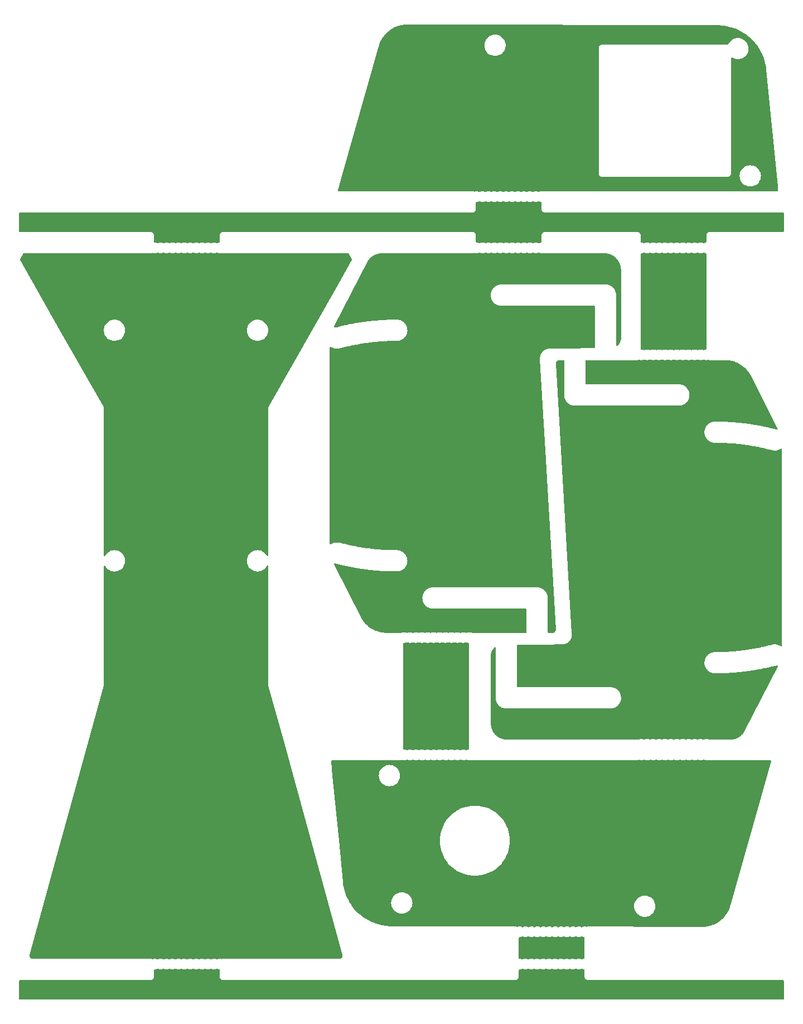
<source format=gbr>
%TF.GenerationSoftware,KiCad,Pcbnew,(6.0.5)*%
%TF.CreationDate,2022-07-11T17:07:05+09:00*%
%TF.ProjectId,ergotonic_f24_parts,6572676f-746f-46e6-9963-5f6632345f70,rev?*%
%TF.SameCoordinates,Original*%
%TF.FileFunction,Copper,L2,Bot*%
%TF.FilePolarity,Positive*%
%FSLAX46Y46*%
G04 Gerber Fmt 4.6, Leading zero omitted, Abs format (unit mm)*
G04 Created by KiCad (PCBNEW (6.0.5)) date 2022-07-11 17:07:05*
%MOMM*%
%LPD*%
G01*
G04 APERTURE LIST*
G04 APERTURE END LIST*
%TA.AperFunction,NonConductor*%
G36*
X-57918193Y27735237D02*
G01*
X-11321299Y27628862D01*
X-11318320Y27628820D01*
X-10957145Y27619451D01*
X-10951189Y27619155D01*
X-10740930Y27603723D01*
X-10601854Y27593516D01*
X-10595943Y27592941D01*
X-10251216Y27551212D01*
X-10245390Y27550367D01*
X-9951900Y27500743D01*
X-9905586Y27492912D01*
X-9899792Y27491792D01*
X-9803637Y27470860D01*
X-9565329Y27418983D01*
X-9559656Y27417608D01*
X-9293729Y27346590D01*
X-9230844Y27329796D01*
X-9225275Y27328170D01*
X-8902452Y27225694D01*
X-8897030Y27223833D01*
X-8722123Y27159285D01*
X-8580718Y27107100D01*
X-8575337Y27104973D01*
X-8265803Y26974297D01*
X-8260562Y26971942D01*
X-8180541Y26933761D01*
X-7958263Y26827704D01*
X-7953145Y26825117D01*
X-7658461Y26667671D01*
X-7653487Y26664867D01*
X-7366756Y26494536D01*
X-7361930Y26491519D01*
X-7343633Y26479500D01*
X-7150146Y26352402D01*
X-7083661Y26308729D01*
X-7078996Y26305513D01*
X-6809475Y26110543D01*
X-6805003Y26107153D01*
X-6638259Y25974723D01*
X-6544724Y25900436D01*
X-6540400Y25896841D01*
X-6289700Y25678682D01*
X-6285559Y25674911D01*
X-6044960Y25445780D01*
X-6040953Y25441789D01*
X-5810789Y25201998D01*
X-5806967Y25197833D01*
X-5779846Y25166908D01*
X-5587671Y24947776D01*
X-5584026Y24943426D01*
X-5375976Y24683452D01*
X-5372521Y24678930D01*
X-5176130Y24409428D01*
X-5172872Y24404737D01*
X-5094611Y24286427D01*
X-5046400Y24213545D01*
X-4988538Y24126072D01*
X-4985490Y24121228D01*
X-4965199Y24087293D01*
X-4813593Y23833742D01*
X-4810752Y23828733D01*
X-4651692Y23532800D01*
X-4649079Y23527660D01*
X-4503257Y23223649D01*
X-4500864Y23218350D01*
X-4384176Y22943187D01*
X-4368659Y22906595D01*
X-4366503Y22901162D01*
X-4248333Y22582079D01*
X-4246421Y22576524D01*
X-4142626Y22250312D01*
X-4140969Y22244648D01*
X-4051981Y21911758D01*
X-4050586Y21905998D01*
X-3976786Y21566697D01*
X-3975659Y21560858D01*
X-3917438Y21215424D01*
X-3916590Y21209542D01*
X-3873472Y20850874D01*
X-3873154Y20847941D01*
X-2170607Y3166173D01*
X-2113260Y2570598D01*
X-2126641Y2500874D01*
X-2175594Y2449453D01*
X-2238679Y2432522D01*
X-37379137Y2432564D01*
X-37491362Y2432564D01*
X-37492132Y2432566D01*
X-37493011Y2432571D01*
X-37569715Y2433040D01*
X-37598158Y2424911D01*
X-37614894Y2421338D01*
X-37644180Y2417144D01*
X-37667557Y2406515D01*
X-37684937Y2400109D01*
X-37685052Y2400076D01*
X-37756045Y2400508D01*
X-37762898Y2402782D01*
X-37787685Y2411803D01*
X-37927769Y2429500D01*
X-38024610Y2429500D01*
X-38159255Y2414397D01*
X-38165908Y2412080D01*
X-38165909Y2412080D01*
X-38220670Y2393010D01*
X-38330552Y2354745D01*
X-38336524Y2351014D01*
X-38336529Y2351011D01*
X-38361447Y2335440D01*
X-38429816Y2316304D01*
X-38496473Y2336383D01*
X-38511315Y2345948D01*
X-38517238Y2349765D01*
X-38571953Y2369680D01*
X-38681066Y2409394D01*
X-38681067Y2409394D01*
X-38687685Y2411803D01*
X-38827769Y2429500D01*
X-38924610Y2429500D01*
X-39059255Y2414397D01*
X-39065908Y2412080D01*
X-39065909Y2412080D01*
X-39120670Y2393010D01*
X-39230552Y2354745D01*
X-39236524Y2351014D01*
X-39236529Y2351011D01*
X-39261447Y2335440D01*
X-39329816Y2316304D01*
X-39396473Y2336383D01*
X-39411315Y2345948D01*
X-39417238Y2349765D01*
X-39471953Y2369680D01*
X-39581066Y2409394D01*
X-39581067Y2409394D01*
X-39587685Y2411803D01*
X-39727769Y2429500D01*
X-39824610Y2429500D01*
X-39959255Y2414397D01*
X-39965908Y2412080D01*
X-39965909Y2412080D01*
X-40020670Y2393010D01*
X-40130552Y2354745D01*
X-40136524Y2351014D01*
X-40136529Y2351011D01*
X-40161447Y2335440D01*
X-40229816Y2316304D01*
X-40296473Y2336383D01*
X-40311315Y2345948D01*
X-40317238Y2349765D01*
X-40371953Y2369680D01*
X-40481066Y2409394D01*
X-40481067Y2409394D01*
X-40487685Y2411803D01*
X-40627769Y2429500D01*
X-40724610Y2429500D01*
X-40859255Y2414397D01*
X-40865908Y2412080D01*
X-40865909Y2412080D01*
X-40920670Y2393010D01*
X-41030552Y2354745D01*
X-41036524Y2351014D01*
X-41036529Y2351011D01*
X-41061447Y2335440D01*
X-41129816Y2316304D01*
X-41196473Y2336383D01*
X-41211315Y2345948D01*
X-41217238Y2349765D01*
X-41271953Y2369680D01*
X-41381066Y2409394D01*
X-41381067Y2409394D01*
X-41387685Y2411803D01*
X-41527769Y2429500D01*
X-41624610Y2429500D01*
X-41759255Y2414397D01*
X-41765908Y2412080D01*
X-41765909Y2412080D01*
X-41820670Y2393010D01*
X-41930552Y2354745D01*
X-41936524Y2351014D01*
X-41936529Y2351011D01*
X-41961447Y2335440D01*
X-42029816Y2316304D01*
X-42096473Y2336383D01*
X-42111315Y2345948D01*
X-42117238Y2349765D01*
X-42171953Y2369680D01*
X-42281066Y2409394D01*
X-42281067Y2409394D01*
X-42287685Y2411803D01*
X-42427769Y2429500D01*
X-42524610Y2429500D01*
X-42659255Y2414397D01*
X-42665908Y2412080D01*
X-42665909Y2412080D01*
X-42720670Y2393010D01*
X-42830552Y2354745D01*
X-42836524Y2351014D01*
X-42836529Y2351011D01*
X-42861447Y2335440D01*
X-42929816Y2316304D01*
X-42996473Y2336383D01*
X-43011315Y2345948D01*
X-43017238Y2349765D01*
X-43071953Y2369680D01*
X-43181066Y2409394D01*
X-43181067Y2409394D01*
X-43187685Y2411803D01*
X-43327769Y2429500D01*
X-43424610Y2429500D01*
X-43559255Y2414397D01*
X-43565908Y2412080D01*
X-43565909Y2412080D01*
X-43620670Y2393010D01*
X-43730552Y2354745D01*
X-43736524Y2351014D01*
X-43736529Y2351011D01*
X-43761447Y2335440D01*
X-43829816Y2316304D01*
X-43896473Y2336383D01*
X-43911315Y2345948D01*
X-43917238Y2349765D01*
X-43971953Y2369680D01*
X-44081066Y2409394D01*
X-44081067Y2409394D01*
X-44087685Y2411803D01*
X-44227769Y2429500D01*
X-44324610Y2429500D01*
X-44459255Y2414397D01*
X-44465908Y2412080D01*
X-44465909Y2412080D01*
X-44520670Y2393010D01*
X-44630552Y2354745D01*
X-44636524Y2351014D01*
X-44636529Y2351011D01*
X-44661447Y2335440D01*
X-44729816Y2316304D01*
X-44796473Y2336383D01*
X-44811315Y2345948D01*
X-44817238Y2349765D01*
X-44871953Y2369680D01*
X-44981066Y2409394D01*
X-44981067Y2409394D01*
X-44987685Y2411803D01*
X-45127769Y2429500D01*
X-45224610Y2429500D01*
X-45359255Y2414397D01*
X-45365908Y2412080D01*
X-45365909Y2412080D01*
X-45420670Y2393010D01*
X-45530552Y2354745D01*
X-45536524Y2351014D01*
X-45536529Y2351011D01*
X-45561447Y2335440D01*
X-45629816Y2316304D01*
X-45696473Y2336383D01*
X-45711315Y2345948D01*
X-45717238Y2349765D01*
X-45771953Y2369680D01*
X-45881066Y2409394D01*
X-45881067Y2409394D01*
X-45887685Y2411803D01*
X-46027769Y2429500D01*
X-46124610Y2429500D01*
X-46259255Y2414397D01*
X-46265908Y2412080D01*
X-46265909Y2412080D01*
X-46320670Y2393010D01*
X-46430552Y2354745D01*
X-46436524Y2351014D01*
X-46436529Y2351011D01*
X-46461447Y2335440D01*
X-46529816Y2316304D01*
X-46596473Y2336383D01*
X-46611315Y2345948D01*
X-46617238Y2349765D01*
X-46671953Y2369680D01*
X-46781066Y2409394D01*
X-46781067Y2409394D01*
X-46787685Y2411803D01*
X-46927769Y2429500D01*
X-47024610Y2429500D01*
X-47159255Y2414397D01*
X-47165908Y2412080D01*
X-47165909Y2412080D01*
X-47220670Y2393010D01*
X-47330552Y2354745D01*
X-47336524Y2351014D01*
X-47336529Y2351011D01*
X-47361447Y2335440D01*
X-47429816Y2316304D01*
X-47496473Y2336383D01*
X-47511315Y2345948D01*
X-47517238Y2349765D01*
X-47571953Y2369680D01*
X-47681066Y2409394D01*
X-47681067Y2409394D01*
X-47687685Y2411803D01*
X-47827769Y2429500D01*
X-47924610Y2429500D01*
X-48059255Y2414397D01*
X-48171598Y2375275D01*
X-48242506Y2371761D01*
X-48268333Y2382851D01*
X-48268823Y2381791D01*
X-48276977Y2385559D01*
X-48284505Y2390438D01*
X-48293098Y2393008D01*
X-48293103Y2393010D01*
X-48309110Y2397797D01*
X-48326554Y2404458D01*
X-48341666Y2411553D01*
X-48341668Y2411554D01*
X-48349790Y2415367D01*
X-48358657Y2416748D01*
X-48358658Y2416748D01*
X-48368300Y2418249D01*
X-48379007Y2419916D01*
X-48395722Y2423699D01*
X-48415456Y2429601D01*
X-48415462Y2429602D01*
X-48424056Y2432172D01*
X-48433027Y2432227D01*
X-48433028Y2432227D01*
X-48443041Y2432288D01*
X-48458495Y2432382D01*
X-48459278Y2432415D01*
X-48460375Y2432586D01*
X-48491372Y2432586D01*
X-48492142Y2432588D01*
X-48565775Y2433038D01*
X-48565776Y2433038D01*
X-48569711Y2433062D01*
X-48571055Y2432678D01*
X-48572400Y2432586D01*
X-48696072Y2432586D01*
X-68815433Y2432606D01*
X-68883554Y2452608D01*
X-68930047Y2506264D01*
X-68940150Y2576538D01*
X-68936675Y2592903D01*
X-68240419Y5054210D01*
X-29339067Y5054210D01*
X-29336600Y5045579D01*
X-29330941Y5025778D01*
X-29327363Y5009016D01*
X-29323171Y4979744D01*
X-29319457Y4971576D01*
X-29319457Y4971575D01*
X-29312543Y4956369D01*
X-29306095Y4938845D01*
X-29299040Y4914160D01*
X-29294248Y4906566D01*
X-29294247Y4906563D01*
X-29283261Y4889151D01*
X-29275122Y4874068D01*
X-29262883Y4847149D01*
X-29257022Y4840347D01*
X-29246121Y4827696D01*
X-29235018Y4812692D01*
X-29221315Y4790973D01*
X-29214590Y4785034D01*
X-29214587Y4785030D01*
X-29199153Y4771399D01*
X-29187109Y4759207D01*
X-29173664Y4743604D01*
X-29173661Y4743602D01*
X-29167804Y4736804D01*
X-29160275Y4731924D01*
X-29160274Y4731923D01*
X-29146256Y4722837D01*
X-29131382Y4711546D01*
X-29118874Y4700500D01*
X-29112140Y4694553D01*
X-29085380Y4681989D01*
X-29070400Y4673668D01*
X-29053108Y4662460D01*
X-29053103Y4662458D01*
X-29045576Y4657579D01*
X-29036983Y4655009D01*
X-29036978Y4655007D01*
X-29020971Y4650220D01*
X-29003527Y4643559D01*
X-28988415Y4636464D01*
X-28988413Y4636463D01*
X-28980291Y4632650D01*
X-28971424Y4631269D01*
X-28971423Y4631269D01*
X-28961781Y4629768D01*
X-28951074Y4628101D01*
X-28934359Y4624318D01*
X-28914625Y4618416D01*
X-28914619Y4618415D01*
X-28906025Y4615845D01*
X-28897054Y4615790D01*
X-28897053Y4615790D01*
X-28886994Y4615729D01*
X-28871585Y4615635D01*
X-28870802Y4615602D01*
X-28869705Y4615431D01*
X-28838711Y4615431D01*
X-28837941Y4615429D01*
X-28764306Y4614979D01*
X-28764305Y4614979D01*
X-28760370Y4614955D01*
X-28759026Y4615339D01*
X-28757681Y4615431D01*
X-15516905Y4615423D01*
X-9788718Y4615420D01*
X-9787947Y4615418D01*
X-9710370Y4614944D01*
X-9681939Y4623070D01*
X-9665176Y4626648D01*
X-9664261Y4626779D01*
X-9635904Y4630840D01*
X-9623534Y4636464D01*
X-9612529Y4641468D01*
X-9595004Y4647916D01*
X-9570320Y4654971D01*
X-9562726Y4659763D01*
X-9562723Y4659764D01*
X-9545311Y4670750D01*
X-9530226Y4678890D01*
X-9503309Y4691128D01*
X-9483856Y4707890D01*
X-9468852Y4718993D01*
X-9447133Y4732696D01*
X-9441194Y4739421D01*
X-9441190Y4739424D01*
X-9427559Y4754858D01*
X-9423744Y4758627D01*
X-7944405Y4758627D01*
X-7924540Y4506224D01*
X-7923386Y4501417D01*
X-7923385Y4501411D01*
X-7885752Y4344659D01*
X-7865436Y4260036D01*
X-7863543Y4255465D01*
X-7863542Y4255463D01*
X-7835300Y4187282D01*
X-7768547Y4026125D01*
X-7636259Y3810251D01*
X-7471829Y3617729D01*
X-7279307Y3453299D01*
X-7063433Y3321011D01*
X-7058863Y3319118D01*
X-7058859Y3319116D01*
X-6834095Y3226016D01*
X-6829522Y3224122D01*
X-6744899Y3203806D01*
X-6588147Y3166173D01*
X-6588141Y3166172D01*
X-6583334Y3165018D01*
X-6330931Y3145153D01*
X-6078528Y3165018D01*
X-6073721Y3166172D01*
X-6073715Y3166173D01*
X-5916963Y3203806D01*
X-5832340Y3224122D01*
X-5827767Y3226016D01*
X-5603003Y3319116D01*
X-5602999Y3319118D01*
X-5598429Y3321011D01*
X-5382555Y3453299D01*
X-5190033Y3617729D01*
X-5025603Y3810251D01*
X-4893315Y4026125D01*
X-4826561Y4187282D01*
X-4798320Y4255463D01*
X-4798319Y4255465D01*
X-4796426Y4260036D01*
X-4776110Y4344659D01*
X-4738477Y4501411D01*
X-4738476Y4501417D01*
X-4737322Y4506224D01*
X-4717457Y4758627D01*
X-4737322Y5011030D01*
X-4739391Y5019652D01*
X-4795271Y5252406D01*
X-4796426Y5257218D01*
X-4802085Y5270881D01*
X-4891420Y5486555D01*
X-4891422Y5486559D01*
X-4893315Y5491129D01*
X-5025603Y5707003D01*
X-5190033Y5899525D01*
X-5382555Y6063955D01*
X-5598429Y6196243D01*
X-5602999Y6198136D01*
X-5603003Y6198138D01*
X-5827767Y6291238D01*
X-5827769Y6291239D01*
X-5832340Y6293132D01*
X-5916963Y6313448D01*
X-6073715Y6351081D01*
X-6073721Y6351082D01*
X-6078528Y6352236D01*
X-6330931Y6372101D01*
X-6583334Y6352236D01*
X-6588141Y6351082D01*
X-6588147Y6351081D01*
X-6744899Y6313448D01*
X-6829522Y6293132D01*
X-6834093Y6291239D01*
X-6834095Y6291238D01*
X-7058859Y6198138D01*
X-7058863Y6198136D01*
X-7063433Y6196243D01*
X-7279307Y6063955D01*
X-7471829Y5899525D01*
X-7636259Y5707003D01*
X-7768547Y5491129D01*
X-7770440Y5486559D01*
X-7770442Y5486555D01*
X-7859777Y5270881D01*
X-7865436Y5257218D01*
X-7866591Y5252406D01*
X-7922470Y5019652D01*
X-7924540Y5011030D01*
X-7944405Y4758627D01*
X-9423744Y4758627D01*
X-9415367Y4766902D01*
X-9399764Y4780347D01*
X-9399762Y4780350D01*
X-9392964Y4786207D01*
X-9378997Y4807755D01*
X-9367706Y4822629D01*
X-9356660Y4835137D01*
X-9356659Y4835138D01*
X-9350713Y4841871D01*
X-9338148Y4868633D01*
X-9329828Y4883611D01*
X-9318620Y4900903D01*
X-9318618Y4900908D01*
X-9313739Y4908435D01*
X-9311169Y4917028D01*
X-9311167Y4917033D01*
X-9306380Y4933040D01*
X-9299719Y4950484D01*
X-9292624Y4965596D01*
X-9292623Y4965598D01*
X-9288810Y4973720D01*
X-9284261Y5002937D01*
X-9280478Y5019652D01*
X-9274576Y5039386D01*
X-9274575Y5039392D01*
X-9272005Y5047986D01*
X-9271795Y5082426D01*
X-9271762Y5083209D01*
X-9271591Y5084306D01*
X-9271591Y5115300D01*
X-9271589Y5116070D01*
X-9271139Y5189705D01*
X-9271139Y5189706D01*
X-9271115Y5193641D01*
X-9271499Y5194985D01*
X-9271591Y5196330D01*
X-9271581Y22626923D01*
X-9251579Y22695044D01*
X-9197923Y22741537D01*
X-9127649Y22751640D01*
X-9079747Y22734356D01*
X-8941563Y22649677D01*
X-8936993Y22647784D01*
X-8936989Y22647782D01*
X-8717664Y22556935D01*
X-8707652Y22552788D01*
X-8625974Y22533179D01*
X-8466277Y22494839D01*
X-8466271Y22494838D01*
X-8461464Y22493684D01*
X-8209061Y22473819D01*
X-7956658Y22493684D01*
X-7951851Y22494838D01*
X-7951845Y22494839D01*
X-7792148Y22533179D01*
X-7710470Y22552788D01*
X-7700458Y22556935D01*
X-7481133Y22647782D01*
X-7481129Y22647784D01*
X-7476559Y22649677D01*
X-7260685Y22781965D01*
X-7068163Y22946395D01*
X-6903733Y23138917D01*
X-6771445Y23354791D01*
X-6732539Y23448717D01*
X-6676450Y23584129D01*
X-6676449Y23584131D01*
X-6674556Y23588702D01*
X-6654240Y23673325D01*
X-6616607Y23830077D01*
X-6616606Y23830083D01*
X-6615452Y23834890D01*
X-6595587Y24087293D01*
X-6615452Y24339696D01*
X-6617293Y24347367D01*
X-6667964Y24558427D01*
X-6674556Y24585884D01*
X-6683188Y24606723D01*
X-6769550Y24815221D01*
X-6769552Y24815225D01*
X-6771445Y24819795D01*
X-6903733Y25035669D01*
X-7068163Y25228191D01*
X-7260685Y25392621D01*
X-7476559Y25524909D01*
X-7481129Y25526802D01*
X-7481133Y25526804D01*
X-7705897Y25619904D01*
X-7705899Y25619905D01*
X-7710470Y25621798D01*
X-7815332Y25646973D01*
X-7951845Y25679747D01*
X-7951851Y25679748D01*
X-7956658Y25680902D01*
X-8209061Y25700767D01*
X-8461464Y25680902D01*
X-8466271Y25679748D01*
X-8466277Y25679747D01*
X-8602790Y25646973D01*
X-8707652Y25621798D01*
X-8712223Y25619905D01*
X-8712225Y25619904D01*
X-8936989Y25526804D01*
X-8936993Y25526802D01*
X-8941563Y25524909D01*
X-9157437Y25392621D01*
X-9349959Y25228191D01*
X-9514389Y25035669D01*
X-9646677Y24819795D01*
X-9648570Y24815225D01*
X-9648572Y24815221D01*
X-9671320Y24760301D01*
X-9715868Y24705020D01*
X-9788499Y24682521D01*
X-9840273Y24682838D01*
X-9845866Y24682872D01*
X-9845867Y24682872D01*
X-9849801Y24682896D01*
X-9851145Y24682512D01*
X-9852490Y24682420D01*
X-23093281Y24682428D01*
X-28821453Y24682431D01*
X-28822223Y24682433D01*
X-28823068Y24682438D01*
X-28899801Y24682907D01*
X-28913716Y24678930D01*
X-28928233Y24674781D01*
X-28944995Y24671203D01*
X-28974267Y24667011D01*
X-28982435Y24663297D01*
X-28982436Y24663297D01*
X-28997642Y24656383D01*
X-29015166Y24649935D01*
X-29039851Y24642880D01*
X-29047445Y24638088D01*
X-29047448Y24638087D01*
X-29064860Y24627101D01*
X-29079943Y24618962D01*
X-29106862Y24606723D01*
X-29113664Y24600862D01*
X-29126315Y24589961D01*
X-29141319Y24578858D01*
X-29163038Y24565155D01*
X-29168977Y24558430D01*
X-29168981Y24558427D01*
X-29182612Y24542993D01*
X-29194804Y24530949D01*
X-29210407Y24517504D01*
X-29210409Y24517501D01*
X-29217207Y24511644D01*
X-29222087Y24504115D01*
X-29222088Y24504114D01*
X-29231174Y24490096D01*
X-29242465Y24475222D01*
X-29252691Y24463642D01*
X-29259458Y24455980D01*
X-29272022Y24429220D01*
X-29280343Y24414240D01*
X-29291551Y24396948D01*
X-29291553Y24396943D01*
X-29296432Y24389416D01*
X-29299002Y24380823D01*
X-29299004Y24380818D01*
X-29303791Y24364811D01*
X-29310452Y24347367D01*
X-29314053Y24339696D01*
X-29321361Y24324131D01*
X-29322742Y24315264D01*
X-29322742Y24315263D01*
X-29325910Y24294916D01*
X-29329693Y24278199D01*
X-29335595Y24258465D01*
X-29335596Y24258459D01*
X-29338166Y24249865D01*
X-29338221Y24240894D01*
X-29338221Y24240893D01*
X-29338376Y24215434D01*
X-29338409Y24214642D01*
X-29338580Y24213545D01*
X-29338580Y24182551D01*
X-29338582Y24181781D01*
X-29339056Y24104210D01*
X-29338672Y24102866D01*
X-29338580Y24101521D01*
X-29338591Y5132558D01*
X-29338593Y5131788D01*
X-29339067Y5054210D01*
X-68240419Y5054210D01*
X-62750580Y24461133D01*
X-62749842Y24463642D01*
X-62710386Y24592823D01*
X-46701849Y24592823D01*
X-46681984Y24340420D01*
X-46680830Y24335613D01*
X-46680829Y24335607D01*
X-46671060Y24294916D01*
X-46622880Y24094232D01*
X-46620987Y24089661D01*
X-46620986Y24089659D01*
X-46556593Y23934202D01*
X-46525991Y23860321D01*
X-46393703Y23644447D01*
X-46229273Y23451925D01*
X-46036751Y23287495D01*
X-45820877Y23155207D01*
X-45816307Y23153314D01*
X-45816303Y23153312D01*
X-45591539Y23060212D01*
X-45586966Y23058318D01*
X-45502343Y23038002D01*
X-45345591Y23000369D01*
X-45345585Y23000368D01*
X-45340778Y22999214D01*
X-45088375Y22979349D01*
X-44835972Y22999214D01*
X-44831165Y23000368D01*
X-44831159Y23000369D01*
X-44674407Y23038002D01*
X-44589784Y23058318D01*
X-44585211Y23060212D01*
X-44360447Y23153312D01*
X-44360443Y23153314D01*
X-44355873Y23155207D01*
X-44139999Y23287495D01*
X-43947477Y23451925D01*
X-43783047Y23644447D01*
X-43650759Y23860321D01*
X-43620156Y23934202D01*
X-43555764Y24089659D01*
X-43555763Y24089661D01*
X-43553870Y24094232D01*
X-43505690Y24294916D01*
X-43495921Y24335607D01*
X-43495920Y24335613D01*
X-43494766Y24340420D01*
X-43474901Y24592823D01*
X-43494766Y24845226D01*
X-43505172Y24888573D01*
X-43552715Y25086602D01*
X-43553870Y25091414D01*
X-43580878Y25156618D01*
X-43648864Y25320751D01*
X-43648866Y25320755D01*
X-43650759Y25325325D01*
X-43783047Y25541199D01*
X-43947477Y25733721D01*
X-44139999Y25898151D01*
X-44355873Y26030439D01*
X-44360443Y26032332D01*
X-44360447Y26032334D01*
X-44585211Y26125434D01*
X-44585213Y26125435D01*
X-44589784Y26127328D01*
X-44674407Y26147644D01*
X-44831159Y26185277D01*
X-44831165Y26185278D01*
X-44835972Y26186432D01*
X-45088375Y26206297D01*
X-45340778Y26186432D01*
X-45345585Y26185278D01*
X-45345591Y26185277D01*
X-45502343Y26147644D01*
X-45586966Y26127328D01*
X-45591537Y26125435D01*
X-45591539Y26125434D01*
X-45816303Y26032334D01*
X-45816307Y26032332D01*
X-45820877Y26030439D01*
X-46036751Y25898151D01*
X-46229273Y25733721D01*
X-46393703Y25541199D01*
X-46525991Y25325325D01*
X-46527884Y25320755D01*
X-46527886Y25320751D01*
X-46595872Y25156618D01*
X-46622880Y25091414D01*
X-46624035Y25086602D01*
X-46671577Y24888573D01*
X-46681984Y24845226D01*
X-46701849Y24592823D01*
X-62710386Y24592823D01*
X-62694465Y24644948D01*
X-62692835Y24649915D01*
X-62689770Y24658638D01*
X-62632618Y24821277D01*
X-62630792Y24826148D01*
X-62621269Y24850039D01*
X-62563991Y24993732D01*
X-62561973Y24998504D01*
X-62488749Y25162227D01*
X-62486539Y25166908D01*
X-62407091Y25326602D01*
X-62404700Y25331171D01*
X-62319164Y25486789D01*
X-62316598Y25491241D01*
X-62225147Y25642648D01*
X-62222413Y25646973D01*
X-62125208Y25794061D01*
X-62122326Y25798236D01*
X-62019552Y25940854D01*
X-62016500Y25944915D01*
X-62000727Y25965039D01*
X-61908308Y26082956D01*
X-61905107Y26086876D01*
X-61791701Y26220173D01*
X-61788354Y26223951D01*
X-61669883Y26352402D01*
X-61666395Y26356035D01*
X-61576129Y26446378D01*
X-61543022Y26479512D01*
X-61539413Y26482983D01*
X-61528469Y26493095D01*
X-61411349Y26601318D01*
X-61407596Y26604650D01*
X-61275004Y26717720D01*
X-61271126Y26720896D01*
X-61134170Y26828581D01*
X-61130168Y26831601D01*
X-60989024Y26933761D01*
X-60984934Y26936599D01*
X-60839786Y27033100D01*
X-60835569Y27035784D01*
X-60686633Y27126463D01*
X-60682290Y27128990D01*
X-60529699Y27213746D01*
X-60525265Y27216094D01*
X-60369197Y27294793D01*
X-60364691Y27296953D01*
X-60205377Y27369436D01*
X-60200728Y27371440D01*
X-60038284Y27437605D01*
X-60033564Y27439417D01*
X-59959194Y27466268D01*
X-59868231Y27499109D01*
X-59863401Y27500743D01*
X-59695312Y27553848D01*
X-59690404Y27555290D01*
X-59519700Y27601690D01*
X-59514715Y27602937D01*
X-59341588Y27642492D01*
X-59336539Y27643537D01*
X-59246065Y27660346D01*
X-59161150Y27676122D01*
X-59156066Y27676959D01*
X-58978536Y27702446D01*
X-58973416Y27703074D01*
X-58793930Y27721327D01*
X-58788744Y27721747D01*
X-58750662Y27724033D01*
X-58607457Y27732631D01*
X-58602234Y27732836D01*
X-58422644Y27736154D01*
X-58412631Y27736339D01*
X-58410017Y27736360D01*
X-57918193Y27735237D01*
G37*
%TD.AperFunction*%
%TA.AperFunction,NonConductor*%
G36*
X-38361527Y905617D02*
G01*
X-38340762Y892235D01*
X-38170315Y830197D01*
X-38118699Y823676D01*
X-38053626Y795296D01*
X-38014224Y736236D01*
X-38008494Y698671D01*
X-38008494Y-267351D01*
X-38008496Y-268121D01*
X-38008970Y-345695D01*
X-38006503Y-354326D01*
X-38000844Y-374127D01*
X-37997266Y-390889D01*
X-37993074Y-420161D01*
X-37989360Y-428329D01*
X-37989360Y-428330D01*
X-37982446Y-443536D01*
X-37975998Y-461060D01*
X-37968943Y-485745D01*
X-37964151Y-493339D01*
X-37964150Y-493342D01*
X-37953164Y-510754D01*
X-37945025Y-525837D01*
X-37932786Y-552756D01*
X-37926925Y-559558D01*
X-37916024Y-572209D01*
X-37904921Y-587213D01*
X-37891218Y-608932D01*
X-37884493Y-614871D01*
X-37884490Y-614875D01*
X-37869056Y-628506D01*
X-37857012Y-640698D01*
X-37843567Y-656301D01*
X-37843564Y-656303D01*
X-37837707Y-663101D01*
X-37830178Y-667981D01*
X-37830177Y-667982D01*
X-37816159Y-677068D01*
X-37801285Y-688359D01*
X-37788777Y-699405D01*
X-37782043Y-705352D01*
X-37755283Y-717916D01*
X-37740303Y-726237D01*
X-37723011Y-737445D01*
X-37723006Y-737447D01*
X-37715479Y-742326D01*
X-37706886Y-744896D01*
X-37706881Y-744898D01*
X-37690874Y-749685D01*
X-37673430Y-756346D01*
X-37658318Y-763441D01*
X-37658316Y-763442D01*
X-37650194Y-767255D01*
X-37641327Y-768636D01*
X-37641326Y-768636D01*
X-37638641Y-769054D01*
X-37620977Y-771804D01*
X-37604262Y-775587D01*
X-37584528Y-781489D01*
X-37584522Y-781490D01*
X-37575928Y-784060D01*
X-37566957Y-784115D01*
X-37566956Y-784115D01*
X-37556897Y-784176D01*
X-37541488Y-784270D01*
X-37540705Y-784303D01*
X-37539608Y-784474D01*
X-37508617Y-784474D01*
X-37507847Y-784476D01*
X-37434209Y-784926D01*
X-37434208Y-784926D01*
X-37430273Y-784950D01*
X-37428929Y-784566D01*
X-37427584Y-784474D01*
X-1372396Y-784474D01*
X-1304275Y-804476D01*
X-1257782Y-858132D01*
X-1246396Y-910474D01*
X-1246396Y-3641466D01*
X-1266398Y-3709587D01*
X-1320054Y-3756080D01*
X-1372396Y-3767466D01*
X-12491368Y-3767466D01*
X-12492138Y-3767464D01*
X-12492954Y-3767459D01*
X-12569712Y-3766990D01*
X-12592073Y-3773381D01*
X-12598144Y-3775116D01*
X-12614906Y-3778694D01*
X-12644178Y-3782886D01*
X-12652346Y-3786600D01*
X-12652347Y-3786600D01*
X-12667553Y-3793514D01*
X-12685077Y-3799962D01*
X-12709762Y-3807017D01*
X-12717356Y-3811809D01*
X-12717359Y-3811810D01*
X-12734771Y-3822796D01*
X-12749854Y-3830935D01*
X-12776773Y-3843174D01*
X-12783575Y-3849035D01*
X-12796226Y-3859936D01*
X-12811230Y-3871039D01*
X-12832949Y-3884742D01*
X-12838888Y-3891467D01*
X-12838892Y-3891470D01*
X-12852523Y-3906904D01*
X-12864715Y-3918948D01*
X-12880318Y-3932393D01*
X-12880320Y-3932396D01*
X-12887118Y-3938253D01*
X-12891998Y-3945782D01*
X-12891999Y-3945783D01*
X-12901085Y-3959801D01*
X-12912376Y-3974675D01*
X-12923422Y-3987183D01*
X-12929369Y-3993917D01*
X-12935679Y-4007357D01*
X-12941933Y-4020677D01*
X-12950254Y-4035657D01*
X-12961462Y-4052949D01*
X-12961464Y-4052954D01*
X-12966343Y-4060481D01*
X-12968913Y-4069074D01*
X-12968915Y-4069079D01*
X-12973702Y-4085086D01*
X-12980363Y-4102530D01*
X-12987458Y-4117642D01*
X-12991272Y-4125766D01*
X-12992653Y-4134633D01*
X-12992653Y-4134634D01*
X-12995821Y-4154981D01*
X-12999604Y-4171698D01*
X-13005506Y-4191432D01*
X-13005507Y-4191438D01*
X-13008077Y-4200032D01*
X-13008132Y-4209003D01*
X-13008132Y-4209004D01*
X-13008287Y-4234463D01*
X-13008320Y-4235255D01*
X-13008491Y-4236352D01*
X-13008491Y-4267343D01*
X-13008493Y-4268113D01*
X-13008967Y-4345687D01*
X-13008583Y-4347031D01*
X-13008491Y-4348376D01*
X-13008491Y-5256035D01*
X-13028493Y-5324156D01*
X-13082149Y-5370649D01*
X-13120445Y-5381250D01*
X-13159255Y-5385603D01*
X-13330552Y-5445255D01*
X-13336524Y-5448986D01*
X-13336529Y-5448989D01*
X-13361447Y-5464560D01*
X-13429816Y-5483696D01*
X-13496473Y-5463617D01*
X-13511315Y-5454052D01*
X-13517238Y-5450235D01*
X-13687685Y-5388197D01*
X-13827769Y-5370500D01*
X-13924610Y-5370500D01*
X-14059255Y-5385603D01*
X-14230552Y-5445255D01*
X-14236524Y-5448986D01*
X-14236529Y-5448989D01*
X-14261447Y-5464560D01*
X-14329816Y-5483696D01*
X-14396473Y-5463617D01*
X-14411315Y-5454052D01*
X-14417238Y-5450235D01*
X-14587685Y-5388197D01*
X-14727769Y-5370500D01*
X-14824610Y-5370500D01*
X-14959255Y-5385603D01*
X-15130552Y-5445255D01*
X-15136524Y-5448986D01*
X-15136529Y-5448989D01*
X-15161447Y-5464560D01*
X-15229816Y-5483696D01*
X-15296473Y-5463617D01*
X-15311315Y-5454052D01*
X-15317238Y-5450235D01*
X-15487685Y-5388197D01*
X-15627769Y-5370500D01*
X-15724610Y-5370500D01*
X-15859255Y-5385603D01*
X-16030552Y-5445255D01*
X-16036524Y-5448986D01*
X-16036529Y-5448989D01*
X-16061447Y-5464560D01*
X-16129816Y-5483696D01*
X-16196473Y-5463617D01*
X-16211315Y-5454052D01*
X-16217238Y-5450235D01*
X-16387685Y-5388197D01*
X-16527769Y-5370500D01*
X-16624610Y-5370500D01*
X-16759255Y-5385603D01*
X-16930552Y-5445255D01*
X-16936524Y-5448986D01*
X-16936529Y-5448989D01*
X-16961447Y-5464560D01*
X-17029816Y-5483696D01*
X-17096473Y-5463617D01*
X-17111315Y-5454052D01*
X-17117238Y-5450235D01*
X-17287685Y-5388197D01*
X-17427769Y-5370500D01*
X-17524610Y-5370500D01*
X-17659255Y-5385603D01*
X-17830552Y-5445255D01*
X-17836524Y-5448986D01*
X-17836529Y-5448989D01*
X-17861447Y-5464560D01*
X-17929816Y-5483696D01*
X-17996473Y-5463617D01*
X-18011315Y-5454052D01*
X-18017238Y-5450235D01*
X-18187685Y-5388197D01*
X-18327769Y-5370500D01*
X-18424610Y-5370500D01*
X-18559255Y-5385603D01*
X-18730552Y-5445255D01*
X-18736524Y-5448986D01*
X-18736529Y-5448989D01*
X-18761447Y-5464560D01*
X-18829816Y-5483696D01*
X-18896473Y-5463617D01*
X-18911315Y-5454052D01*
X-18917238Y-5450235D01*
X-19087685Y-5388197D01*
X-19227769Y-5370500D01*
X-19324610Y-5370500D01*
X-19459255Y-5385603D01*
X-19630552Y-5445255D01*
X-19636524Y-5448986D01*
X-19636529Y-5448989D01*
X-19661447Y-5464560D01*
X-19729816Y-5483696D01*
X-19796473Y-5463617D01*
X-19811315Y-5454052D01*
X-19817238Y-5450235D01*
X-19987685Y-5388197D01*
X-20127769Y-5370500D01*
X-20224610Y-5370500D01*
X-20359255Y-5385603D01*
X-20530552Y-5445255D01*
X-20536524Y-5448986D01*
X-20536529Y-5448989D01*
X-20561447Y-5464560D01*
X-20629816Y-5483696D01*
X-20696473Y-5463617D01*
X-20711315Y-5454052D01*
X-20717238Y-5450235D01*
X-20887685Y-5388197D01*
X-21027769Y-5370500D01*
X-21124610Y-5370500D01*
X-21259255Y-5385603D01*
X-21430552Y-5445255D01*
X-21436524Y-5448986D01*
X-21436529Y-5448989D01*
X-21461447Y-5464560D01*
X-21529816Y-5483696D01*
X-21596473Y-5463617D01*
X-21611315Y-5454052D01*
X-21617238Y-5450235D01*
X-21787685Y-5388197D01*
X-21927769Y-5370500D01*
X-22024610Y-5370500D01*
X-22159255Y-5385603D01*
X-22330552Y-5445255D01*
X-22336524Y-5448986D01*
X-22336529Y-5448989D01*
X-22361447Y-5464560D01*
X-22429816Y-5483696D01*
X-22496473Y-5463617D01*
X-22511315Y-5454052D01*
X-22517238Y-5450235D01*
X-22687685Y-5388197D01*
X-22827769Y-5370500D01*
X-22865487Y-5370500D01*
X-22933608Y-5350498D01*
X-22980101Y-5296842D01*
X-22991487Y-5244500D01*
X-22991487Y-4284589D01*
X-22991485Y-4283819D01*
X-22991187Y-4235068D01*
X-22991011Y-4206245D01*
X-22999137Y-4177813D01*
X-23002715Y-4161051D01*
X-23005635Y-4140664D01*
X-23006907Y-4131779D01*
X-23017536Y-4108402D01*
X-23023983Y-4090879D01*
X-23028571Y-4074828D01*
X-23031038Y-4066195D01*
X-23035831Y-4058598D01*
X-23046817Y-4041186D01*
X-23054957Y-4026101D01*
X-23057423Y-4020677D01*
X-23067195Y-3999184D01*
X-23083957Y-3979731D01*
X-23095060Y-3964727D01*
X-23108763Y-3943008D01*
X-23115488Y-3937069D01*
X-23115491Y-3937065D01*
X-23130925Y-3923434D01*
X-23142969Y-3911242D01*
X-23156414Y-3895639D01*
X-23156417Y-3895637D01*
X-23162274Y-3888839D01*
X-23175978Y-3879956D01*
X-23183822Y-3874872D01*
X-23198696Y-3863581D01*
X-23211204Y-3852535D01*
X-23211205Y-3852534D01*
X-23217938Y-3846588D01*
X-23244700Y-3834023D01*
X-23259678Y-3825703D01*
X-23276970Y-3814495D01*
X-23276975Y-3814493D01*
X-23284502Y-3809614D01*
X-23293095Y-3807044D01*
X-23293100Y-3807042D01*
X-23309107Y-3802255D01*
X-23326551Y-3795594D01*
X-23341663Y-3788499D01*
X-23341665Y-3788498D01*
X-23349787Y-3784685D01*
X-23358654Y-3783304D01*
X-23358655Y-3783304D01*
X-23369509Y-3781614D01*
X-23379004Y-3780136D01*
X-23395719Y-3776353D01*
X-23415453Y-3770451D01*
X-23415459Y-3770450D01*
X-23424053Y-3767880D01*
X-23433024Y-3767825D01*
X-23433025Y-3767825D01*
X-23443084Y-3767764D01*
X-23458493Y-3767670D01*
X-23459276Y-3767637D01*
X-23460373Y-3767466D01*
X-23491364Y-3767466D01*
X-23492134Y-3767464D01*
X-23565772Y-3767014D01*
X-23565773Y-3767014D01*
X-23569708Y-3766990D01*
X-23571052Y-3767374D01*
X-23572397Y-3767466D01*
X-37491371Y-3767466D01*
X-37492141Y-3767464D01*
X-37492957Y-3767459D01*
X-37569715Y-3766990D01*
X-37592076Y-3773381D01*
X-37598147Y-3775116D01*
X-37614909Y-3778694D01*
X-37644181Y-3782886D01*
X-37652349Y-3786600D01*
X-37652350Y-3786600D01*
X-37667556Y-3793514D01*
X-37685080Y-3799962D01*
X-37709765Y-3807017D01*
X-37717359Y-3811809D01*
X-37717362Y-3811810D01*
X-37734774Y-3822796D01*
X-37749857Y-3830935D01*
X-37776776Y-3843174D01*
X-37783578Y-3849035D01*
X-37796229Y-3859936D01*
X-37811233Y-3871039D01*
X-37832952Y-3884742D01*
X-37838891Y-3891467D01*
X-37838895Y-3891470D01*
X-37852526Y-3906904D01*
X-37864718Y-3918948D01*
X-37880321Y-3932393D01*
X-37880323Y-3932396D01*
X-37887121Y-3938253D01*
X-37892001Y-3945782D01*
X-37892002Y-3945783D01*
X-37901088Y-3959801D01*
X-37912379Y-3974675D01*
X-37923425Y-3987183D01*
X-37929372Y-3993917D01*
X-37935682Y-4007357D01*
X-37941936Y-4020677D01*
X-37950257Y-4035657D01*
X-37961465Y-4052949D01*
X-37961467Y-4052954D01*
X-37966346Y-4060481D01*
X-37968916Y-4069074D01*
X-37968918Y-4069079D01*
X-37973705Y-4085086D01*
X-37980366Y-4102530D01*
X-37987461Y-4117642D01*
X-37991275Y-4125766D01*
X-37992656Y-4134633D01*
X-37992656Y-4134634D01*
X-37995824Y-4154981D01*
X-37999607Y-4171698D01*
X-38005509Y-4191432D01*
X-38005510Y-4191438D01*
X-38008080Y-4200032D01*
X-38008135Y-4209003D01*
X-38008135Y-4209004D01*
X-38008290Y-4234463D01*
X-38008323Y-4235255D01*
X-38008494Y-4236352D01*
X-38008494Y-4267343D01*
X-38008496Y-4268113D01*
X-38008970Y-4345687D01*
X-38008586Y-4347031D01*
X-38008494Y-4348376D01*
X-38008494Y-5256035D01*
X-38028496Y-5324156D01*
X-38082152Y-5370649D01*
X-38120448Y-5381250D01*
X-38120501Y-5381256D01*
X-38159255Y-5385603D01*
X-38330552Y-5445255D01*
X-38336524Y-5448986D01*
X-38336529Y-5448989D01*
X-38361447Y-5464560D01*
X-38429816Y-5483696D01*
X-38496473Y-5463617D01*
X-38511315Y-5454052D01*
X-38517238Y-5450235D01*
X-38687685Y-5388197D01*
X-38827769Y-5370500D01*
X-38924610Y-5370500D01*
X-39059255Y-5385603D01*
X-39230552Y-5445255D01*
X-39236524Y-5448986D01*
X-39236529Y-5448989D01*
X-39261447Y-5464560D01*
X-39329816Y-5483696D01*
X-39396473Y-5463617D01*
X-39411315Y-5454052D01*
X-39417238Y-5450235D01*
X-39587685Y-5388197D01*
X-39727769Y-5370500D01*
X-39824610Y-5370500D01*
X-39959255Y-5385603D01*
X-40130552Y-5445255D01*
X-40136524Y-5448986D01*
X-40136529Y-5448989D01*
X-40161447Y-5464560D01*
X-40229816Y-5483696D01*
X-40296473Y-5463617D01*
X-40311315Y-5454052D01*
X-40317238Y-5450235D01*
X-40487685Y-5388197D01*
X-40627769Y-5370500D01*
X-40724610Y-5370500D01*
X-40859255Y-5385603D01*
X-41030552Y-5445255D01*
X-41036524Y-5448986D01*
X-41036529Y-5448989D01*
X-41061447Y-5464560D01*
X-41129816Y-5483696D01*
X-41196473Y-5463617D01*
X-41211315Y-5454052D01*
X-41217238Y-5450235D01*
X-41387685Y-5388197D01*
X-41527769Y-5370500D01*
X-41624610Y-5370500D01*
X-41759255Y-5385603D01*
X-41930552Y-5445255D01*
X-41936524Y-5448986D01*
X-41936529Y-5448989D01*
X-41961447Y-5464560D01*
X-42029816Y-5483696D01*
X-42096473Y-5463617D01*
X-42111315Y-5454052D01*
X-42117238Y-5450235D01*
X-42287685Y-5388197D01*
X-42427769Y-5370500D01*
X-42524610Y-5370500D01*
X-42659255Y-5385603D01*
X-42830552Y-5445255D01*
X-42836524Y-5448986D01*
X-42836529Y-5448989D01*
X-42861447Y-5464560D01*
X-42929816Y-5483696D01*
X-42996473Y-5463617D01*
X-43011315Y-5454052D01*
X-43017238Y-5450235D01*
X-43187685Y-5388197D01*
X-43327769Y-5370500D01*
X-43424610Y-5370500D01*
X-43559255Y-5385603D01*
X-43730552Y-5445255D01*
X-43736524Y-5448986D01*
X-43736529Y-5448989D01*
X-43761447Y-5464560D01*
X-43829816Y-5483696D01*
X-43896473Y-5463617D01*
X-43911315Y-5454052D01*
X-43917238Y-5450235D01*
X-44087685Y-5388197D01*
X-44227769Y-5370500D01*
X-44324610Y-5370500D01*
X-44459255Y-5385603D01*
X-44630552Y-5445255D01*
X-44636524Y-5448986D01*
X-44636529Y-5448989D01*
X-44661447Y-5464560D01*
X-44729816Y-5483696D01*
X-44796473Y-5463617D01*
X-44811315Y-5454052D01*
X-44817238Y-5450235D01*
X-44987685Y-5388197D01*
X-45127769Y-5370500D01*
X-45224610Y-5370500D01*
X-45359255Y-5385603D01*
X-45530552Y-5445255D01*
X-45536524Y-5448986D01*
X-45536529Y-5448989D01*
X-45561447Y-5464560D01*
X-45629816Y-5483696D01*
X-45696473Y-5463617D01*
X-45711315Y-5454052D01*
X-45717238Y-5450235D01*
X-45887685Y-5388197D01*
X-46027769Y-5370500D01*
X-46124610Y-5370500D01*
X-46259255Y-5385603D01*
X-46430552Y-5445255D01*
X-46436524Y-5448986D01*
X-46436529Y-5448989D01*
X-46461447Y-5464560D01*
X-46529816Y-5483696D01*
X-46596473Y-5463617D01*
X-46611315Y-5454052D01*
X-46617238Y-5450235D01*
X-46787685Y-5388197D01*
X-46927769Y-5370500D01*
X-47024610Y-5370500D01*
X-47159255Y-5385603D01*
X-47330552Y-5445255D01*
X-47336524Y-5448986D01*
X-47336529Y-5448989D01*
X-47361447Y-5464560D01*
X-47429816Y-5483696D01*
X-47496473Y-5463617D01*
X-47511315Y-5454052D01*
X-47517238Y-5450235D01*
X-47687685Y-5388197D01*
X-47827769Y-5370500D01*
X-47865490Y-5370500D01*
X-47933611Y-5350498D01*
X-47980104Y-5296842D01*
X-47991490Y-5244500D01*
X-47991490Y-4284589D01*
X-47991488Y-4283819D01*
X-47991190Y-4235068D01*
X-47991014Y-4206245D01*
X-47999140Y-4177813D01*
X-48002718Y-4161051D01*
X-48005638Y-4140664D01*
X-48006910Y-4131779D01*
X-48017539Y-4108402D01*
X-48023986Y-4090879D01*
X-48028574Y-4074828D01*
X-48031041Y-4066195D01*
X-48035834Y-4058598D01*
X-48046820Y-4041186D01*
X-48054960Y-4026101D01*
X-48057426Y-4020677D01*
X-48067198Y-3999184D01*
X-48083960Y-3979731D01*
X-48095063Y-3964727D01*
X-48108766Y-3943008D01*
X-48115491Y-3937069D01*
X-48115494Y-3937065D01*
X-48130928Y-3923434D01*
X-48142972Y-3911242D01*
X-48156417Y-3895639D01*
X-48156420Y-3895637D01*
X-48162277Y-3888839D01*
X-48175981Y-3879956D01*
X-48183825Y-3874872D01*
X-48198699Y-3863581D01*
X-48211207Y-3852535D01*
X-48211208Y-3852534D01*
X-48217941Y-3846588D01*
X-48244703Y-3834023D01*
X-48259681Y-3825703D01*
X-48276973Y-3814495D01*
X-48276978Y-3814493D01*
X-48284505Y-3809614D01*
X-48293098Y-3807044D01*
X-48293103Y-3807042D01*
X-48309110Y-3802255D01*
X-48326554Y-3795594D01*
X-48341666Y-3788499D01*
X-48341668Y-3788498D01*
X-48349790Y-3784685D01*
X-48358657Y-3783304D01*
X-48358658Y-3783304D01*
X-48369512Y-3781614D01*
X-48379007Y-3780136D01*
X-48395722Y-3776353D01*
X-48415456Y-3770451D01*
X-48415462Y-3770450D01*
X-48424056Y-3767880D01*
X-48433027Y-3767825D01*
X-48433028Y-3767825D01*
X-48443087Y-3767764D01*
X-48458496Y-3767670D01*
X-48459279Y-3767637D01*
X-48460376Y-3767466D01*
X-48491367Y-3767466D01*
X-48492137Y-3767464D01*
X-48565775Y-3767014D01*
X-48565776Y-3767014D01*
X-48569711Y-3766990D01*
X-48571055Y-3767374D01*
X-48572400Y-3767466D01*
X-86366423Y-3767466D01*
X-86367193Y-3767464D01*
X-86368009Y-3767459D01*
X-86444767Y-3766990D01*
X-86467128Y-3773381D01*
X-86473199Y-3775116D01*
X-86489961Y-3778694D01*
X-86519233Y-3782886D01*
X-86527401Y-3786600D01*
X-86527402Y-3786600D01*
X-86542608Y-3793514D01*
X-86560132Y-3799962D01*
X-86584817Y-3807017D01*
X-86592411Y-3811809D01*
X-86592414Y-3811810D01*
X-86609826Y-3822796D01*
X-86624909Y-3830935D01*
X-86651828Y-3843174D01*
X-86658630Y-3849035D01*
X-86671281Y-3859936D01*
X-86686285Y-3871039D01*
X-86708004Y-3884742D01*
X-86713943Y-3891467D01*
X-86713947Y-3891470D01*
X-86727578Y-3906904D01*
X-86739770Y-3918948D01*
X-86755373Y-3932393D01*
X-86755375Y-3932396D01*
X-86762173Y-3938253D01*
X-86767053Y-3945782D01*
X-86767054Y-3945783D01*
X-86776140Y-3959801D01*
X-86787431Y-3974675D01*
X-86798477Y-3987183D01*
X-86804424Y-3993917D01*
X-86810734Y-4007357D01*
X-86816988Y-4020677D01*
X-86825309Y-4035657D01*
X-86836517Y-4052949D01*
X-86836519Y-4052954D01*
X-86841398Y-4060481D01*
X-86843968Y-4069074D01*
X-86843970Y-4069079D01*
X-86848757Y-4085086D01*
X-86855418Y-4102530D01*
X-86862513Y-4117642D01*
X-86866327Y-4125766D01*
X-86867708Y-4134633D01*
X-86867708Y-4134634D01*
X-86870876Y-4154981D01*
X-86874659Y-4171698D01*
X-86880561Y-4191432D01*
X-86880562Y-4191438D01*
X-86883132Y-4200032D01*
X-86883187Y-4209003D01*
X-86883187Y-4209004D01*
X-86883342Y-4234463D01*
X-86883375Y-4235255D01*
X-86883546Y-4236352D01*
X-86883546Y-4267343D01*
X-86883548Y-4268113D01*
X-86884022Y-4345687D01*
X-86883638Y-4347031D01*
X-86883546Y-4348376D01*
X-86883546Y-5256041D01*
X-86903548Y-5324162D01*
X-86957204Y-5370655D01*
X-86995501Y-5381256D01*
X-87034255Y-5385603D01*
X-87205552Y-5445255D01*
X-87211524Y-5448986D01*
X-87211529Y-5448989D01*
X-87236447Y-5464560D01*
X-87304816Y-5483696D01*
X-87371473Y-5463617D01*
X-87386315Y-5454052D01*
X-87392238Y-5450235D01*
X-87562685Y-5388197D01*
X-87702769Y-5370500D01*
X-87799610Y-5370500D01*
X-87934255Y-5385603D01*
X-88105552Y-5445255D01*
X-88111524Y-5448986D01*
X-88111529Y-5448989D01*
X-88136447Y-5464560D01*
X-88204816Y-5483696D01*
X-88271473Y-5463617D01*
X-88286315Y-5454052D01*
X-88292238Y-5450235D01*
X-88462685Y-5388197D01*
X-88602769Y-5370500D01*
X-88699610Y-5370500D01*
X-88834255Y-5385603D01*
X-89005552Y-5445255D01*
X-89011524Y-5448986D01*
X-89011529Y-5448989D01*
X-89036447Y-5464560D01*
X-89104816Y-5483696D01*
X-89171473Y-5463617D01*
X-89186315Y-5454052D01*
X-89192238Y-5450235D01*
X-89362685Y-5388197D01*
X-89502769Y-5370500D01*
X-89599610Y-5370500D01*
X-89734255Y-5385603D01*
X-89905552Y-5445255D01*
X-89911524Y-5448986D01*
X-89911529Y-5448989D01*
X-89936447Y-5464560D01*
X-90004816Y-5483696D01*
X-90071473Y-5463617D01*
X-90086315Y-5454052D01*
X-90092238Y-5450235D01*
X-90262685Y-5388197D01*
X-90402769Y-5370500D01*
X-90499610Y-5370500D01*
X-90634255Y-5385603D01*
X-90805552Y-5445255D01*
X-90811524Y-5448986D01*
X-90811529Y-5448989D01*
X-90836447Y-5464560D01*
X-90904816Y-5483696D01*
X-90971473Y-5463617D01*
X-90986315Y-5454052D01*
X-90992238Y-5450235D01*
X-91162685Y-5388197D01*
X-91302769Y-5370500D01*
X-91399610Y-5370500D01*
X-91534255Y-5385603D01*
X-91705552Y-5445255D01*
X-91711524Y-5448986D01*
X-91711529Y-5448989D01*
X-91736447Y-5464560D01*
X-91804816Y-5483696D01*
X-91871473Y-5463617D01*
X-91886315Y-5454052D01*
X-91892238Y-5450235D01*
X-92062685Y-5388197D01*
X-92202769Y-5370500D01*
X-92299610Y-5370500D01*
X-92434255Y-5385603D01*
X-92605552Y-5445255D01*
X-92611524Y-5448986D01*
X-92611529Y-5448989D01*
X-92636447Y-5464560D01*
X-92704816Y-5483696D01*
X-92771473Y-5463617D01*
X-92786315Y-5454052D01*
X-92792238Y-5450235D01*
X-92962685Y-5388197D01*
X-93102769Y-5370500D01*
X-93199610Y-5370500D01*
X-93334255Y-5385603D01*
X-93505552Y-5445255D01*
X-93511524Y-5448986D01*
X-93511529Y-5448989D01*
X-93536447Y-5464560D01*
X-93604816Y-5483696D01*
X-93671473Y-5463617D01*
X-93686315Y-5454052D01*
X-93692238Y-5450235D01*
X-93862685Y-5388197D01*
X-94002769Y-5370500D01*
X-94099610Y-5370500D01*
X-94234255Y-5385603D01*
X-94405552Y-5445255D01*
X-94411524Y-5448986D01*
X-94411529Y-5448989D01*
X-94436447Y-5464560D01*
X-94504816Y-5483696D01*
X-94571473Y-5463617D01*
X-94586315Y-5454052D01*
X-94592238Y-5450235D01*
X-94762685Y-5388197D01*
X-94902769Y-5370500D01*
X-94999610Y-5370500D01*
X-95134255Y-5385603D01*
X-95305552Y-5445255D01*
X-95311524Y-5448986D01*
X-95311529Y-5448989D01*
X-95336447Y-5464560D01*
X-95404816Y-5483696D01*
X-95471473Y-5463617D01*
X-95486315Y-5454052D01*
X-95492238Y-5450235D01*
X-95662685Y-5388197D01*
X-95802769Y-5370500D01*
X-95899610Y-5370500D01*
X-96034255Y-5385603D01*
X-96205552Y-5445255D01*
X-96211524Y-5448986D01*
X-96211529Y-5448989D01*
X-96236447Y-5464560D01*
X-96304816Y-5483696D01*
X-96371473Y-5463617D01*
X-96386315Y-5454052D01*
X-96392238Y-5450235D01*
X-96562685Y-5388197D01*
X-96702769Y-5370500D01*
X-96740543Y-5370500D01*
X-96808664Y-5350498D01*
X-96855157Y-5296842D01*
X-96866543Y-5244500D01*
X-96866543Y-4284589D01*
X-96866541Y-4283819D01*
X-96866243Y-4235068D01*
X-96866067Y-4206245D01*
X-96874193Y-4177813D01*
X-96877771Y-4161051D01*
X-96880691Y-4140664D01*
X-96881963Y-4131779D01*
X-96892592Y-4108402D01*
X-96899039Y-4090879D01*
X-96903627Y-4074828D01*
X-96906094Y-4066195D01*
X-96910887Y-4058598D01*
X-96921873Y-4041186D01*
X-96930013Y-4026101D01*
X-96932479Y-4020677D01*
X-96942251Y-3999184D01*
X-96959013Y-3979731D01*
X-96970116Y-3964727D01*
X-96983819Y-3943008D01*
X-96990544Y-3937069D01*
X-96990547Y-3937065D01*
X-97005981Y-3923434D01*
X-97018025Y-3911242D01*
X-97031470Y-3895639D01*
X-97031473Y-3895637D01*
X-97037330Y-3888839D01*
X-97051034Y-3879956D01*
X-97058878Y-3874872D01*
X-97073752Y-3863581D01*
X-97086260Y-3852535D01*
X-97086261Y-3852534D01*
X-97092994Y-3846588D01*
X-97119756Y-3834023D01*
X-97134734Y-3825703D01*
X-97152026Y-3814495D01*
X-97152031Y-3814493D01*
X-97159558Y-3809614D01*
X-97168151Y-3807044D01*
X-97168156Y-3807042D01*
X-97184163Y-3802255D01*
X-97201607Y-3795594D01*
X-97216719Y-3788499D01*
X-97216721Y-3788498D01*
X-97224843Y-3784685D01*
X-97233710Y-3783304D01*
X-97233711Y-3783304D01*
X-97244565Y-3781614D01*
X-97254060Y-3780136D01*
X-97270775Y-3776353D01*
X-97290509Y-3770451D01*
X-97290515Y-3770450D01*
X-97299109Y-3767880D01*
X-97308080Y-3767825D01*
X-97308081Y-3767825D01*
X-97318140Y-3767764D01*
X-97333549Y-3767670D01*
X-97334332Y-3767637D01*
X-97335429Y-3767466D01*
X-97366420Y-3767466D01*
X-97367190Y-3767464D01*
X-97440828Y-3767014D01*
X-97440829Y-3767014D01*
X-97444764Y-3766990D01*
X-97446108Y-3767374D01*
X-97447453Y-3767466D01*
X-117216381Y-3767466D01*
X-117284502Y-3747464D01*
X-117330995Y-3693808D01*
X-117342381Y-3641466D01*
X-117342381Y-910474D01*
X-117322379Y-842353D01*
X-117268723Y-795860D01*
X-117216381Y-784474D01*
X-48508613Y-784474D01*
X-48507842Y-784476D01*
X-48430269Y-784950D01*
X-48401838Y-776824D01*
X-48385075Y-773246D01*
X-48384237Y-773126D01*
X-48355803Y-769054D01*
X-48332426Y-758425D01*
X-48314903Y-751978D01*
X-48290219Y-744923D01*
X-48282625Y-740131D01*
X-48282622Y-740130D01*
X-48265210Y-729144D01*
X-48250125Y-721004D01*
X-48223208Y-708766D01*
X-48203755Y-692004D01*
X-48188751Y-680901D01*
X-48167032Y-667198D01*
X-48161093Y-660473D01*
X-48161089Y-660470D01*
X-48147458Y-645036D01*
X-48135266Y-632992D01*
X-48119663Y-619547D01*
X-48119661Y-619544D01*
X-48112863Y-613687D01*
X-48098896Y-592139D01*
X-48087605Y-577265D01*
X-48076559Y-564757D01*
X-48076558Y-564756D01*
X-48070612Y-558023D01*
X-48058047Y-531261D01*
X-48049727Y-516283D01*
X-48038519Y-498991D01*
X-48038517Y-498986D01*
X-48033638Y-491459D01*
X-48031068Y-482866D01*
X-48031066Y-482861D01*
X-48026279Y-466854D01*
X-48019618Y-449410D01*
X-48012523Y-434298D01*
X-48012522Y-434296D01*
X-48008709Y-426174D01*
X-48004160Y-396957D01*
X-48000377Y-380242D01*
X-47994475Y-360508D01*
X-47994474Y-360502D01*
X-47991904Y-351908D01*
X-47991694Y-317468D01*
X-47991661Y-316685D01*
X-47991490Y-315588D01*
X-47991490Y-284597D01*
X-47991488Y-283827D01*
X-47991038Y-210189D01*
X-47991038Y-210188D01*
X-47991014Y-206253D01*
X-47991398Y-204909D01*
X-47991490Y-203564D01*
X-47991490Y686500D01*
X-47971488Y754621D01*
X-47917832Y801114D01*
X-47865490Y812500D01*
X-47833390Y812500D01*
X-47698745Y827603D01*
X-47527448Y887255D01*
X-47521476Y890986D01*
X-47521471Y890989D01*
X-47496553Y906560D01*
X-47428184Y925696D01*
X-47361527Y905617D01*
X-47340762Y892235D01*
X-47170315Y830197D01*
X-47030231Y812500D01*
X-46933390Y812500D01*
X-46798745Y827603D01*
X-46627448Y887255D01*
X-46621476Y890986D01*
X-46621471Y890989D01*
X-46596553Y906560D01*
X-46528184Y925696D01*
X-46461527Y905617D01*
X-46440762Y892235D01*
X-46270315Y830197D01*
X-46130231Y812500D01*
X-46033390Y812500D01*
X-45898745Y827603D01*
X-45727448Y887255D01*
X-45721476Y890986D01*
X-45721471Y890989D01*
X-45696553Y906560D01*
X-45628184Y925696D01*
X-45561527Y905617D01*
X-45540762Y892235D01*
X-45370315Y830197D01*
X-45230231Y812500D01*
X-45133390Y812500D01*
X-44998745Y827603D01*
X-44827448Y887255D01*
X-44821476Y890986D01*
X-44821471Y890989D01*
X-44796553Y906560D01*
X-44728184Y925696D01*
X-44661527Y905617D01*
X-44640762Y892235D01*
X-44470315Y830197D01*
X-44330231Y812500D01*
X-44233390Y812500D01*
X-44098745Y827603D01*
X-43927448Y887255D01*
X-43921476Y890986D01*
X-43921471Y890989D01*
X-43896553Y906560D01*
X-43828184Y925696D01*
X-43761527Y905617D01*
X-43740762Y892235D01*
X-43570315Y830197D01*
X-43430231Y812500D01*
X-43333390Y812500D01*
X-43198745Y827603D01*
X-43027448Y887255D01*
X-43021476Y890986D01*
X-43021471Y890989D01*
X-42996553Y906560D01*
X-42928184Y925696D01*
X-42861527Y905617D01*
X-42840762Y892235D01*
X-42670315Y830197D01*
X-42530231Y812500D01*
X-42433390Y812500D01*
X-42298745Y827603D01*
X-42127448Y887255D01*
X-42121476Y890986D01*
X-42121471Y890989D01*
X-42096553Y906560D01*
X-42028184Y925696D01*
X-41961527Y905617D01*
X-41940762Y892235D01*
X-41770315Y830197D01*
X-41630231Y812500D01*
X-41533390Y812500D01*
X-41398745Y827603D01*
X-41227448Y887255D01*
X-41221476Y890986D01*
X-41221471Y890989D01*
X-41196553Y906560D01*
X-41128184Y925696D01*
X-41061527Y905617D01*
X-41040762Y892235D01*
X-40870315Y830197D01*
X-40730231Y812500D01*
X-40633390Y812500D01*
X-40498745Y827603D01*
X-40327448Y887255D01*
X-40321476Y890986D01*
X-40321471Y890989D01*
X-40296553Y906560D01*
X-40228184Y925696D01*
X-40161527Y905617D01*
X-40140762Y892235D01*
X-39970315Y830197D01*
X-39830231Y812500D01*
X-39733390Y812500D01*
X-39598745Y827603D01*
X-39427448Y887255D01*
X-39421476Y890986D01*
X-39421471Y890989D01*
X-39396553Y906560D01*
X-39328184Y925696D01*
X-39261527Y905617D01*
X-39240762Y892235D01*
X-39070315Y830197D01*
X-38930231Y812500D01*
X-38833390Y812500D01*
X-38698745Y827603D01*
X-38527448Y887255D01*
X-38521476Y890986D01*
X-38521471Y890989D01*
X-38496553Y906560D01*
X-38428184Y925696D01*
X-38361527Y905617D01*
G37*
%TD.AperFunction*%
%TA.AperFunction,NonConductor*%
G36*
X-13361527Y-6894383D02*
G01*
X-13340762Y-6907765D01*
X-13334142Y-6910174D01*
X-13334141Y-6910175D01*
X-13176934Y-6967394D01*
X-13170315Y-6969803D01*
X-13163327Y-6970686D01*
X-13163326Y-6970686D01*
X-13118698Y-6976324D01*
X-13053622Y-7004706D01*
X-13014221Y-7063766D01*
X-13008491Y-7101330D01*
X-13008491Y-21471035D01*
X-13028493Y-21539156D01*
X-13082149Y-21585649D01*
X-13120445Y-21596250D01*
X-13159255Y-21600603D01*
X-13330552Y-21660255D01*
X-13336524Y-21663986D01*
X-13336529Y-21663989D01*
X-13361447Y-21679560D01*
X-13429816Y-21698696D01*
X-13496473Y-21678617D01*
X-13511315Y-21669052D01*
X-13517238Y-21665235D01*
X-13535725Y-21658506D01*
X-13681066Y-21605606D01*
X-13681067Y-21605606D01*
X-13687685Y-21603197D01*
X-13827769Y-21585500D01*
X-13924610Y-21585500D01*
X-14059255Y-21600603D01*
X-14230552Y-21660255D01*
X-14236524Y-21663986D01*
X-14236529Y-21663989D01*
X-14261447Y-21679560D01*
X-14329816Y-21698696D01*
X-14396473Y-21678617D01*
X-14411315Y-21669052D01*
X-14417238Y-21665235D01*
X-14435725Y-21658506D01*
X-14581066Y-21605606D01*
X-14581067Y-21605606D01*
X-14587685Y-21603197D01*
X-14727769Y-21585500D01*
X-14824610Y-21585500D01*
X-14959255Y-21600603D01*
X-15130552Y-21660255D01*
X-15136524Y-21663986D01*
X-15136529Y-21663989D01*
X-15161447Y-21679560D01*
X-15229816Y-21698696D01*
X-15296473Y-21678617D01*
X-15311315Y-21669052D01*
X-15317238Y-21665235D01*
X-15335725Y-21658506D01*
X-15481066Y-21605606D01*
X-15481067Y-21605606D01*
X-15487685Y-21603197D01*
X-15627769Y-21585500D01*
X-15724610Y-21585500D01*
X-15859255Y-21600603D01*
X-16030552Y-21660255D01*
X-16036524Y-21663986D01*
X-16036529Y-21663989D01*
X-16061447Y-21679560D01*
X-16129816Y-21698696D01*
X-16196473Y-21678617D01*
X-16211315Y-21669052D01*
X-16217238Y-21665235D01*
X-16235725Y-21658506D01*
X-16381066Y-21605606D01*
X-16381067Y-21605606D01*
X-16387685Y-21603197D01*
X-16527769Y-21585500D01*
X-16624610Y-21585500D01*
X-16759255Y-21600603D01*
X-16930552Y-21660255D01*
X-16936524Y-21663986D01*
X-16936529Y-21663989D01*
X-16961447Y-21679560D01*
X-17029816Y-21698696D01*
X-17096473Y-21678617D01*
X-17111315Y-21669052D01*
X-17117238Y-21665235D01*
X-17135725Y-21658506D01*
X-17281066Y-21605606D01*
X-17281067Y-21605606D01*
X-17287685Y-21603197D01*
X-17427769Y-21585500D01*
X-17524610Y-21585500D01*
X-17659255Y-21600603D01*
X-17830552Y-21660255D01*
X-17836524Y-21663986D01*
X-17836529Y-21663989D01*
X-17861447Y-21679560D01*
X-17929816Y-21698696D01*
X-17996473Y-21678617D01*
X-18011315Y-21669052D01*
X-18017238Y-21665235D01*
X-18035725Y-21658506D01*
X-18181066Y-21605606D01*
X-18181067Y-21605606D01*
X-18187685Y-21603197D01*
X-18327769Y-21585500D01*
X-18424610Y-21585500D01*
X-18559255Y-21600603D01*
X-18730552Y-21660255D01*
X-18736524Y-21663986D01*
X-18736529Y-21663989D01*
X-18761447Y-21679560D01*
X-18829816Y-21698696D01*
X-18896473Y-21678617D01*
X-18911315Y-21669052D01*
X-18917238Y-21665235D01*
X-18935725Y-21658506D01*
X-19081066Y-21605606D01*
X-19081067Y-21605606D01*
X-19087685Y-21603197D01*
X-19227769Y-21585500D01*
X-19324610Y-21585500D01*
X-19459255Y-21600603D01*
X-19630552Y-21660255D01*
X-19636524Y-21663986D01*
X-19636529Y-21663989D01*
X-19661447Y-21679560D01*
X-19729816Y-21698696D01*
X-19796473Y-21678617D01*
X-19811315Y-21669052D01*
X-19817238Y-21665235D01*
X-19835725Y-21658506D01*
X-19981066Y-21605606D01*
X-19981067Y-21605606D01*
X-19987685Y-21603197D01*
X-20127769Y-21585500D01*
X-20224610Y-21585500D01*
X-20359255Y-21600603D01*
X-20530552Y-21660255D01*
X-20536524Y-21663986D01*
X-20536529Y-21663989D01*
X-20561447Y-21679560D01*
X-20629816Y-21698696D01*
X-20696473Y-21678617D01*
X-20711315Y-21669052D01*
X-20717238Y-21665235D01*
X-20735725Y-21658506D01*
X-20881066Y-21605606D01*
X-20881067Y-21605606D01*
X-20887685Y-21603197D01*
X-21027769Y-21585500D01*
X-21124610Y-21585500D01*
X-21259255Y-21600603D01*
X-21430552Y-21660255D01*
X-21436524Y-21663986D01*
X-21436529Y-21663989D01*
X-21461447Y-21679560D01*
X-21529816Y-21698696D01*
X-21596473Y-21678617D01*
X-21611315Y-21669052D01*
X-21617238Y-21665235D01*
X-21635725Y-21658506D01*
X-21781066Y-21605606D01*
X-21781067Y-21605606D01*
X-21787685Y-21603197D01*
X-21927769Y-21585500D01*
X-22024610Y-21585500D01*
X-22159255Y-21600603D01*
X-22330552Y-21660255D01*
X-22336524Y-21663986D01*
X-22336529Y-21663989D01*
X-22361447Y-21679560D01*
X-22429816Y-21698696D01*
X-22496473Y-21678617D01*
X-22511315Y-21669052D01*
X-22517238Y-21665235D01*
X-22535725Y-21658506D01*
X-22681066Y-21605606D01*
X-22681067Y-21605606D01*
X-22687685Y-21603197D01*
X-22827769Y-21585500D01*
X-22865487Y-21585500D01*
X-22933608Y-21565498D01*
X-22980101Y-21511842D01*
X-22991487Y-21459500D01*
X-22991487Y-7113500D01*
X-22971485Y-7045379D01*
X-22917829Y-6998886D01*
X-22865487Y-6987500D01*
X-22833390Y-6987500D01*
X-22698745Y-6972397D01*
X-22689107Y-6969041D01*
X-22580082Y-6931074D01*
X-22527448Y-6912745D01*
X-22521476Y-6909014D01*
X-22521471Y-6909011D01*
X-22496553Y-6893440D01*
X-22428184Y-6874304D01*
X-22361527Y-6894383D01*
X-22340762Y-6907765D01*
X-22334142Y-6910174D01*
X-22334141Y-6910175D01*
X-22176934Y-6967394D01*
X-22170315Y-6969803D01*
X-22030231Y-6987500D01*
X-21933390Y-6987500D01*
X-21798745Y-6972397D01*
X-21789107Y-6969041D01*
X-21680082Y-6931074D01*
X-21627448Y-6912745D01*
X-21621476Y-6909014D01*
X-21621471Y-6909011D01*
X-21596553Y-6893440D01*
X-21528184Y-6874304D01*
X-21461527Y-6894383D01*
X-21440762Y-6907765D01*
X-21434142Y-6910174D01*
X-21434141Y-6910175D01*
X-21276934Y-6967394D01*
X-21270315Y-6969803D01*
X-21130231Y-6987500D01*
X-21033390Y-6987500D01*
X-20898745Y-6972397D01*
X-20889107Y-6969041D01*
X-20780082Y-6931074D01*
X-20727448Y-6912745D01*
X-20721476Y-6909014D01*
X-20721471Y-6909011D01*
X-20696553Y-6893440D01*
X-20628184Y-6874304D01*
X-20561527Y-6894383D01*
X-20540762Y-6907765D01*
X-20534142Y-6910174D01*
X-20534141Y-6910175D01*
X-20376934Y-6967394D01*
X-20370315Y-6969803D01*
X-20230231Y-6987500D01*
X-20133390Y-6987500D01*
X-19998745Y-6972397D01*
X-19989107Y-6969041D01*
X-19880082Y-6931074D01*
X-19827448Y-6912745D01*
X-19821476Y-6909014D01*
X-19821471Y-6909011D01*
X-19796553Y-6893440D01*
X-19728184Y-6874304D01*
X-19661527Y-6894383D01*
X-19640762Y-6907765D01*
X-19634142Y-6910174D01*
X-19634141Y-6910175D01*
X-19476934Y-6967394D01*
X-19470315Y-6969803D01*
X-19330231Y-6987500D01*
X-19233390Y-6987500D01*
X-19098745Y-6972397D01*
X-19089107Y-6969041D01*
X-18980082Y-6931074D01*
X-18927448Y-6912745D01*
X-18921476Y-6909014D01*
X-18921471Y-6909011D01*
X-18896553Y-6893440D01*
X-18828184Y-6874304D01*
X-18761527Y-6894383D01*
X-18740762Y-6907765D01*
X-18734142Y-6910174D01*
X-18734141Y-6910175D01*
X-18576934Y-6967394D01*
X-18570315Y-6969803D01*
X-18430231Y-6987500D01*
X-18333390Y-6987500D01*
X-18198745Y-6972397D01*
X-18189107Y-6969041D01*
X-18080082Y-6931074D01*
X-18027448Y-6912745D01*
X-18021476Y-6909014D01*
X-18021471Y-6909011D01*
X-17996553Y-6893440D01*
X-17928184Y-6874304D01*
X-17861527Y-6894383D01*
X-17840762Y-6907765D01*
X-17834142Y-6910174D01*
X-17834141Y-6910175D01*
X-17676934Y-6967394D01*
X-17670315Y-6969803D01*
X-17530231Y-6987500D01*
X-17433390Y-6987500D01*
X-17298745Y-6972397D01*
X-17289107Y-6969041D01*
X-17180082Y-6931074D01*
X-17127448Y-6912745D01*
X-17121476Y-6909014D01*
X-17121471Y-6909011D01*
X-17096553Y-6893440D01*
X-17028184Y-6874304D01*
X-16961527Y-6894383D01*
X-16940762Y-6907765D01*
X-16934142Y-6910174D01*
X-16934141Y-6910175D01*
X-16776934Y-6967394D01*
X-16770315Y-6969803D01*
X-16630231Y-6987500D01*
X-16533390Y-6987500D01*
X-16398745Y-6972397D01*
X-16389107Y-6969041D01*
X-16280082Y-6931074D01*
X-16227448Y-6912745D01*
X-16221476Y-6909014D01*
X-16221471Y-6909011D01*
X-16196553Y-6893440D01*
X-16128184Y-6874304D01*
X-16061527Y-6894383D01*
X-16040762Y-6907765D01*
X-16034142Y-6910174D01*
X-16034141Y-6910175D01*
X-15876934Y-6967394D01*
X-15870315Y-6969803D01*
X-15730231Y-6987500D01*
X-15633390Y-6987500D01*
X-15498745Y-6972397D01*
X-15489107Y-6969041D01*
X-15380082Y-6931074D01*
X-15327448Y-6912745D01*
X-15321476Y-6909014D01*
X-15321471Y-6909011D01*
X-15296553Y-6893440D01*
X-15228184Y-6874304D01*
X-15161527Y-6894383D01*
X-15140762Y-6907765D01*
X-15134142Y-6910174D01*
X-15134141Y-6910175D01*
X-14976934Y-6967394D01*
X-14970315Y-6969803D01*
X-14830231Y-6987500D01*
X-14733390Y-6987500D01*
X-14598745Y-6972397D01*
X-14589107Y-6969041D01*
X-14480082Y-6931074D01*
X-14427448Y-6912745D01*
X-14421476Y-6909014D01*
X-14421471Y-6909011D01*
X-14396553Y-6893440D01*
X-14328184Y-6874304D01*
X-14261527Y-6894383D01*
X-14240762Y-6907765D01*
X-14234142Y-6910174D01*
X-14234141Y-6910175D01*
X-14076934Y-6967394D01*
X-14070315Y-6969803D01*
X-13930231Y-6987500D01*
X-13833390Y-6987500D01*
X-13698745Y-6972397D01*
X-13689107Y-6969041D01*
X-13580082Y-6931074D01*
X-13527448Y-6912745D01*
X-13521476Y-6909014D01*
X-13521471Y-6909011D01*
X-13496553Y-6893440D01*
X-13428184Y-6874304D01*
X-13361527Y-6894383D01*
G37*
%TD.AperFunction*%
%TA.AperFunction,NonConductor*%
G36*
X-38361527Y-6894383D02*
G01*
X-38340762Y-6907765D01*
X-38334142Y-6910174D01*
X-38334141Y-6910175D01*
X-38176934Y-6967394D01*
X-38170315Y-6969803D01*
X-38030231Y-6987500D01*
X-37933390Y-6987500D01*
X-37838096Y-6976811D01*
X-37805742Y-6973182D01*
X-37805741Y-6973182D01*
X-37798745Y-6972397D01*
X-37792097Y-6970082D01*
X-37792093Y-6970081D01*
X-37755648Y-6957390D01*
X-37684738Y-6953878D01*
X-37660665Y-6962326D01*
X-37658319Y-6963428D01*
X-37658314Y-6963429D01*
X-37650194Y-6967242D01*
X-37641327Y-6968623D01*
X-37641326Y-6968623D01*
X-37638641Y-6969041D01*
X-37620977Y-6971791D01*
X-37604262Y-6975574D01*
X-37584528Y-6981476D01*
X-37584522Y-6981477D01*
X-37575928Y-6984047D01*
X-37566957Y-6984102D01*
X-37566956Y-6984102D01*
X-37556897Y-6984163D01*
X-37541488Y-6984257D01*
X-37540705Y-6984290D01*
X-37539608Y-6984461D01*
X-37508617Y-6984461D01*
X-37507847Y-6984463D01*
X-37434209Y-6984913D01*
X-37434208Y-6984913D01*
X-37430273Y-6984937D01*
X-37428929Y-6984553D01*
X-37427584Y-6984461D01*
X-28456967Y-6984461D01*
X-28453781Y-6984501D01*
X-28323407Y-6987799D01*
X-28317038Y-6988122D01*
X-28196664Y-6997277D01*
X-28190332Y-6997920D01*
X-28071916Y-7012971D01*
X-28065648Y-7013928D01*
X-28037991Y-7018868D01*
X-27949260Y-7034717D01*
X-27943082Y-7035981D01*
X-27828774Y-7062370D01*
X-27822716Y-7063930D01*
X-27718947Y-7093404D01*
X-27710709Y-7095744D01*
X-27704743Y-7097599D01*
X-27595050Y-7134724D01*
X-27589215Y-7136860D01*
X-27481949Y-7179164D01*
X-27476282Y-7181561D01*
X-27371640Y-7228882D01*
X-27366125Y-7231540D01*
X-27264208Y-7283753D01*
X-27258838Y-7286670D01*
X-27159791Y-7343637D01*
X-27154601Y-7346791D01*
X-27061872Y-7406255D01*
X-27058607Y-7408349D01*
X-27053596Y-7411734D01*
X-26998039Y-7451254D01*
X-26960779Y-7477758D01*
X-26955946Y-7481374D01*
X-26866476Y-7551705D01*
X-26861832Y-7555538D01*
X-26812575Y-7598219D01*
X-26792423Y-7615680D01*
X-26775874Y-7630020D01*
X-26771425Y-7634065D01*
X-26689145Y-7712538D01*
X-26684904Y-7716780D01*
X-26606433Y-7799115D01*
X-26602414Y-7803540D01*
X-26527960Y-7889527D01*
X-26524129Y-7894170D01*
X-26453815Y-7983681D01*
X-26450205Y-7988511D01*
X-26384208Y-8081359D01*
X-26380841Y-8086346D01*
X-26330819Y-8164410D01*
X-26319308Y-8182375D01*
X-26316152Y-8187573D01*
X-26259233Y-8286617D01*
X-26256321Y-8291980D01*
X-26204117Y-8393966D01*
X-26201472Y-8399460D01*
X-26168734Y-8471924D01*
X-26154187Y-8504123D01*
X-26151783Y-8509812D01*
X-26109536Y-8617040D01*
X-26107402Y-8622874D01*
X-26070307Y-8732599D01*
X-26068457Y-8738556D01*
X-26055903Y-8782810D01*
X-26036675Y-8850593D01*
X-26035112Y-8856674D01*
X-26008764Y-8970986D01*
X-26007515Y-8977099D01*
X-25988698Y-9082653D01*
X-25986759Y-9093531D01*
X-25985804Y-9099799D01*
X-25970791Y-9218239D01*
X-25970151Y-9224570D01*
X-25961036Y-9344955D01*
X-25960715Y-9351325D01*
X-25957462Y-9481686D01*
X-25957423Y-9484873D01*
X-25959089Y-14295091D01*
X-25961007Y-19834213D01*
X-25961013Y-19850836D01*
X-25961047Y-19853705D01*
X-25962732Y-19925476D01*
X-25962768Y-19927007D01*
X-25963045Y-19932903D01*
X-25966137Y-19976703D01*
X-25967612Y-19997593D01*
X-25968166Y-20003474D01*
X-25975666Y-20067080D01*
X-25976492Y-20072913D01*
X-25986857Y-20135496D01*
X-25987951Y-20141261D01*
X-26001098Y-20202730D01*
X-26002452Y-20208413D01*
X-26018327Y-20268798D01*
X-26019934Y-20274385D01*
X-26038478Y-20333656D01*
X-26040331Y-20339134D01*
X-26061460Y-20397175D01*
X-26063551Y-20402535D01*
X-26087235Y-20459377D01*
X-26089556Y-20464608D01*
X-26112676Y-20513691D01*
X-26116566Y-20521274D01*
X-26179582Y-20634500D01*
X-26185505Y-20644104D01*
X-26254164Y-20745015D01*
X-26260877Y-20753995D01*
X-26338169Y-20848323D01*
X-26345616Y-20856631D01*
X-26430931Y-20943718D01*
X-26439077Y-20951326D01*
X-26470613Y-20978269D01*
X-26503528Y-21006389D01*
X-26568313Y-21035430D01*
X-26638515Y-21024835D01*
X-26691844Y-20977968D01*
X-26711372Y-20910590D01*
X-26711372Y-13347403D01*
X-26710691Y-13334320D01*
X-26710527Y-13332746D01*
X-26710021Y-13327902D01*
X-26711212Y-13304314D01*
X-26711372Y-13297960D01*
X-26711372Y-13277468D01*
X-26712397Y-13270311D01*
X-26713511Y-13258794D01*
X-26713681Y-13255413D01*
X-26716674Y-13196135D01*
X-26716833Y-13189409D01*
X-26716779Y-13171414D01*
X-26716764Y-13166540D01*
X-26717903Y-13159080D01*
X-26719170Y-13146568D01*
X-26719182Y-13146470D01*
X-26719408Y-13141992D01*
X-26723976Y-13118583D01*
X-26724863Y-13113478D01*
X-26736319Y-13038419D01*
X-26737166Y-13031636D01*
X-26738888Y-13013974D01*
X-26738889Y-13013971D01*
X-26739361Y-13009126D01*
X-26741305Y-13001568D01*
X-26743831Y-12989202D01*
X-26743861Y-12989004D01*
X-26744536Y-12984579D01*
X-26751363Y-12962006D01*
X-26752789Y-12956906D01*
X-26771156Y-12885477D01*
X-26772704Y-12878686D01*
X-26772967Y-12877362D01*
X-26777053Y-12856827D01*
X-26779854Y-12849175D01*
X-26783555Y-12837260D01*
X-26784803Y-12832406D01*
X-26793720Y-12810952D01*
X-26795687Y-12805916D01*
X-26796946Y-12802475D01*
X-26820410Y-12738368D01*
X-26822659Y-12731643D01*
X-26827610Y-12715317D01*
X-26827612Y-12715311D01*
X-26829022Y-12710663D01*
X-26832705Y-12703017D01*
X-26837509Y-12691652D01*
X-26837816Y-12690813D01*
X-26839358Y-12686600D01*
X-26843695Y-12678529D01*
X-26850166Y-12666486D01*
X-26852689Y-12661531D01*
X-26883254Y-12598085D01*
X-26886207Y-12591477D01*
X-26892570Y-12576062D01*
X-26892571Y-12576060D01*
X-26894429Y-12571559D01*
X-26899012Y-12564016D01*
X-26904838Y-12553284D01*
X-26905374Y-12552172D01*
X-26907318Y-12548136D01*
X-26909810Y-12544424D01*
X-26909816Y-12544413D01*
X-26919851Y-12529464D01*
X-26922921Y-12524660D01*
X-26958875Y-12465476D01*
X-26962491Y-12459112D01*
X-26970178Y-12444618D01*
X-26970180Y-12444615D01*
X-26972462Y-12440312D01*
X-26975379Y-12436411D01*
X-26975384Y-12436403D01*
X-26977902Y-12433035D01*
X-26984672Y-12423013D01*
X-26985466Y-12421706D01*
X-26987786Y-12417887D01*
X-26990627Y-12414432D01*
X-26990632Y-12414425D01*
X-27001893Y-12400730D01*
X-27005478Y-12396160D01*
X-27046460Y-12341356D01*
X-27050724Y-12335290D01*
X-27051831Y-12333611D01*
X-27062339Y-12317685D01*
X-27068206Y-12311230D01*
X-27068573Y-12310826D01*
X-27076235Y-12301540D01*
X-27077237Y-12300200D01*
X-27079920Y-12296612D01*
X-27095491Y-12281007D01*
X-27099509Y-12276788D01*
X-27145290Y-12226416D01*
X-27150125Y-12220770D01*
X-27151363Y-12219235D01*
X-27163327Y-12204399D01*
X-27168935Y-12199302D01*
X-27170227Y-12198127D01*
X-27178714Y-12189641D01*
X-27179889Y-12188348D01*
X-27179891Y-12188346D01*
X-27182905Y-12185030D01*
X-27199827Y-12171039D01*
X-27204283Y-12167176D01*
X-27254627Y-12121421D01*
X-27259967Y-12116272D01*
X-27271307Y-12104676D01*
X-27271315Y-12104669D01*
X-27274718Y-12101189D01*
X-27280789Y-12096649D01*
X-27282133Y-12095644D01*
X-27291417Y-12087984D01*
X-27295982Y-12083835D01*
X-27303026Y-12079063D01*
X-27314222Y-12071478D01*
X-27318984Y-12068088D01*
X-27373796Y-12027099D01*
X-27379537Y-12022539D01*
X-27392105Y-12011944D01*
X-27392109Y-12011941D01*
X-27395821Y-12008812D01*
X-27403596Y-12004088D01*
X-27413618Y-11997320D01*
X-27418418Y-11993731D01*
X-27437907Y-11983088D01*
X-27442901Y-11980210D01*
X-27502105Y-11944241D01*
X-27508164Y-11940318D01*
X-27521931Y-11930831D01*
X-27525933Y-11928073D01*
X-27533881Y-11924244D01*
X-27544608Y-11918420D01*
X-27549491Y-11915453D01*
X-27553606Y-11913695D01*
X-27553616Y-11913690D01*
X-27570180Y-11906614D01*
X-27575366Y-11904259D01*
X-27638799Y-11873701D01*
X-27645109Y-11870439D01*
X-27646653Y-11869585D01*
X-27664277Y-11859835D01*
X-27672242Y-11856919D01*
X-27683613Y-11852113D01*
X-27684428Y-11851720D01*
X-27684431Y-11851719D01*
X-27688460Y-11849778D01*
X-27692725Y-11848427D01*
X-27692731Y-11848425D01*
X-27710262Y-11842873D01*
X-27715517Y-11841080D01*
X-27783080Y-11816351D01*
X-27789510Y-11813794D01*
X-27809992Y-11804986D01*
X-27817864Y-11802962D01*
X-27829770Y-11799262D01*
X-27834504Y-11797530D01*
X-27838876Y-11796604D01*
X-27838881Y-11796603D01*
X-27857238Y-11792717D01*
X-27862518Y-11791479D01*
X-27933951Y-11773111D01*
X-27940519Y-11771231D01*
X-27945176Y-11769760D01*
X-27962101Y-11764415D01*
X-27969821Y-11763237D01*
X-27982165Y-11760714D01*
X-27982371Y-11760661D01*
X-27982372Y-11760661D01*
X-27986712Y-11759545D01*
X-27991168Y-11759055D01*
X-27991170Y-11759055D01*
X-28001829Y-11757884D01*
X-28010147Y-11756970D01*
X-28015330Y-11756291D01*
X-28090505Y-11744817D01*
X-28097038Y-11743640D01*
X-28119483Y-11738976D01*
X-28127011Y-11738596D01*
X-28139535Y-11737327D01*
X-28139633Y-11737319D01*
X-28144062Y-11736643D01*
X-28167922Y-11736423D01*
X-28173107Y-11736268D01*
X-28235550Y-11733116D01*
X-28248583Y-11731775D01*
X-28250138Y-11731533D01*
X-28250139Y-11731533D01*
X-28254955Y-11730783D01*
X-28278561Y-11730783D01*
X-28284915Y-11730623D01*
X-28305393Y-11729589D01*
X-28309847Y-11729999D01*
X-28309850Y-11729999D01*
X-28312607Y-11730253D01*
X-28324156Y-11730783D01*
X-44111729Y-11730783D01*
X-44124812Y-11730102D01*
X-44124906Y-11730092D01*
X-44131230Y-11729432D01*
X-44136086Y-11729677D01*
X-44136092Y-11729677D01*
X-44154818Y-11730623D01*
X-44161172Y-11730783D01*
X-44181665Y-11730783D01*
X-44186095Y-11731418D01*
X-44186101Y-11731418D01*
X-44188822Y-11731808D01*
X-44200335Y-11732922D01*
X-44262998Y-11736085D01*
X-44269718Y-11736244D01*
X-44292593Y-11736175D01*
X-44300047Y-11737313D01*
X-44312584Y-11738583D01*
X-44312667Y-11738593D01*
X-44317143Y-11738819D01*
X-44321546Y-11739678D01*
X-44321545Y-11739678D01*
X-44340548Y-11743385D01*
X-44345666Y-11744275D01*
X-44420716Y-11755729D01*
X-44427494Y-11756576D01*
X-44433748Y-11757186D01*
X-44450009Y-11758772D01*
X-44457356Y-11760661D01*
X-44457562Y-11760714D01*
X-44469926Y-11763240D01*
X-44474558Y-11763947D01*
X-44478844Y-11765243D01*
X-44478856Y-11765246D01*
X-44497119Y-11770770D01*
X-44502217Y-11772196D01*
X-44573689Y-11790573D01*
X-44580477Y-11792119D01*
X-44597534Y-11795513D01*
X-44597541Y-11795515D01*
X-44602316Y-11796465D01*
X-44606889Y-11798138D01*
X-44606887Y-11798138D01*
X-44609940Y-11799255D01*
X-44621850Y-11802956D01*
X-44622395Y-11803096D01*
X-44622401Y-11803098D01*
X-44626733Y-11804212D01*
X-44630868Y-11805931D01*
X-44630869Y-11805931D01*
X-44648190Y-11813130D01*
X-44653238Y-11815102D01*
X-44720766Y-11839819D01*
X-44727501Y-11842071D01*
X-44748476Y-11848432D01*
X-44756132Y-11852120D01*
X-44767476Y-11856914D01*
X-44772545Y-11858770D01*
X-44776488Y-11860889D01*
X-44792669Y-11869585D01*
X-44797632Y-11872112D01*
X-44861063Y-11902667D01*
X-44867641Y-11905607D01*
X-44887592Y-11913842D01*
X-44891752Y-11916369D01*
X-44891763Y-11916375D01*
X-44895134Y-11918423D01*
X-44905863Y-11924249D01*
X-44911005Y-11926726D01*
X-44914722Y-11929221D01*
X-44914729Y-11929225D01*
X-44929688Y-11939266D01*
X-44934490Y-11942334D01*
X-44993647Y-11978273D01*
X-45000031Y-11981901D01*
X-45018830Y-11991871D01*
X-45022726Y-11994785D01*
X-45022730Y-11994787D01*
X-45026119Y-11997321D01*
X-45036142Y-12004091D01*
X-45041263Y-12007202D01*
X-45058418Y-12021308D01*
X-45062959Y-12024870D01*
X-45117796Y-12065876D01*
X-45123852Y-12070132D01*
X-45137390Y-12079063D01*
X-45137402Y-12079072D01*
X-45141465Y-12081753D01*
X-45148310Y-12087975D01*
X-45157604Y-12095643D01*
X-45162533Y-12099329D01*
X-45178126Y-12114889D01*
X-45182367Y-12118927D01*
X-45232722Y-12164694D01*
X-45238375Y-12169535D01*
X-45250959Y-12179682D01*
X-45250964Y-12179686D01*
X-45254748Y-12182738D01*
X-45258017Y-12186334D01*
X-45258028Y-12186345D01*
X-45261024Y-12189642D01*
X-45269507Y-12198126D01*
X-45274120Y-12202319D01*
X-45288131Y-12219265D01*
X-45291972Y-12223694D01*
X-45337734Y-12274043D01*
X-45342873Y-12279374D01*
X-45344576Y-12281040D01*
X-45357967Y-12294137D01*
X-45360884Y-12298038D01*
X-45363508Y-12301547D01*
X-45371167Y-12310830D01*
X-45375315Y-12315394D01*
X-45377823Y-12319095D01*
X-45377824Y-12319097D01*
X-45387657Y-12333611D01*
X-45391063Y-12338395D01*
X-45432055Y-12393215D01*
X-45436625Y-12398969D01*
X-45450341Y-12415240D01*
X-45452865Y-12419394D01*
X-45452869Y-12419400D01*
X-45455064Y-12423014D01*
X-45461844Y-12433052D01*
X-45462738Y-12434247D01*
X-45462743Y-12434254D01*
X-45465424Y-12437840D01*
X-45467570Y-12441770D01*
X-45467576Y-12441779D01*
X-45476061Y-12457316D01*
X-45478959Y-12462344D01*
X-45514908Y-12521517D01*
X-45518841Y-12527591D01*
X-45528318Y-12541344D01*
X-45531081Y-12545354D01*
X-45534909Y-12553302D01*
X-45540734Y-12564027D01*
X-45543701Y-12568911D01*
X-45545463Y-12573037D01*
X-45545465Y-12573040D01*
X-45552546Y-12589616D01*
X-45554902Y-12594803D01*
X-45585441Y-12658198D01*
X-45588703Y-12664509D01*
X-45596958Y-12679431D01*
X-45596960Y-12679436D01*
X-45599317Y-12683696D01*
X-45600990Y-12688267D01*
X-45600991Y-12688269D01*
X-45602236Y-12691671D01*
X-45607031Y-12703017D01*
X-45609375Y-12707884D01*
X-45610726Y-12712151D01*
X-45616268Y-12729652D01*
X-45618066Y-12734921D01*
X-45642792Y-12802475D01*
X-45645364Y-12808943D01*
X-45652242Y-12824937D01*
X-45652244Y-12824943D01*
X-45654168Y-12829417D01*
X-45655382Y-12834139D01*
X-45656186Y-12837265D01*
X-45659898Y-12849212D01*
X-45661623Y-12853925D01*
X-45666440Y-12876678D01*
X-45667669Y-12881922D01*
X-45686047Y-12953394D01*
X-45687927Y-12959964D01*
X-45694738Y-12981529D01*
X-45695916Y-12989242D01*
X-45698441Y-13001596D01*
X-45699609Y-13006141D01*
X-45700099Y-13010599D01*
X-45700099Y-13010600D01*
X-45702183Y-13029568D01*
X-45702871Y-13034817D01*
X-45714329Y-13109888D01*
X-45715523Y-13116514D01*
X-45720177Y-13138909D01*
X-45720422Y-13143768D01*
X-45720423Y-13143772D01*
X-45720558Y-13146451D01*
X-45721830Y-13159003D01*
X-45721836Y-13159077D01*
X-45722510Y-13163494D01*
X-45722551Y-13167965D01*
X-45722730Y-13187338D01*
X-45722885Y-13192528D01*
X-45726038Y-13254981D01*
X-45727378Y-13268009D01*
X-45728371Y-13274388D01*
X-45728371Y-13297992D01*
X-45728531Y-13304346D01*
X-45729565Y-13324823D01*
X-45729155Y-13329283D01*
X-45729062Y-13333765D01*
X-45729570Y-13333776D01*
X-45729613Y-13340925D01*
X-45729086Y-13340939D01*
X-45729216Y-13345792D01*
X-45729722Y-13350641D01*
X-45729476Y-13355503D01*
X-45728531Y-13374225D01*
X-45728371Y-13380580D01*
X-45728371Y-13401072D01*
X-45727735Y-13405512D01*
X-45727345Y-13408237D01*
X-45726233Y-13419740D01*
X-45723068Y-13482402D01*
X-45722909Y-13489130D01*
X-45722978Y-13512002D01*
X-45722245Y-13516807D01*
X-45722244Y-13516815D01*
X-45721839Y-13519470D01*
X-45720574Y-13531959D01*
X-45720559Y-13532083D01*
X-45720333Y-13536557D01*
X-45719475Y-13540953D01*
X-45719474Y-13540963D01*
X-45715769Y-13559950D01*
X-45714878Y-13565074D01*
X-45703425Y-13640125D01*
X-45702578Y-13646903D01*
X-45700382Y-13669421D01*
X-45698438Y-13676981D01*
X-45695915Y-13689329D01*
X-45695207Y-13693970D01*
X-45693911Y-13698257D01*
X-45693908Y-13698268D01*
X-45688384Y-13716532D01*
X-45686959Y-13721628D01*
X-45668583Y-13793092D01*
X-45667036Y-13799880D01*
X-45662689Y-13821727D01*
X-45661016Y-13826298D01*
X-45661014Y-13826305D01*
X-45659898Y-13829355D01*
X-45656192Y-13841280D01*
X-45654941Y-13846145D01*
X-45653216Y-13850295D01*
X-45646032Y-13867580D01*
X-45644057Y-13872634D01*
X-45619330Y-13940193D01*
X-45617078Y-13946927D01*
X-45610721Y-13967891D01*
X-45608608Y-13972277D01*
X-45607039Y-13975535D01*
X-45602236Y-13986898D01*
X-45600384Y-13991958D01*
X-45589554Y-14012111D01*
X-45587049Y-14017031D01*
X-45556491Y-14080467D01*
X-45553538Y-14087077D01*
X-45547172Y-14102501D01*
X-45547167Y-14102511D01*
X-45545312Y-14107005D01*
X-45542787Y-14111161D01*
X-45542782Y-14111171D01*
X-45540732Y-14114545D01*
X-45534910Y-14125266D01*
X-45532427Y-14130421D01*
X-45529927Y-14134146D01*
X-45529925Y-14134149D01*
X-45519892Y-14149097D01*
X-45516827Y-14153894D01*
X-45480882Y-14213058D01*
X-45477249Y-14219451D01*
X-45469561Y-14233950D01*
X-45469557Y-14233956D01*
X-45467280Y-14238250D01*
X-45464368Y-14242144D01*
X-45464363Y-14242152D01*
X-45461830Y-14245539D01*
X-45455055Y-14255571D01*
X-45454279Y-14256849D01*
X-45454273Y-14256857D01*
X-45451952Y-14260678D01*
X-45439927Y-14275303D01*
X-45437857Y-14277820D01*
X-45434275Y-14282387D01*
X-45393288Y-14337197D01*
X-45389023Y-14343265D01*
X-45380087Y-14356809D01*
X-45380080Y-14356818D01*
X-45377398Y-14360883D01*
X-45374123Y-14364486D01*
X-45374117Y-14364494D01*
X-45371172Y-14367734D01*
X-45363509Y-14377020D01*
X-45359822Y-14381951D01*
X-45344259Y-14397547D01*
X-45340221Y-14401788D01*
X-45294458Y-14452139D01*
X-45289620Y-14457788D01*
X-45279470Y-14470374D01*
X-45276410Y-14474168D01*
X-45272803Y-14477446D01*
X-45269519Y-14480431D01*
X-45261023Y-14488926D01*
X-45256832Y-14493537D01*
X-45239894Y-14507541D01*
X-45235476Y-14511370D01*
X-45185114Y-14557141D01*
X-45179781Y-14562282D01*
X-45165016Y-14577380D01*
X-45161124Y-14580291D01*
X-45161121Y-14580293D01*
X-45157592Y-14582932D01*
X-45148304Y-14590596D01*
X-45143753Y-14594732D01*
X-45140045Y-14597244D01*
X-45125539Y-14607071D01*
X-45120751Y-14610480D01*
X-45065923Y-14651480D01*
X-45060173Y-14656047D01*
X-45047631Y-14666619D01*
X-45043906Y-14669759D01*
X-45039745Y-14672287D01*
X-45039742Y-14672289D01*
X-45036139Y-14674478D01*
X-45026116Y-14681247D01*
X-45024906Y-14682152D01*
X-45024899Y-14682157D01*
X-45021313Y-14684838D01*
X-45008519Y-14691825D01*
X-45001816Y-14695486D01*
X-44996793Y-14698382D01*
X-44937635Y-14734319D01*
X-44931554Y-14738256D01*
X-44917800Y-14747735D01*
X-44917791Y-14747740D01*
X-44913795Y-14750494D01*
X-44909416Y-14752603D01*
X-44909415Y-14752604D01*
X-44905850Y-14754321D01*
X-44895117Y-14760149D01*
X-44890234Y-14763115D01*
X-44886104Y-14764879D01*
X-44869551Y-14771950D01*
X-44864365Y-14774305D01*
X-44800940Y-14804858D01*
X-44794641Y-14808114D01*
X-44775453Y-14818729D01*
X-44770884Y-14820401D01*
X-44770878Y-14820404D01*
X-44767484Y-14821646D01*
X-44756107Y-14826455D01*
X-44755310Y-14826839D01*
X-44755304Y-14826841D01*
X-44751265Y-14828787D01*
X-44729470Y-14835688D01*
X-44724226Y-14837478D01*
X-44656668Y-14862205D01*
X-44650197Y-14864778D01*
X-44629732Y-14873579D01*
X-44623492Y-14875184D01*
X-44621861Y-14875603D01*
X-44609931Y-14879310D01*
X-44605224Y-14881033D01*
X-44600845Y-14881960D01*
X-44582508Y-14885842D01*
X-44577235Y-14887077D01*
X-44546915Y-14894873D01*
X-44505756Y-14905456D01*
X-44499190Y-14907336D01*
X-44482265Y-14912681D01*
X-44482262Y-14912682D01*
X-44477619Y-14914148D01*
X-44472809Y-14914882D01*
X-44472805Y-14914883D01*
X-44469903Y-14915326D01*
X-44457557Y-14917849D01*
X-44457354Y-14917901D01*
X-44457349Y-14917902D01*
X-44453008Y-14919018D01*
X-44432310Y-14921292D01*
X-44429579Y-14921592D01*
X-44424332Y-14922280D01*
X-44349274Y-14933734D01*
X-44342639Y-14934929D01*
X-44320245Y-14939584D01*
X-44315386Y-14939829D01*
X-44315381Y-14939830D01*
X-44312700Y-14939965D01*
X-44300213Y-14941230D01*
X-44300093Y-14941240D01*
X-44295655Y-14941917D01*
X-44271825Y-14942136D01*
X-44266635Y-14942291D01*
X-44204166Y-14945446D01*
X-44191145Y-14946785D01*
X-44184766Y-14947778D01*
X-44161163Y-14947778D01*
X-44154809Y-14947938D01*
X-44134332Y-14948972D01*
X-44129878Y-14948562D01*
X-44129876Y-14948562D01*
X-44128588Y-14948443D01*
X-44127116Y-14948308D01*
X-44115570Y-14947778D01*
X-30054367Y-14947778D01*
X-29986246Y-14967780D01*
X-29939753Y-15021436D01*
X-29928367Y-15073778D01*
X-29928367Y-21251814D01*
X-29948369Y-21319935D01*
X-30002025Y-21366428D01*
X-30053015Y-21377807D01*
X-34212342Y-21422435D01*
X-36737227Y-21449526D01*
X-36750114Y-21449003D01*
X-36751685Y-21448859D01*
X-36757045Y-21448366D01*
X-36761899Y-21448671D01*
X-36761905Y-21448671D01*
X-36780105Y-21449815D01*
X-36786652Y-21450056D01*
X-36796701Y-21450164D01*
X-36806648Y-21450271D01*
X-36811073Y-21450953D01*
X-36811082Y-21450954D01*
X-36814313Y-21451452D01*
X-36825608Y-21452676D01*
X-36885446Y-21456437D01*
X-36891755Y-21456675D01*
X-36906930Y-21456864D01*
X-36910823Y-21456913D01*
X-36910824Y-21456913D01*
X-36915695Y-21456974D01*
X-36920497Y-21457783D01*
X-36920503Y-21457784D01*
X-36922121Y-21458057D01*
X-36931221Y-21459107D01*
X-36934109Y-21459496D01*
X-36938580Y-21459777D01*
X-36942967Y-21460689D01*
X-36942973Y-21460690D01*
X-36963028Y-21464860D01*
X-36967733Y-21465745D01*
X-37040211Y-21477962D01*
X-37046557Y-21478865D01*
X-37049779Y-21479241D01*
X-37065260Y-21481043D01*
X-37065267Y-21481044D01*
X-37070089Y-21481606D01*
X-37074770Y-21482903D01*
X-37074773Y-21482904D01*
X-37076617Y-21483415D01*
X-37086425Y-21485594D01*
X-37088541Y-21486108D01*
X-37092955Y-21486852D01*
X-37097231Y-21488218D01*
X-37116446Y-21494356D01*
X-37121131Y-21495753D01*
X-37189866Y-21514806D01*
X-37196241Y-21516396D01*
X-37205137Y-21518369D01*
X-37218996Y-21521443D01*
X-37223522Y-21523213D01*
X-37223527Y-21523214D01*
X-37225651Y-21524044D01*
X-37236337Y-21527604D01*
X-37237418Y-21527988D01*
X-37241742Y-21529187D01*
X-37245849Y-21530985D01*
X-37263991Y-21538927D01*
X-37268638Y-21540852D01*
X-37333265Y-21566121D01*
X-37339596Y-21568403D01*
X-37356721Y-21574065D01*
X-37356723Y-21574066D01*
X-37361342Y-21575593D01*
X-37365670Y-21577812D01*
X-37365674Y-21577814D01*
X-37368026Y-21579020D01*
X-37379421Y-21584154D01*
X-37379577Y-21584228D01*
X-37383759Y-21585863D01*
X-37404550Y-21597628D01*
X-37409086Y-21600072D01*
X-37469431Y-21631013D01*
X-37475623Y-21633978D01*
X-37496193Y-21643144D01*
X-37500283Y-21645787D01*
X-37500289Y-21645790D01*
X-37502835Y-21647435D01*
X-37513723Y-21653723D01*
X-37513991Y-21653860D01*
X-37513996Y-21653863D01*
X-37517986Y-21655909D01*
X-37521650Y-21658503D01*
X-37521655Y-21658506D01*
X-37537144Y-21669471D01*
X-37541564Y-21672462D01*
X-37597473Y-21708589D01*
X-37603434Y-21712210D01*
X-37622731Y-21723212D01*
X-37626536Y-21726243D01*
X-37629151Y-21728326D01*
X-37639262Y-21735592D01*
X-37643544Y-21738359D01*
X-37646926Y-21741301D01*
X-37661009Y-21753551D01*
X-37665176Y-21757021D01*
X-37716636Y-21798011D01*
X-37722233Y-21802218D01*
X-37740213Y-21814959D01*
X-37743699Y-21818345D01*
X-37743709Y-21818354D01*
X-37746242Y-21820815D01*
X-37755526Y-21828988D01*
X-37759665Y-21832285D01*
X-37762738Y-21835545D01*
X-37762745Y-21835551D01*
X-37775406Y-21848981D01*
X-37779283Y-21852916D01*
X-37826113Y-21898415D01*
X-37831336Y-21903211D01*
X-37847918Y-21917598D01*
X-37851056Y-21921311D01*
X-37851058Y-21921313D01*
X-37853374Y-21924054D01*
X-37861814Y-21933099D01*
X-37865651Y-21936827D01*
X-37879645Y-21954948D01*
X-37883107Y-21959233D01*
X-37907993Y-21988676D01*
X-37925280Y-22009129D01*
X-37929990Y-22014395D01*
X-37945117Y-22030380D01*
X-37947875Y-22034383D01*
X-37947877Y-22034385D01*
X-37949876Y-22037286D01*
X-37957401Y-22047133D01*
X-37957919Y-22047745D01*
X-37957925Y-22047754D01*
X-37960812Y-22051169D01*
X-37963191Y-22054968D01*
X-37972980Y-22070600D01*
X-37976015Y-22075219D01*
X-38013346Y-22129394D01*
X-38017442Y-22134998D01*
X-38031045Y-22152566D01*
X-38033393Y-22156819D01*
X-38033398Y-22156827D01*
X-38035008Y-22159744D01*
X-38041566Y-22170347D01*
X-38041903Y-22170835D01*
X-38041909Y-22170845D01*
X-38044451Y-22174534D01*
X-38046446Y-22178550D01*
X-38046451Y-22178558D01*
X-38054753Y-22195269D01*
X-38057271Y-22200075D01*
X-38073314Y-22229136D01*
X-38089450Y-22258366D01*
X-38092936Y-22264292D01*
X-38095045Y-22267664D01*
X-38104884Y-22283393D01*
X-38107992Y-22290653D01*
X-38113518Y-22301963D01*
X-38115831Y-22306153D01*
X-38124147Y-22328103D01*
X-38126128Y-22333015D01*
X-38152846Y-22395424D01*
X-38155634Y-22401482D01*
X-38165764Y-22422035D01*
X-38168016Y-22429226D01*
X-38172365Y-22440997D01*
X-38172398Y-22441093D01*
X-38174164Y-22445218D01*
X-38175327Y-22449549D01*
X-38175328Y-22449553D01*
X-38180356Y-22468281D01*
X-38181803Y-22473261D01*
X-38202530Y-22539461D01*
X-38204657Y-22545680D01*
X-38211085Y-22562988D01*
X-38211088Y-22562998D01*
X-38212780Y-22567554D01*
X-38213751Y-22572317D01*
X-38213752Y-22572320D01*
X-38214206Y-22574548D01*
X-38217005Y-22585404D01*
X-38217283Y-22586578D01*
X-38218623Y-22590859D01*
X-38219344Y-22595292D01*
X-38219345Y-22595297D01*
X-38222521Y-22614826D01*
X-38223427Y-22619775D01*
X-38237680Y-22689681D01*
X-38239123Y-22695940D01*
X-38245031Y-22718870D01*
X-38245691Y-22725607D01*
X-38247186Y-22735533D01*
X-38247469Y-22737697D01*
X-38248364Y-22742086D01*
X-38248627Y-22746554D01*
X-38248628Y-22746559D01*
X-38249817Y-22766731D01*
X-38250200Y-22771605D01*
X-38251833Y-22788271D01*
X-38256417Y-22835045D01*
X-38257369Y-22844754D01*
X-38258145Y-22851038D01*
X-38260958Y-22869911D01*
X-38260959Y-22869922D01*
X-38261675Y-22874728D01*
X-38261643Y-22879588D01*
X-38261644Y-22879596D01*
X-38261633Y-22881248D01*
X-38262052Y-22890455D01*
X-38262128Y-22893305D01*
X-38262565Y-22897769D01*
X-38262365Y-22902248D01*
X-38261453Y-22922709D01*
X-38261331Y-22927500D01*
X-38260942Y-22987172D01*
X-38261519Y-23000059D01*
X-38262186Y-23006993D01*
X-38261901Y-23011858D01*
X-38261901Y-23011861D01*
X-38260834Y-23030079D01*
X-38260621Y-23036620D01*
X-38260490Y-23056616D01*
X-38259825Y-23061052D01*
X-38259825Y-23061056D01*
X-38259343Y-23064272D01*
X-38258167Y-23075572D01*
X-37445881Y-36936561D01*
X-35855454Y-64075857D01*
X-35855240Y-64082453D01*
X-35854892Y-64139059D01*
X-35855504Y-64152254D01*
X-35859248Y-64190029D01*
X-35861217Y-64202977D01*
X-35868656Y-64239129D01*
X-35871921Y-64251683D01*
X-35874835Y-64260912D01*
X-35882896Y-64286431D01*
X-35887372Y-64298437D01*
X-35901764Y-64331761D01*
X-35907356Y-64343109D01*
X-35925083Y-64374932D01*
X-35931720Y-64385563D01*
X-35952581Y-64415550D01*
X-35960196Y-64425417D01*
X-35983978Y-64453267D01*
X-35992509Y-64462313D01*
X-36018924Y-64487687D01*
X-36028329Y-64495866D01*
X-36057035Y-64518438D01*
X-36067267Y-64525690D01*
X-36097986Y-64545240D01*
X-36108995Y-64551492D01*
X-36115604Y-64554818D01*
X-36141433Y-64567815D01*
X-36153156Y-64572985D01*
X-36187189Y-64585969D01*
X-36199532Y-64589963D01*
X-36235191Y-64599505D01*
X-36248013Y-64602230D01*
X-36285517Y-64608180D01*
X-36298641Y-64609560D01*
X-36346061Y-64612047D01*
X-36355163Y-64612524D01*
X-36361760Y-64612697D01*
X-36968179Y-64612697D01*
X-37036300Y-64592695D01*
X-37082793Y-64539039D01*
X-37094179Y-64486697D01*
X-37094179Y-59238169D01*
X-37094177Y-59237399D01*
X-37093801Y-59175860D01*
X-37093703Y-59159825D01*
X-37101829Y-59131393D01*
X-37105407Y-59114631D01*
X-37108326Y-59094248D01*
X-37109599Y-59085359D01*
X-37110187Y-59084065D01*
X-37112225Y-59071878D01*
X-37112850Y-59071956D01*
X-37113452Y-59067126D01*
X-37113680Y-59062267D01*
X-37114652Y-59057505D01*
X-37114653Y-59057494D01*
X-37115495Y-59053369D01*
X-37117341Y-59041415D01*
X-37117970Y-59035458D01*
X-37123410Y-59013919D01*
X-37124699Y-59008269D01*
X-37131576Y-58974567D01*
X-37138381Y-58941215D01*
X-37139643Y-58933944D01*
X-37142630Y-58913088D01*
X-37145354Y-58904179D01*
X-37148313Y-58892541D01*
X-37149557Y-58886445D01*
X-37156962Y-58865744D01*
X-37158813Y-58860162D01*
X-37160136Y-58855833D01*
X-37178279Y-58796496D01*
X-37180266Y-58789222D01*
X-37183992Y-58773784D01*
X-37183994Y-58773779D01*
X-37185137Y-58769041D01*
X-37188801Y-58760158D01*
X-37192814Y-58748958D01*
X-37192956Y-58748491D01*
X-37194715Y-58742740D01*
X-37203934Y-58723105D01*
X-37206340Y-58717645D01*
X-37231154Y-58657492D01*
X-37233855Y-58650333D01*
X-37238917Y-58635578D01*
X-37238924Y-58635561D01*
X-37240499Y-58630971D01*
X-37245104Y-58622231D01*
X-37250109Y-58611546D01*
X-37250982Y-58609430D01*
X-37250982Y-58609429D01*
X-37252690Y-58605290D01*
X-37254964Y-58601440D01*
X-37254967Y-58601434D01*
X-37263561Y-58586885D01*
X-37266546Y-58581538D01*
X-37271927Y-58571325D01*
X-37296302Y-58525062D01*
X-37299700Y-58518103D01*
X-37299806Y-58517866D01*
X-37308005Y-58499673D01*
X-37313532Y-58491197D01*
X-37319455Y-58481121D01*
X-37322729Y-58474907D01*
X-37335137Y-58457789D01*
X-37338619Y-58452728D01*
X-37373041Y-58399939D01*
X-37377090Y-58393287D01*
X-37384582Y-58380075D01*
X-37386981Y-58375844D01*
X-37390002Y-58372033D01*
X-37390006Y-58372027D01*
X-37393363Y-58367792D01*
X-37400164Y-58358347D01*
X-37404081Y-58352340D01*
X-37417907Y-58336579D01*
X-37421927Y-58331759D01*
X-37460671Y-58282883D01*
X-37465351Y-58276587D01*
X-37467712Y-58273194D01*
X-37476769Y-58260180D01*
X-37483918Y-58252695D01*
X-37491549Y-58243931D01*
X-37493262Y-58241770D01*
X-37496044Y-58238260D01*
X-37499294Y-58235181D01*
X-37499302Y-58235173D01*
X-37511198Y-58223905D01*
X-37515665Y-58219457D01*
X-37558629Y-58174476D01*
X-37563852Y-58168656D01*
X-37576750Y-58153351D01*
X-37584537Y-58146575D01*
X-37592941Y-58138552D01*
X-37594834Y-58136570D01*
X-37594837Y-58136567D01*
X-37597929Y-58133330D01*
X-37601442Y-58130569D01*
X-37601453Y-58130559D01*
X-37614360Y-58120415D01*
X-37619206Y-58116406D01*
X-37666264Y-58075460D01*
X-37671976Y-58070172D01*
X-37673618Y-58068554D01*
X-37686322Y-58056041D01*
X-37694600Y-58050089D01*
X-37703739Y-58042852D01*
X-37704272Y-58042388D01*
X-37709091Y-58038195D01*
X-37712858Y-58035760D01*
X-37712866Y-58035754D01*
X-37726778Y-58026761D01*
X-37731932Y-58023246D01*
X-37782987Y-57986537D01*
X-37789090Y-57981859D01*
X-37789649Y-57981403D01*
X-37804865Y-57968985D01*
X-37813477Y-57963939D01*
X-37823323Y-57957534D01*
X-37825264Y-57956138D01*
X-37825268Y-57956135D01*
X-37828903Y-57953522D01*
X-37847759Y-57943678D01*
X-37853144Y-57940696D01*
X-37908146Y-57908468D01*
X-37914564Y-57904444D01*
X-37927693Y-57895651D01*
X-37931742Y-57892939D01*
X-37937273Y-57890364D01*
X-37940505Y-57888859D01*
X-37951019Y-57883348D01*
X-37952840Y-57882281D01*
X-37956709Y-57880014D01*
X-37976716Y-57871842D01*
X-37982205Y-57869445D01*
X-38041099Y-57842026D01*
X-38047750Y-57838687D01*
X-38061970Y-57831014D01*
X-38061971Y-57831013D01*
X-38066251Y-57828704D01*
X-38070833Y-57827081D01*
X-38070838Y-57827079D01*
X-38075052Y-57825587D01*
X-38086169Y-57821043D01*
X-38087775Y-57820295D01*
X-38087779Y-57820294D01*
X-38091833Y-57818406D01*
X-38112846Y-57812056D01*
X-38118414Y-57810230D01*
X-38181090Y-57788032D01*
X-38187901Y-57785395D01*
X-38203111Y-57778992D01*
X-38203112Y-57778992D01*
X-38207589Y-57777107D01*
X-38216337Y-57774929D01*
X-38227954Y-57771434D01*
X-38229297Y-57770959D01*
X-38229300Y-57770958D01*
X-38233533Y-57769459D01*
X-38237927Y-57768577D01*
X-38237930Y-57768576D01*
X-38255384Y-57765072D01*
X-38261009Y-57763808D01*
X-38316469Y-57750001D01*
X-38327227Y-57747323D01*
X-38334165Y-57745383D01*
X-38350176Y-57740410D01*
X-38350179Y-57740409D01*
X-38354838Y-57738962D01*
X-38363476Y-57737685D01*
X-38375480Y-57735310D01*
X-38380955Y-57733947D01*
X-38403470Y-57731648D01*
X-38409025Y-57730954D01*
X-38478534Y-57720682D01*
X-38485555Y-57719441D01*
X-38502201Y-57716009D01*
X-38502203Y-57716009D01*
X-38506965Y-57715027D01*
X-38515497Y-57714610D01*
X-38527765Y-57713406D01*
X-38528700Y-57713268D01*
X-38533139Y-57712612D01*
X-38537621Y-57712592D01*
X-38555920Y-57712510D01*
X-38561508Y-57712361D01*
X-38618667Y-57709567D01*
X-38631893Y-57708218D01*
X-38632948Y-57708054D01*
X-38632953Y-57708054D01*
X-38637762Y-57707305D01*
X-38661878Y-57707305D01*
X-38668029Y-57707155D01*
X-38668234Y-57707145D01*
X-38689021Y-57706129D01*
X-38693483Y-57706547D01*
X-38693484Y-57706547D01*
X-38695714Y-57706756D01*
X-38707466Y-57707305D01*
X-54494536Y-57707305D01*
X-54507619Y-57706624D01*
X-54507713Y-57706614D01*
X-54514037Y-57705954D01*
X-54518893Y-57706199D01*
X-54518899Y-57706199D01*
X-54537625Y-57707145D01*
X-54543979Y-57707305D01*
X-54564472Y-57707305D01*
X-54568902Y-57707940D01*
X-54568908Y-57707940D01*
X-54571629Y-57708330D01*
X-54583142Y-57709444D01*
X-54645805Y-57712607D01*
X-54652525Y-57712766D01*
X-54675400Y-57712697D01*
X-54682854Y-57713835D01*
X-54695391Y-57715105D01*
X-54695474Y-57715115D01*
X-54699950Y-57715341D01*
X-54704353Y-57716200D01*
X-54704352Y-57716200D01*
X-54723355Y-57719907D01*
X-54728473Y-57720797D01*
X-54803523Y-57732251D01*
X-54810301Y-57733098D01*
X-54814360Y-57733494D01*
X-54832816Y-57735294D01*
X-54838634Y-57736790D01*
X-54840369Y-57737236D01*
X-54852733Y-57739762D01*
X-54857365Y-57740469D01*
X-54861651Y-57741765D01*
X-54861663Y-57741768D01*
X-54879926Y-57747292D01*
X-54885024Y-57748718D01*
X-54956496Y-57767095D01*
X-54963284Y-57768641D01*
X-54980341Y-57772035D01*
X-54980348Y-57772037D01*
X-54985123Y-57772987D01*
X-54989696Y-57774660D01*
X-54989694Y-57774660D01*
X-54992747Y-57775777D01*
X-55004657Y-57779478D01*
X-55005202Y-57779618D01*
X-55005208Y-57779620D01*
X-55009540Y-57780734D01*
X-55013675Y-57782453D01*
X-55013676Y-57782453D01*
X-55030997Y-57789652D01*
X-55036045Y-57791624D01*
X-55103573Y-57816341D01*
X-55110308Y-57818593D01*
X-55131283Y-57824954D01*
X-55138939Y-57828642D01*
X-55150283Y-57833436D01*
X-55155352Y-57835292D01*
X-55159295Y-57837411D01*
X-55175476Y-57846107D01*
X-55180439Y-57848634D01*
X-55243870Y-57879189D01*
X-55250448Y-57882129D01*
X-55270399Y-57890364D01*
X-55274559Y-57892891D01*
X-55274570Y-57892897D01*
X-55277941Y-57894945D01*
X-55288670Y-57900771D01*
X-55293812Y-57903248D01*
X-55297529Y-57905743D01*
X-55297536Y-57905747D01*
X-55312495Y-57915788D01*
X-55317297Y-57918856D01*
X-55376454Y-57954795D01*
X-55382838Y-57958423D01*
X-55401637Y-57968393D01*
X-55405533Y-57971307D01*
X-55405537Y-57971309D01*
X-55408926Y-57973843D01*
X-55418949Y-57980613D01*
X-55424070Y-57983724D01*
X-55441225Y-57997830D01*
X-55445766Y-58001392D01*
X-55500603Y-58042398D01*
X-55506659Y-58046654D01*
X-55520197Y-58055585D01*
X-55520209Y-58055594D01*
X-55524272Y-58058275D01*
X-55531126Y-58064504D01*
X-55540411Y-58072165D01*
X-55545340Y-58075851D01*
X-55560933Y-58091411D01*
X-55565174Y-58095449D01*
X-55615529Y-58141216D01*
X-55621182Y-58146057D01*
X-55633766Y-58156204D01*
X-55633771Y-58156208D01*
X-55637555Y-58159260D01*
X-55640824Y-58162856D01*
X-55640835Y-58162867D01*
X-55643831Y-58166164D01*
X-55652314Y-58174648D01*
X-55656927Y-58178841D01*
X-55670938Y-58195787D01*
X-55674779Y-58200216D01*
X-55720541Y-58250565D01*
X-55725680Y-58255896D01*
X-55733418Y-58263465D01*
X-55740774Y-58270659D01*
X-55743691Y-58274560D01*
X-55746315Y-58278069D01*
X-55753974Y-58287352D01*
X-55758122Y-58291916D01*
X-55760633Y-58295622D01*
X-55760636Y-58295626D01*
X-55770476Y-58310149D01*
X-55773881Y-58314932D01*
X-55814863Y-58369738D01*
X-55819432Y-58375491D01*
X-55823296Y-58380075D01*
X-55833148Y-58391762D01*
X-55835672Y-58395916D01*
X-55835676Y-58395922D01*
X-55837871Y-58399536D01*
X-55844651Y-58409574D01*
X-55845545Y-58410769D01*
X-55845550Y-58410776D01*
X-55848231Y-58414362D01*
X-55850377Y-58418292D01*
X-55850383Y-58418301D01*
X-55858868Y-58433838D01*
X-55861766Y-58438866D01*
X-55897715Y-58498039D01*
X-55901648Y-58504113D01*
X-55911125Y-58517866D01*
X-55913888Y-58521876D01*
X-55917716Y-58529824D01*
X-55923541Y-58540549D01*
X-55926508Y-58545433D01*
X-55928270Y-58549559D01*
X-55928272Y-58549562D01*
X-55935353Y-58566138D01*
X-55937709Y-58571325D01*
X-55968248Y-58634720D01*
X-55971510Y-58641031D01*
X-55979765Y-58655953D01*
X-55979767Y-58655958D01*
X-55982124Y-58660218D01*
X-55983797Y-58664789D01*
X-55983798Y-58664791D01*
X-55985043Y-58668193D01*
X-55989843Y-58679550D01*
X-55992182Y-58684406D01*
X-55993533Y-58688673D01*
X-55999075Y-58706174D01*
X-56000873Y-58711443D01*
X-56025599Y-58778997D01*
X-56028171Y-58785465D01*
X-56035049Y-58801459D01*
X-56035051Y-58801465D01*
X-56036975Y-58805939D01*
X-56038189Y-58810661D01*
X-56038993Y-58813787D01*
X-56042705Y-58825734D01*
X-56044430Y-58830447D01*
X-56049247Y-58853200D01*
X-56050476Y-58858444D01*
X-56068854Y-58929916D01*
X-56070734Y-58936486D01*
X-56077545Y-58958051D01*
X-56078723Y-58965764D01*
X-56081248Y-58978118D01*
X-56082416Y-58982663D01*
X-56082906Y-58987121D01*
X-56082906Y-58987122D01*
X-56084990Y-59006090D01*
X-56085678Y-59011339D01*
X-56097136Y-59086410D01*
X-56098330Y-59093036D01*
X-56102984Y-59115431D01*
X-56103229Y-59120290D01*
X-56103230Y-59120294D01*
X-56103365Y-59122973D01*
X-56104637Y-59135525D01*
X-56104643Y-59135599D01*
X-56105317Y-59140016D01*
X-56105358Y-59144487D01*
X-56105537Y-59163860D01*
X-56105692Y-59169050D01*
X-56108845Y-59231503D01*
X-56110185Y-59244531D01*
X-56111178Y-59250910D01*
X-56111178Y-59274514D01*
X-56111338Y-59280868D01*
X-56112372Y-59301345D01*
X-56111962Y-59305806D01*
X-56111869Y-59310286D01*
X-56112373Y-59310296D01*
X-56112417Y-59317469D01*
X-56111893Y-59317483D01*
X-56112023Y-59322336D01*
X-56112529Y-59327185D01*
X-56112283Y-59332047D01*
X-56111338Y-59350768D01*
X-56111178Y-59357123D01*
X-56111178Y-59377615D01*
X-56110542Y-59382055D01*
X-56110152Y-59384780D01*
X-56109039Y-59396290D01*
X-56105875Y-59458943D01*
X-56105716Y-59465671D01*
X-56105785Y-59488538D01*
X-56105051Y-59493346D01*
X-56104645Y-59496007D01*
X-56103374Y-59508554D01*
X-56103367Y-59508615D01*
X-56103140Y-59513097D01*
X-56102282Y-59517492D01*
X-56098574Y-59536496D01*
X-56097687Y-59541602D01*
X-56086231Y-59616669D01*
X-56085388Y-59623418D01*
X-56083190Y-59645955D01*
X-56081980Y-59650662D01*
X-56081979Y-59650667D01*
X-56081246Y-59653520D01*
X-56078723Y-59665862D01*
X-56078015Y-59670502D01*
X-56076721Y-59674781D01*
X-56071190Y-59693071D01*
X-56069767Y-59698163D01*
X-56051393Y-59769621D01*
X-56049847Y-59776404D01*
X-56045499Y-59798257D01*
X-56043827Y-59802824D01*
X-56042710Y-59805876D01*
X-56039007Y-59817794D01*
X-56038870Y-59818328D01*
X-56038866Y-59818340D01*
X-56037751Y-59822677D01*
X-56036031Y-59826815D01*
X-56036030Y-59826818D01*
X-56028837Y-59844123D01*
X-56026863Y-59849178D01*
X-56002141Y-59916727D01*
X-55999889Y-59923462D01*
X-55993532Y-59944422D01*
X-55991417Y-59948813D01*
X-55991416Y-59948815D01*
X-55989852Y-59952062D01*
X-55985049Y-59963427D01*
X-55984740Y-59964271D01*
X-55984736Y-59964279D01*
X-55983197Y-59968485D01*
X-55981079Y-59972426D01*
X-55981076Y-59972433D01*
X-55972373Y-59988628D01*
X-55969846Y-59993591D01*
X-55939307Y-60056989D01*
X-55936356Y-60063592D01*
X-55929982Y-60079033D01*
X-55928125Y-60083531D01*
X-55923548Y-60091066D01*
X-55917723Y-60101793D01*
X-55915239Y-60106950D01*
X-55912745Y-60110665D01*
X-55912742Y-60110671D01*
X-55908607Y-60116831D01*
X-55902694Y-60125641D01*
X-55899641Y-60130418D01*
X-55863697Y-60189583D01*
X-55860071Y-60195964D01*
X-55850095Y-60214775D01*
X-55847183Y-60218669D01*
X-55847180Y-60218674D01*
X-55844650Y-60222057D01*
X-55837873Y-60232091D01*
X-55834768Y-60237202D01*
X-55820656Y-60254364D01*
X-55817096Y-60258904D01*
X-55776096Y-60313733D01*
X-55771840Y-60319789D01*
X-55762901Y-60333338D01*
X-55762897Y-60333344D01*
X-55760219Y-60337402D01*
X-55753987Y-60344259D01*
X-55746333Y-60353536D01*
X-55742640Y-60358474D01*
X-55727060Y-60374087D01*
X-55723051Y-60378297D01*
X-55681532Y-60423980D01*
X-55677272Y-60428667D01*
X-55672435Y-60434316D01*
X-55659230Y-60450691D01*
X-55652327Y-60456965D01*
X-55643844Y-60465448D01*
X-55639655Y-60470057D01*
X-55622727Y-60484053D01*
X-55618283Y-60487906D01*
X-55567923Y-60533676D01*
X-55562596Y-60538811D01*
X-55547838Y-60553903D01*
X-55543945Y-60556814D01*
X-55543944Y-60556815D01*
X-55540418Y-60559452D01*
X-55531139Y-60567108D01*
X-55526576Y-60571255D01*
X-55522871Y-60573765D01*
X-55522862Y-60573772D01*
X-55508339Y-60583610D01*
X-55503550Y-60587020D01*
X-55448746Y-60628002D01*
X-55442993Y-60632572D01*
X-55426733Y-60646279D01*
X-55422571Y-60648807D01*
X-55422569Y-60648809D01*
X-55418972Y-60650994D01*
X-55408938Y-60657770D01*
X-55404137Y-60661360D01*
X-55400203Y-60663508D01*
X-55400194Y-60663514D01*
X-55384655Y-60671999D01*
X-55379621Y-60674900D01*
X-55320451Y-60710847D01*
X-55314380Y-60714778D01*
X-55296619Y-60727017D01*
X-55288677Y-60730842D01*
X-55277947Y-60736669D01*
X-55273063Y-60739636D01*
X-55252350Y-60748484D01*
X-55247214Y-60750816D01*
X-55183769Y-60781378D01*
X-55177458Y-60784641D01*
X-55162541Y-60792894D01*
X-55162533Y-60792898D01*
X-55158281Y-60795250D01*
X-55153712Y-60796922D01*
X-55153706Y-60796925D01*
X-55150307Y-60798169D01*
X-55138943Y-60802972D01*
X-55138138Y-60803360D01*
X-55138127Y-60803364D01*
X-55134090Y-60805309D01*
X-55129817Y-60806662D01*
X-55129812Y-60806664D01*
X-55112312Y-60812205D01*
X-55107039Y-60814004D01*
X-55039504Y-60838723D01*
X-55033048Y-60841290D01*
X-55012560Y-60850100D01*
X-55007841Y-60851313D01*
X-55007839Y-60851314D01*
X-55004692Y-60852123D01*
X-54992772Y-60855826D01*
X-54988052Y-60857554D01*
X-54983670Y-60858482D01*
X-54983662Y-60858484D01*
X-54965329Y-60862365D01*
X-54960060Y-60863600D01*
X-54888603Y-60881972D01*
X-54882030Y-60883854D01*
X-54865099Y-60889202D01*
X-54865083Y-60889206D01*
X-54860447Y-60890670D01*
X-54852741Y-60891846D01*
X-54840382Y-60894372D01*
X-54835837Y-60895540D01*
X-54831394Y-60896028D01*
X-54831378Y-60896031D01*
X-54812387Y-60898117D01*
X-54807139Y-60898805D01*
X-54732102Y-60910256D01*
X-54725467Y-60911451D01*
X-54703073Y-60916106D01*
X-54698214Y-60916351D01*
X-54698209Y-60916352D01*
X-54695528Y-60916487D01*
X-54683041Y-60917752D01*
X-54682921Y-60917762D01*
X-54678483Y-60918439D01*
X-54654653Y-60918658D01*
X-54649463Y-60918813D01*
X-54586995Y-60921968D01*
X-54573974Y-60923307D01*
X-54567595Y-60924300D01*
X-54543992Y-60924300D01*
X-54537638Y-60924460D01*
X-54517161Y-60925494D01*
X-54512707Y-60925084D01*
X-54512705Y-60925084D01*
X-54511417Y-60924965D01*
X-54509945Y-60924830D01*
X-54498399Y-60924300D01*
X-40437174Y-60924300D01*
X-40369053Y-60944302D01*
X-40322560Y-60997958D01*
X-40311174Y-61050300D01*
X-40311174Y-64486697D01*
X-40331176Y-64554818D01*
X-40384832Y-64601311D01*
X-40437174Y-64612697D01*
X-48513781Y-64612697D01*
X-48514551Y-64612695D01*
X-48515331Y-64612690D01*
X-48573744Y-64612333D01*
X-48628994Y-64599196D01*
X-48633321Y-64597049D01*
X-48639238Y-64593235D01*
X-48809685Y-64531197D01*
X-48949769Y-64513500D01*
X-49046610Y-64513500D01*
X-49181255Y-64528603D01*
X-49187908Y-64530920D01*
X-49187909Y-64530920D01*
X-49229030Y-64545240D01*
X-49352552Y-64588255D01*
X-49358524Y-64591986D01*
X-49358529Y-64591989D01*
X-49383447Y-64607560D01*
X-49451816Y-64626696D01*
X-49518473Y-64606617D01*
X-49533315Y-64597052D01*
X-49539238Y-64593235D01*
X-49547672Y-64590165D01*
X-49703066Y-64533606D01*
X-49703067Y-64533606D01*
X-49709685Y-64531197D01*
X-49849769Y-64513500D01*
X-49946610Y-64513500D01*
X-50081255Y-64528603D01*
X-50087908Y-64530920D01*
X-50087909Y-64530920D01*
X-50129030Y-64545240D01*
X-50252552Y-64588255D01*
X-50258524Y-64591986D01*
X-50258529Y-64591989D01*
X-50283447Y-64607560D01*
X-50351816Y-64626696D01*
X-50418473Y-64606617D01*
X-50433315Y-64597052D01*
X-50439238Y-64593235D01*
X-50447672Y-64590165D01*
X-50603066Y-64533606D01*
X-50603067Y-64533606D01*
X-50609685Y-64531197D01*
X-50749769Y-64513500D01*
X-50846610Y-64513500D01*
X-50981255Y-64528603D01*
X-50987908Y-64530920D01*
X-50987909Y-64530920D01*
X-51029030Y-64545240D01*
X-51152552Y-64588255D01*
X-51158524Y-64591986D01*
X-51158529Y-64591989D01*
X-51183447Y-64607560D01*
X-51251816Y-64626696D01*
X-51318473Y-64606617D01*
X-51333315Y-64597052D01*
X-51339238Y-64593235D01*
X-51347672Y-64590165D01*
X-51503066Y-64533606D01*
X-51503067Y-64533606D01*
X-51509685Y-64531197D01*
X-51649769Y-64513500D01*
X-51746610Y-64513500D01*
X-51881255Y-64528603D01*
X-51887908Y-64530920D01*
X-51887909Y-64530920D01*
X-51929030Y-64545240D01*
X-52052552Y-64588255D01*
X-52058524Y-64591986D01*
X-52058529Y-64591989D01*
X-52083447Y-64607560D01*
X-52151816Y-64626696D01*
X-52218473Y-64606617D01*
X-52233315Y-64597052D01*
X-52239238Y-64593235D01*
X-52247672Y-64590165D01*
X-52403066Y-64533606D01*
X-52403067Y-64533606D01*
X-52409685Y-64531197D01*
X-52549769Y-64513500D01*
X-52646610Y-64513500D01*
X-52781255Y-64528603D01*
X-52787908Y-64530920D01*
X-52787909Y-64530920D01*
X-52829030Y-64545240D01*
X-52952552Y-64588255D01*
X-52958524Y-64591986D01*
X-52958529Y-64591989D01*
X-52983447Y-64607560D01*
X-53051816Y-64626696D01*
X-53118473Y-64606617D01*
X-53133315Y-64597052D01*
X-53139238Y-64593235D01*
X-53147672Y-64590165D01*
X-53303066Y-64533606D01*
X-53303067Y-64533606D01*
X-53309685Y-64531197D01*
X-53449769Y-64513500D01*
X-53546610Y-64513500D01*
X-53681255Y-64528603D01*
X-53687908Y-64530920D01*
X-53687909Y-64530920D01*
X-53729030Y-64545240D01*
X-53852552Y-64588255D01*
X-53858524Y-64591986D01*
X-53858529Y-64591989D01*
X-53883447Y-64607560D01*
X-53951816Y-64626696D01*
X-54018473Y-64606617D01*
X-54033315Y-64597052D01*
X-54039238Y-64593235D01*
X-54047672Y-64590165D01*
X-54203066Y-64533606D01*
X-54203067Y-64533606D01*
X-54209685Y-64531197D01*
X-54349769Y-64513500D01*
X-54446610Y-64513500D01*
X-54581255Y-64528603D01*
X-54587908Y-64530920D01*
X-54587909Y-64530920D01*
X-54629030Y-64545240D01*
X-54752552Y-64588255D01*
X-54758524Y-64591986D01*
X-54758529Y-64591989D01*
X-54783447Y-64607560D01*
X-54851816Y-64626696D01*
X-54918473Y-64606617D01*
X-54933315Y-64597052D01*
X-54939238Y-64593235D01*
X-54947672Y-64590165D01*
X-55103066Y-64533606D01*
X-55103067Y-64533606D01*
X-55109685Y-64531197D01*
X-55249769Y-64513500D01*
X-55346610Y-64513500D01*
X-55481255Y-64528603D01*
X-55487908Y-64530920D01*
X-55487909Y-64530920D01*
X-55529030Y-64545240D01*
X-55652552Y-64588255D01*
X-55658524Y-64591986D01*
X-55658529Y-64591989D01*
X-55683447Y-64607560D01*
X-55751816Y-64626696D01*
X-55818473Y-64606617D01*
X-55833315Y-64597052D01*
X-55839238Y-64593235D01*
X-55847672Y-64590165D01*
X-56003066Y-64533606D01*
X-56003067Y-64533606D01*
X-56009685Y-64531197D01*
X-56149769Y-64513500D01*
X-56246610Y-64513500D01*
X-56381255Y-64528603D01*
X-56387908Y-64530920D01*
X-56387909Y-64530920D01*
X-56429030Y-64545240D01*
X-56552552Y-64588255D01*
X-56558524Y-64591986D01*
X-56558529Y-64591989D01*
X-56583447Y-64607560D01*
X-56651816Y-64626696D01*
X-56718473Y-64606617D01*
X-56733315Y-64597052D01*
X-56739238Y-64593235D01*
X-56747672Y-64590165D01*
X-56903066Y-64533606D01*
X-56903067Y-64533606D01*
X-56909685Y-64531197D01*
X-57049769Y-64513500D01*
X-57146610Y-64513500D01*
X-57281255Y-64528603D01*
X-57287908Y-64530920D01*
X-57287909Y-64530920D01*
X-57329030Y-64545240D01*
X-57452552Y-64588255D01*
X-57458524Y-64591986D01*
X-57458529Y-64591989D01*
X-57483447Y-64607560D01*
X-57551816Y-64626696D01*
X-57618473Y-64606617D01*
X-57633315Y-64597052D01*
X-57639238Y-64593235D01*
X-57647672Y-64590165D01*
X-57803066Y-64533606D01*
X-57803067Y-64533606D01*
X-57809685Y-64531197D01*
X-57949769Y-64513500D01*
X-58046610Y-64513500D01*
X-58181255Y-64528603D01*
X-58187908Y-64530920D01*
X-58187909Y-64530920D01*
X-58229030Y-64545240D01*
X-58352552Y-64588255D01*
X-58358524Y-64591986D01*
X-58358529Y-64591989D01*
X-58383447Y-64607560D01*
X-58451816Y-64626696D01*
X-58518473Y-64606617D01*
X-58533315Y-64597052D01*
X-58539238Y-64593235D01*
X-58547672Y-64590165D01*
X-58703066Y-64533606D01*
X-58703067Y-64533606D01*
X-58709685Y-64531197D01*
X-58849769Y-64513500D01*
X-58946610Y-64513500D01*
X-59081255Y-64528603D01*
X-59087908Y-64530920D01*
X-59087909Y-64530920D01*
X-59129030Y-64545240D01*
X-59252552Y-64588255D01*
X-59286649Y-64609561D01*
X-59290000Y-64611655D01*
X-59358369Y-64630790D01*
X-59376153Y-64629300D01*
X-59401414Y-64625367D01*
X-59418132Y-64621584D01*
X-59437866Y-64615682D01*
X-59437872Y-64615681D01*
X-59446466Y-64613111D01*
X-59455437Y-64613056D01*
X-59455438Y-64613056D01*
X-59465497Y-64612995D01*
X-59480906Y-64612901D01*
X-59481689Y-64612868D01*
X-59482786Y-64612697D01*
X-59513777Y-64612697D01*
X-59514547Y-64612695D01*
X-59588185Y-64612245D01*
X-59588186Y-64612245D01*
X-59592121Y-64612221D01*
X-59593465Y-64612605D01*
X-59594810Y-64612697D01*
X-61500454Y-64612697D01*
X-61502559Y-64612679D01*
X-61654268Y-64610144D01*
X-61658471Y-64610004D01*
X-61717840Y-64607028D01*
X-61804103Y-64602704D01*
X-61808229Y-64602428D01*
X-61952886Y-64590339D01*
X-61957018Y-64589925D01*
X-62100739Y-64573094D01*
X-62104820Y-64572548D01*
X-62222368Y-64554818D01*
X-62247382Y-64551045D01*
X-62251485Y-64550356D01*
X-62392755Y-64524252D01*
X-62396823Y-64523431D01*
X-62536842Y-64492758D01*
X-62540870Y-64491806D01*
X-62679490Y-64456630D01*
X-62683474Y-64455549D01*
X-62820563Y-64415939D01*
X-62824489Y-64414736D01*
X-62947087Y-64374924D01*
X-62960008Y-64370728D01*
X-62963896Y-64369395D01*
X-63097737Y-64321052D01*
X-63101559Y-64319601D01*
X-63233650Y-64266966D01*
X-63237371Y-64265411D01*
X-63367494Y-64208589D01*
X-63371194Y-64206901D01*
X-63499345Y-64145908D01*
X-63503008Y-64144091D01*
X-63629047Y-64079006D01*
X-63632615Y-64077090D01*
X-63756452Y-64007964D01*
X-63759976Y-64005921D01*
X-63881487Y-63932826D01*
X-63884956Y-63930662D01*
X-64004076Y-63853633D01*
X-64007472Y-63851358D01*
X-64113244Y-63777988D01*
X-64124068Y-63770479D01*
X-64127371Y-63768107D01*
X-64150569Y-63750872D01*
X-64241320Y-63683451D01*
X-64244571Y-63680954D01*
X-64355875Y-63592502D01*
X-64359045Y-63589897D01*
X-64379706Y-63572351D01*
X-64467500Y-63497791D01*
X-64470554Y-63495110D01*
X-64576112Y-63399364D01*
X-64579111Y-63396552D01*
X-64681625Y-63297268D01*
X-64684545Y-63294346D01*
X-64783950Y-63191547D01*
X-64786777Y-63188525D01*
X-64882977Y-63082270D01*
X-64885694Y-63079168D01*
X-64978611Y-62969483D01*
X-64981236Y-62966278D01*
X-65070711Y-62853294D01*
X-65073246Y-62849982D01*
X-65159236Y-62733688D01*
X-65161650Y-62730307D01*
X-65244046Y-62610764D01*
X-65246369Y-62607272D01*
X-65325073Y-62484532D01*
X-65327214Y-62481068D01*
X-65396398Y-62364813D01*
X-65400573Y-62357212D01*
X-69497512Y-54249790D01*
X-69510383Y-54179970D01*
X-69483464Y-54114275D01*
X-69425300Y-54073562D01*
X-69353257Y-54071041D01*
X-69164305Y-54120323D01*
X-69162771Y-54120781D01*
X-69161234Y-54121434D01*
X-69156991Y-54122505D01*
X-69156990Y-54122505D01*
X-69125208Y-54130525D01*
X-69124252Y-54130770D01*
X-69091407Y-54139337D01*
X-69089755Y-54139524D01*
X-69088181Y-54139869D01*
X-69027234Y-54155249D01*
X-68881725Y-54191969D01*
X-68880199Y-54192410D01*
X-68878659Y-54193050D01*
X-68874408Y-54194087D01*
X-68874397Y-54194090D01*
X-68842681Y-54201826D01*
X-68841711Y-54202067D01*
X-68812913Y-54209334D01*
X-68812897Y-54209337D01*
X-68808698Y-54210397D01*
X-68807037Y-54210572D01*
X-68805435Y-54210909D01*
X-68598320Y-54261426D01*
X-68596768Y-54261862D01*
X-68595217Y-54262491D01*
X-68565184Y-54269563D01*
X-68559134Y-54270988D01*
X-68558162Y-54271221D01*
X-68529350Y-54278248D01*
X-68529333Y-54278251D01*
X-68525128Y-54279277D01*
X-68523462Y-54279439D01*
X-68521890Y-54279757D01*
X-68314029Y-54328702D01*
X-68312481Y-54329124D01*
X-68310923Y-54329742D01*
X-68306654Y-54330711D01*
X-68306648Y-54330713D01*
X-68274706Y-54337966D01*
X-68273750Y-54338187D01*
X-68240707Y-54345967D01*
X-68239041Y-54346116D01*
X-68237447Y-54346426D01*
X-68157061Y-54364678D01*
X-68028904Y-54393777D01*
X-68027341Y-54394189D01*
X-68025783Y-54394793D01*
X-67994205Y-54401698D01*
X-67989517Y-54402723D01*
X-67988718Y-54402901D01*
X-67955445Y-54410456D01*
X-67953773Y-54410592D01*
X-67952180Y-54410888D01*
X-67742933Y-54456643D01*
X-67741380Y-54457039D01*
X-67739808Y-54457634D01*
X-67703472Y-54465275D01*
X-67702525Y-54465478D01*
X-67669352Y-54472732D01*
X-67667680Y-54472854D01*
X-67666075Y-54473139D01*
X-67456159Y-54517282D01*
X-67454586Y-54517670D01*
X-67453008Y-54518253D01*
X-67448681Y-54519127D01*
X-67448676Y-54519128D01*
X-67416635Y-54525598D01*
X-67415646Y-54525802D01*
X-67396961Y-54529731D01*
X-67382438Y-54532785D01*
X-67380767Y-54532894D01*
X-67379154Y-54533167D01*
X-67168551Y-54575695D01*
X-67166972Y-54576071D01*
X-67165389Y-54576641D01*
X-67128886Y-54583708D01*
X-67127993Y-54583885D01*
X-67094712Y-54590605D01*
X-67093032Y-54590701D01*
X-67091428Y-54590959D01*
X-66880130Y-54631865D01*
X-66878551Y-54632227D01*
X-66876960Y-54632786D01*
X-66840491Y-54639543D01*
X-66839551Y-54639721D01*
X-66810467Y-54645352D01*
X-66810436Y-54645357D01*
X-66806178Y-54646181D01*
X-66804503Y-54646263D01*
X-66802871Y-54646512D01*
X-66590910Y-54685780D01*
X-66589335Y-54686129D01*
X-66587734Y-54686676D01*
X-66560162Y-54691555D01*
X-66551268Y-54693129D01*
X-66550274Y-54693309D01*
X-66531154Y-54696851D01*
X-66516852Y-54699500D01*
X-66515163Y-54699569D01*
X-66513558Y-54699801D01*
X-66407607Y-54718549D01*
X-66300921Y-54737427D01*
X-66299323Y-54737767D01*
X-66297718Y-54738302D01*
X-66293355Y-54739038D01*
X-66293354Y-54739038D01*
X-66260972Y-54744499D01*
X-66260141Y-54744643D01*
X-66226740Y-54750553D01*
X-66225052Y-54750608D01*
X-66223452Y-54750827D01*
X-66010112Y-54786806D01*
X-66008537Y-54787128D01*
X-66006922Y-54787651D01*
X-65980541Y-54791882D01*
X-65970388Y-54793510D01*
X-65969390Y-54793674D01*
X-65940163Y-54798602D01*
X-65935852Y-54799329D01*
X-65934166Y-54799371D01*
X-65932539Y-54799580D01*
X-65718570Y-54833892D01*
X-65716966Y-54834206D01*
X-65715353Y-54834715D01*
X-65710987Y-54835379D01*
X-65678728Y-54840285D01*
X-65677725Y-54840442D01*
X-65655165Y-54844059D01*
X-65644197Y-54845818D01*
X-65642501Y-54845847D01*
X-65640872Y-54846042D01*
X-65523744Y-54863854D01*
X-65426245Y-54878682D01*
X-65424643Y-54878983D01*
X-65423024Y-54879479D01*
X-65418639Y-54880110D01*
X-65418616Y-54880114D01*
X-65386335Y-54884757D01*
X-65385333Y-54884905D01*
X-65356135Y-54889345D01*
X-65356119Y-54889347D01*
X-65351784Y-54890006D01*
X-65350090Y-54890021D01*
X-65348449Y-54890204D01*
X-65133183Y-54921163D01*
X-65131572Y-54921452D01*
X-65129942Y-54921937D01*
X-65093136Y-54926927D01*
X-65092248Y-54927050D01*
X-65058624Y-54931886D01*
X-65056930Y-54931887D01*
X-65055287Y-54932057D01*
X-64839363Y-54961328D01*
X-64837752Y-54961603D01*
X-64836115Y-54962076D01*
X-64831703Y-54962638D01*
X-64831701Y-54962638D01*
X-64799384Y-54966752D01*
X-64798387Y-54966882D01*
X-64790095Y-54968007D01*
X-64769064Y-54970858D01*
X-64769058Y-54970859D01*
X-64764725Y-54971446D01*
X-64763027Y-54971433D01*
X-64761388Y-54971589D01*
X-64544805Y-54999163D01*
X-64543197Y-54999424D01*
X-64541554Y-54999884D01*
X-64537135Y-55000410D01*
X-64537130Y-55000411D01*
X-64504722Y-55004270D01*
X-64503711Y-55004395D01*
X-64474472Y-55008117D01*
X-64474464Y-55008118D01*
X-64470094Y-55008674D01*
X-64468392Y-55008647D01*
X-64466750Y-55008790D01*
X-64350458Y-55022637D01*
X-64249543Y-55034653D01*
X-64247912Y-55034904D01*
X-64246270Y-55035350D01*
X-64216104Y-55038694D01*
X-64209374Y-55039440D01*
X-64208513Y-55039539D01*
X-64174744Y-55043559D01*
X-64173046Y-55043518D01*
X-64171395Y-55043649D01*
X-64008053Y-55061753D01*
X-63953546Y-55067794D01*
X-63951919Y-55068032D01*
X-63950270Y-55068465D01*
X-63945839Y-55068920D01*
X-63945837Y-55068920D01*
X-63934325Y-55070101D01*
X-63913323Y-55072256D01*
X-63912394Y-55072356D01*
X-63878684Y-55076092D01*
X-63876979Y-55076037D01*
X-63875339Y-55076154D01*
X-63762599Y-55087722D01*
X-63656833Y-55098575D01*
X-63655218Y-55098797D01*
X-63653563Y-55099218D01*
X-63616764Y-55102691D01*
X-63615803Y-55102785D01*
X-63581923Y-55106262D01*
X-63580221Y-55106194D01*
X-63578547Y-55106299D01*
X-63482497Y-55115365D01*
X-63359444Y-55126980D01*
X-63357820Y-55127190D01*
X-63356160Y-55127597D01*
X-63351715Y-55127980D01*
X-63319235Y-55130779D01*
X-63318213Y-55130872D01*
X-63288878Y-55133641D01*
X-63288868Y-55133642D01*
X-63284467Y-55134057D01*
X-63282759Y-55133975D01*
X-63281105Y-55134065D01*
X-63061373Y-55153001D01*
X-63059732Y-55153200D01*
X-63058067Y-55153593D01*
X-63036493Y-55155275D01*
X-63021081Y-55156477D01*
X-63020061Y-55156561D01*
X-62990721Y-55159089D01*
X-62990710Y-55159090D01*
X-62986329Y-55159467D01*
X-62984625Y-55159371D01*
X-62982969Y-55159448D01*
X-62762594Y-55176628D01*
X-62760964Y-55176812D01*
X-62759297Y-55177192D01*
X-62754851Y-55177502D01*
X-62754843Y-55177503D01*
X-62731925Y-55179101D01*
X-62722365Y-55179768D01*
X-62721411Y-55179838D01*
X-62687516Y-55182481D01*
X-62685808Y-55182370D01*
X-62684139Y-55182434D01*
X-62463168Y-55197848D01*
X-62461533Y-55198019D01*
X-62459860Y-55198386D01*
X-62440215Y-55199595D01*
X-62422935Y-55200659D01*
X-62421911Y-55200726D01*
X-62392451Y-55202781D01*
X-62392438Y-55202781D01*
X-62388042Y-55203088D01*
X-62386340Y-55202964D01*
X-62384663Y-55203014D01*
X-62163071Y-55216653D01*
X-62161437Y-55216810D01*
X-62159760Y-55217164D01*
X-62137489Y-55218352D01*
X-62122883Y-55219131D01*
X-62121854Y-55219190D01*
X-62092331Y-55221007D01*
X-62092329Y-55221007D01*
X-62087911Y-55221279D01*
X-62086204Y-55221141D01*
X-62084519Y-55221178D01*
X-61975883Y-55226972D01*
X-61862338Y-55233029D01*
X-61860695Y-55233173D01*
X-61859010Y-55233514D01*
X-61854530Y-55233716D01*
X-61854521Y-55233717D01*
X-61821954Y-55235187D01*
X-61820928Y-55235238D01*
X-61791549Y-55236805D01*
X-61791534Y-55236805D01*
X-61787132Y-55237040D01*
X-61785429Y-55236888D01*
X-61783755Y-55236911D01*
X-61560961Y-55246966D01*
X-61559308Y-55247098D01*
X-61557621Y-55247425D01*
X-61553140Y-55247591D01*
X-61553134Y-55247591D01*
X-61520589Y-55248793D01*
X-61519561Y-55248835D01*
X-61490135Y-55250163D01*
X-61490128Y-55250163D01*
X-61485719Y-55250362D01*
X-61484013Y-55250196D01*
X-61482352Y-55250205D01*
X-61258946Y-55258455D01*
X-61257291Y-55258573D01*
X-61255600Y-55258887D01*
X-61241519Y-55259291D01*
X-61218538Y-55259952D01*
X-61217508Y-55259986D01*
X-61188105Y-55261072D01*
X-61188093Y-55261072D01*
X-61183679Y-55261235D01*
X-61181977Y-55261055D01*
X-61180303Y-55261050D01*
X-60956291Y-55267486D01*
X-60954649Y-55267590D01*
X-60952956Y-55267889D01*
X-60915785Y-55268652D01*
X-60915091Y-55268669D01*
X-60881022Y-55269648D01*
X-60879317Y-55269453D01*
X-60877622Y-55269435D01*
X-60653061Y-55274044D01*
X-60651398Y-55274135D01*
X-60649700Y-55274421D01*
X-60645195Y-55274476D01*
X-60645186Y-55274477D01*
X-60612626Y-55274878D01*
X-60611729Y-55274892D01*
X-60577755Y-55275589D01*
X-60576051Y-55275381D01*
X-60574373Y-55275349D01*
X-60494012Y-55276338D01*
X-60349197Y-55278121D01*
X-60347541Y-55278199D01*
X-60345841Y-55278471D01*
X-60308736Y-55278623D01*
X-60307768Y-55278632D01*
X-60273891Y-55279049D01*
X-60272182Y-55278826D01*
X-60270522Y-55278780D01*
X-60052721Y-55279675D01*
X-60026766Y-55279782D01*
X-60026515Y-55279783D01*
X-59934141Y-55280347D01*
X-59918857Y-55275979D01*
X-59890598Y-55271290D01*
X-59883438Y-55270928D01*
X-59876703Y-55270768D01*
X-59853835Y-55270837D01*
X-59846380Y-55269699D01*
X-59833833Y-55268428D01*
X-59833747Y-55268418D01*
X-59829278Y-55268192D01*
X-59805863Y-55263623D01*
X-59800788Y-55262741D01*
X-59723185Y-55250898D01*
X-59716425Y-55250054D01*
X-59711306Y-55249555D01*
X-59698753Y-55248331D01*
X-59698747Y-55248330D01*
X-59693907Y-55247858D01*
X-59689202Y-55246648D01*
X-59689195Y-55246647D01*
X-59686354Y-55245916D01*
X-59673990Y-55243390D01*
X-59669358Y-55242683D01*
X-59665071Y-55241386D01*
X-59665065Y-55241385D01*
X-59646805Y-55235862D01*
X-59641706Y-55234436D01*
X-59567808Y-55215434D01*
X-59561040Y-55213892D01*
X-59539176Y-55209542D01*
X-59534597Y-55207866D01*
X-59534586Y-55207863D01*
X-59531539Y-55206748D01*
X-59519624Y-55203045D01*
X-59519107Y-55202912D01*
X-59519105Y-55202911D01*
X-59514760Y-55201794D01*
X-59493330Y-55192886D01*
X-59488274Y-55190911D01*
X-59418381Y-55165330D01*
X-59411643Y-55163078D01*
X-59395356Y-55158138D01*
X-59395357Y-55158138D01*
X-59390687Y-55156722D01*
X-59383047Y-55153042D01*
X-59371686Y-55148240D01*
X-59370840Y-55147930D01*
X-59370835Y-55147928D01*
X-59366623Y-55146386D01*
X-59346472Y-55135557D01*
X-59341549Y-55133051D01*
X-59275895Y-55101423D01*
X-59269286Y-55098470D01*
X-59253870Y-55092107D01*
X-59253868Y-55092106D01*
X-59249369Y-55090249D01*
X-59241831Y-55085670D01*
X-59231096Y-55079842D01*
X-59229987Y-55079308D01*
X-59229979Y-55079304D01*
X-59225947Y-55077361D01*
X-59222231Y-55074867D01*
X-59222223Y-55074862D01*
X-59207266Y-55064822D01*
X-59202463Y-55061753D01*
X-59141222Y-55024548D01*
X-59134836Y-55020919D01*
X-59120340Y-55013231D01*
X-59120335Y-55013228D01*
X-59116038Y-55010949D01*
X-59108760Y-55005507D01*
X-59098732Y-54998735D01*
X-59097446Y-54997954D01*
X-59097438Y-54997948D01*
X-59093612Y-54995624D01*
X-59076453Y-54981514D01*
X-59071905Y-54977947D01*
X-59015143Y-54935500D01*
X-59009072Y-54931233D01*
X-58995533Y-54922301D01*
X-58995524Y-54922294D01*
X-58991462Y-54919614D01*
X-58984605Y-54913382D01*
X-58975324Y-54905724D01*
X-58970391Y-54902035D01*
X-58954796Y-54886473D01*
X-58950555Y-54882435D01*
X-58898406Y-54835038D01*
X-58892758Y-54830201D01*
X-58876381Y-54816994D01*
X-58873103Y-54813388D01*
X-58870105Y-54810090D01*
X-58861614Y-54801598D01*
X-58860320Y-54800422D01*
X-58860319Y-54800421D01*
X-58857012Y-54797415D01*
X-58843032Y-54780507D01*
X-58839177Y-54776060D01*
X-58791758Y-54723886D01*
X-58786626Y-54718562D01*
X-58771535Y-54703804D01*
X-58768380Y-54699585D01*
X-58765982Y-54696379D01*
X-58758325Y-54687098D01*
X-58754185Y-54682543D01*
X-58741841Y-54664322D01*
X-58738445Y-54659552D01*
X-58727826Y-54645352D01*
X-58695981Y-54602765D01*
X-58691425Y-54597028D01*
X-58677703Y-54580750D01*
X-58672976Y-54572969D01*
X-58666205Y-54562945D01*
X-58665307Y-54561744D01*
X-58662623Y-54558155D01*
X-58651981Y-54538666D01*
X-58649086Y-54533645D01*
X-58611867Y-54472381D01*
X-58607935Y-54466309D01*
X-58598469Y-54452572D01*
X-58598467Y-54452568D01*
X-58595702Y-54448556D01*
X-58593588Y-54444168D01*
X-58593583Y-54444159D01*
X-58591873Y-54440609D01*
X-58586047Y-54429878D01*
X-58585405Y-54428821D01*
X-58585404Y-54428819D01*
X-58583079Y-54424992D01*
X-58581322Y-54420880D01*
X-58581319Y-54420873D01*
X-58574250Y-54404323D01*
X-58571893Y-54399134D01*
X-58540257Y-54333462D01*
X-58536995Y-54327151D01*
X-58526402Y-54308004D01*
X-58524726Y-54303425D01*
X-58523488Y-54300044D01*
X-58518678Y-54288664D01*
X-58518287Y-54287852D01*
X-58516343Y-54283817D01*
X-58514905Y-54279277D01*
X-58509439Y-54262015D01*
X-58507650Y-54256770D01*
X-58482077Y-54186901D01*
X-58479507Y-54180440D01*
X-58472624Y-54164434D01*
X-58472622Y-54164429D01*
X-58470700Y-54159959D01*
X-58468675Y-54152085D01*
X-58464973Y-54140172D01*
X-58463246Y-54135452D01*
X-58462319Y-54131075D01*
X-58462317Y-54131067D01*
X-58458434Y-54112728D01*
X-58457198Y-54107451D01*
X-58438198Y-54033556D01*
X-58436318Y-54026989D01*
X-58430976Y-54010073D01*
X-58430975Y-54010071D01*
X-58429508Y-54005424D01*
X-58428334Y-53997731D01*
X-58425807Y-53985362D01*
X-58425752Y-53985148D01*
X-58424637Y-53980814D01*
X-58422059Y-53957351D01*
X-58421371Y-53952102D01*
X-58420937Y-53949262D01*
X-58409536Y-53874559D01*
X-58408343Y-53867937D01*
X-58404679Y-53850307D01*
X-58404679Y-53850305D01*
X-58403688Y-53845538D01*
X-58403307Y-53837992D01*
X-58402040Y-53825483D01*
X-58402032Y-53825389D01*
X-58401355Y-53820950D01*
X-58401136Y-53797112D01*
X-58400981Y-53791920D01*
X-58396907Y-53711243D01*
X-58396386Y-53704515D01*
X-58394519Y-53686628D01*
X-58394013Y-53681784D01*
X-58394258Y-53676925D01*
X-58394258Y-53676915D01*
X-58394395Y-53674204D01*
X-58394395Y-53661565D01*
X-58394396Y-53661518D01*
X-58394170Y-53657042D01*
X-58396352Y-53633338D01*
X-58396721Y-53628169D01*
X-58397804Y-53606701D01*
X-58400797Y-53547422D01*
X-58400956Y-53540696D01*
X-58400887Y-53517842D01*
X-58402026Y-53510377D01*
X-58403296Y-53497831D01*
X-58403305Y-53497757D01*
X-58403531Y-53493284D01*
X-58408102Y-53469858D01*
X-58408989Y-53464752D01*
X-58420823Y-53387204D01*
X-58421670Y-53380425D01*
X-58423392Y-53362763D01*
X-58423392Y-53362761D01*
X-58423865Y-53357914D01*
X-58425807Y-53350359D01*
X-58428329Y-53338018D01*
X-58428364Y-53337788D01*
X-58429039Y-53333365D01*
X-58430333Y-53329086D01*
X-58430335Y-53329078D01*
X-58435870Y-53310777D01*
X-58437296Y-53305678D01*
X-58443354Y-53282118D01*
X-58456285Y-53231821D01*
X-58457828Y-53225051D01*
X-58461231Y-53207946D01*
X-58461232Y-53207942D01*
X-58462180Y-53203178D01*
X-58464972Y-53195550D01*
X-58468680Y-53183617D01*
X-58468812Y-53183103D01*
X-58469927Y-53178766D01*
X-58478836Y-53157330D01*
X-58480808Y-53152282D01*
X-58506385Y-53082404D01*
X-58508640Y-53075660D01*
X-58513585Y-53059352D01*
X-58513587Y-53059348D01*
X-58514997Y-53054697D01*
X-58518682Y-53047049D01*
X-58523492Y-53035666D01*
X-58523798Y-53034829D01*
X-58525336Y-53030626D01*
X-58536153Y-53010496D01*
X-58538668Y-53005557D01*
X-58570300Y-52939894D01*
X-58573240Y-52933312D01*
X-58579611Y-52917874D01*
X-58579617Y-52917863D01*
X-58581469Y-52913375D01*
X-58586050Y-52905835D01*
X-58591876Y-52895103D01*
X-58592406Y-52894003D01*
X-58594355Y-52889957D01*
X-58598618Y-52883606D01*
X-58606896Y-52871272D01*
X-58609962Y-52866474D01*
X-58623773Y-52843741D01*
X-58647170Y-52805227D01*
X-58650790Y-52798857D01*
X-58658486Y-52784344D01*
X-58658487Y-52784342D01*
X-58660767Y-52780043D01*
X-58663680Y-52776148D01*
X-58663686Y-52776138D01*
X-58666213Y-52772759D01*
X-58672994Y-52762719D01*
X-58673770Y-52761442D01*
X-58676093Y-52757618D01*
X-58690186Y-52740478D01*
X-58693767Y-52735912D01*
X-58736214Y-52679149D01*
X-58740478Y-52673083D01*
X-58749421Y-52659529D01*
X-58752099Y-52655470D01*
X-58755366Y-52651875D01*
X-58755371Y-52651869D01*
X-58758323Y-52648622D01*
X-58765992Y-52639328D01*
X-58769680Y-52634396D01*
X-58785237Y-52618806D01*
X-58789277Y-52614563D01*
X-58836667Y-52562420D01*
X-58841503Y-52556773D01*
X-58851667Y-52544170D01*
X-58854721Y-52540383D01*
X-58861620Y-52534112D01*
X-58870108Y-52525625D01*
X-58871282Y-52524333D01*
X-58871289Y-52524327D01*
X-58874296Y-52521018D01*
X-58881475Y-52515082D01*
X-58891215Y-52507029D01*
X-58895672Y-52503165D01*
X-58927536Y-52474205D01*
X-58947829Y-52455763D01*
X-58953161Y-52450621D01*
X-58964503Y-52439023D01*
X-58964509Y-52439018D01*
X-58967910Y-52435540D01*
X-58975335Y-52429987D01*
X-58984613Y-52422331D01*
X-58985860Y-52421197D01*
X-58985866Y-52421192D01*
X-58989173Y-52418187D01*
X-58992871Y-52415682D01*
X-58992886Y-52415670D01*
X-59007414Y-52405828D01*
X-59012200Y-52402421D01*
X-59046253Y-52376957D01*
X-59068951Y-52359983D01*
X-59074689Y-52355425D01*
X-59087239Y-52344845D01*
X-59087246Y-52344840D01*
X-59090965Y-52341705D01*
X-59098746Y-52336978D01*
X-59108770Y-52330207D01*
X-59109961Y-52329316D01*
X-59109968Y-52329312D01*
X-59113558Y-52326627D01*
X-59133047Y-52315985D01*
X-59138055Y-52313098D01*
X-59156715Y-52301762D01*
X-59199341Y-52275866D01*
X-59205410Y-52271935D01*
X-59219147Y-52262469D01*
X-59219149Y-52262468D01*
X-59223161Y-52259703D01*
X-59227544Y-52257592D01*
X-59227550Y-52257588D01*
X-59231110Y-52255873D01*
X-59241835Y-52250050D01*
X-59246722Y-52247081D01*
X-59267435Y-52238233D01*
X-59272604Y-52235885D01*
X-59338220Y-52204276D01*
X-59344530Y-52201014D01*
X-59359444Y-52192763D01*
X-59359461Y-52192755D01*
X-59363711Y-52190404D01*
X-59371686Y-52187485D01*
X-59383051Y-52182682D01*
X-59387901Y-52180345D01*
X-59409691Y-52173445D01*
X-59414935Y-52171655D01*
X-59484828Y-52146073D01*
X-59491295Y-52143502D01*
X-59511760Y-52134701D01*
X-59519638Y-52132675D01*
X-59531538Y-52128978D01*
X-59536264Y-52127248D01*
X-59540644Y-52126321D01*
X-59540650Y-52126319D01*
X-59558998Y-52122435D01*
X-59564257Y-52121203D01*
X-59638147Y-52102205D01*
X-59644716Y-52100324D01*
X-59661649Y-52094976D01*
X-59661661Y-52094973D01*
X-59666297Y-52093509D01*
X-59672173Y-52092612D01*
X-59674013Y-52092331D01*
X-59686359Y-52089808D01*
X-59686556Y-52089757D01*
X-59686568Y-52089755D01*
X-59690908Y-52088639D01*
X-59714335Y-52086065D01*
X-59719581Y-52085377D01*
X-59797177Y-52073535D01*
X-59803805Y-52072341D01*
X-59821421Y-52068680D01*
X-59821422Y-52068680D01*
X-59826185Y-52067690D01*
X-59833715Y-52067310D01*
X-59846260Y-52066039D01*
X-59846344Y-52066032D01*
X-59850774Y-52065356D01*
X-59874628Y-52065137D01*
X-59879816Y-52064982D01*
X-59911245Y-52063395D01*
X-59965855Y-52060637D01*
X-59966307Y-52060613D01*
X-59987646Y-52059459D01*
X-60015415Y-52057956D01*
X-60020246Y-52058443D01*
X-60020262Y-52058443D01*
X-60047457Y-52061183D01*
X-60048531Y-52061287D01*
X-60052907Y-52061690D01*
X-60065081Y-52062219D01*
X-60311990Y-52060987D01*
X-60312943Y-52060978D01*
X-60590541Y-52057312D01*
X-60591435Y-52057296D01*
X-60751577Y-52053865D01*
X-60868313Y-52051364D01*
X-60869347Y-52051338D01*
X-61041715Y-52046228D01*
X-61145937Y-52043139D01*
X-61146891Y-52043107D01*
X-61422716Y-52032663D01*
X-61423676Y-52032622D01*
X-61514306Y-52028445D01*
X-61698780Y-52019942D01*
X-61699812Y-52019891D01*
X-61974643Y-52004965D01*
X-61975675Y-52004904D01*
X-62112499Y-51996347D01*
X-62249683Y-51987767D01*
X-62250538Y-51987711D01*
X-62524009Y-51968359D01*
X-62524956Y-51968288D01*
X-62654458Y-51958057D01*
X-62797893Y-51946725D01*
X-62798919Y-51946639D01*
X-63071003Y-51922903D01*
X-63072030Y-51922809D01*
X-63343554Y-51896882D01*
X-63344523Y-51896786D01*
X-63397225Y-51891319D01*
X-63615373Y-51868688D01*
X-63616396Y-51868578D01*
X-63886518Y-51838325D01*
X-63887539Y-51838207D01*
X-64157310Y-51805763D01*
X-64158254Y-51805645D01*
X-64427274Y-51771064D01*
X-64428091Y-51770956D01*
X-64696344Y-51734250D01*
X-64697359Y-51734107D01*
X-64964999Y-51695264D01*
X-64966012Y-51695112D01*
X-65232723Y-51654188D01*
X-65233627Y-51654046D01*
X-65499784Y-51610991D01*
X-65500777Y-51610827D01*
X-65766354Y-51565651D01*
X-65767359Y-51565475D01*
X-66031942Y-51518260D01*
X-66032946Y-51518077D01*
X-66296969Y-51468752D01*
X-66297970Y-51468561D01*
X-66561167Y-51417183D01*
X-66562166Y-51416984D01*
X-66824709Y-51363528D01*
X-66825705Y-51363321D01*
X-67087598Y-51307792D01*
X-67088590Y-51307577D01*
X-67169139Y-51289819D01*
X-67349428Y-51250071D01*
X-67350283Y-51249880D01*
X-67610695Y-51190264D01*
X-67611469Y-51190084D01*
X-67871217Y-51128418D01*
X-67871951Y-51128240D01*
X-67934700Y-51112809D01*
X-68112381Y-51069115D01*
X-68130810Y-51064583D01*
X-68131791Y-51064337D01*
X-68389431Y-50998783D01*
X-68390408Y-50998530D01*
X-68611768Y-50940315D01*
X-68611793Y-50940308D01*
X-68611817Y-50940297D01*
X-68611896Y-50940276D01*
X-68611910Y-50940272D01*
X-68627824Y-50936090D01*
X-68639737Y-50932319D01*
X-68642684Y-50931222D01*
X-68642699Y-50931218D01*
X-68647249Y-50929525D01*
X-68652018Y-50928550D01*
X-68652021Y-50928549D01*
X-68668782Y-50925122D01*
X-68675561Y-50923540D01*
X-68685362Y-50920962D01*
X-68685399Y-50920958D01*
X-68685425Y-50920952D01*
X-68689656Y-50919840D01*
X-68689657Y-50919840D01*
X-68693990Y-50918701D01*
X-68698442Y-50918188D01*
X-68698447Y-50918187D01*
X-68702735Y-50917693D01*
X-68713545Y-50915969D01*
X-68761084Y-50906249D01*
X-68768995Y-50904362D01*
X-68782827Y-50900589D01*
X-68782828Y-50900589D01*
X-68787527Y-50899307D01*
X-68792359Y-50898764D01*
X-68792361Y-50898764D01*
X-68798543Y-50898070D01*
X-68809719Y-50896303D01*
X-68813143Y-50895603D01*
X-68813149Y-50895602D01*
X-68817542Y-50894704D01*
X-68837640Y-50893508D01*
X-68844145Y-50892949D01*
X-68879312Y-50889000D01*
X-68891306Y-50887653D01*
X-68900999Y-50886180D01*
X-68910835Y-50884292D01*
X-68910842Y-50884291D01*
X-68915624Y-50883373D01*
X-68920482Y-50883202D01*
X-68920487Y-50883201D01*
X-68927878Y-50882941D01*
X-68930936Y-50882833D01*
X-68940539Y-50882125D01*
X-68952678Y-50880762D01*
X-68957157Y-50880898D01*
X-68957164Y-50880898D01*
X-68968393Y-50881240D01*
X-68976666Y-50881220D01*
X-69024406Y-50879536D01*
X-69033038Y-50878934D01*
X-69050802Y-50877080D01*
X-69063205Y-50877706D01*
X-69073984Y-50877788D01*
X-69083289Y-50877460D01*
X-69087747Y-50877939D01*
X-69087753Y-50877939D01*
X-69101882Y-50879457D01*
X-69108984Y-50880018D01*
X-69185161Y-50883864D01*
X-69191881Y-50884023D01*
X-69214741Y-50883954D01*
X-69222200Y-50885092D01*
X-69234761Y-50886364D01*
X-69234828Y-50886372D01*
X-69239298Y-50886598D01*
X-69243696Y-50887456D01*
X-69243703Y-50887457D01*
X-69262711Y-50891166D01*
X-69267831Y-50892056D01*
X-69345368Y-50903889D01*
X-69352147Y-50904736D01*
X-69356616Y-50905172D01*
X-69374666Y-50906932D01*
X-69379380Y-50908144D01*
X-69379379Y-50908144D01*
X-69382214Y-50908873D01*
X-69394572Y-50911398D01*
X-69394774Y-50911429D01*
X-69394780Y-50911430D01*
X-69399215Y-50912107D01*
X-69421784Y-50918933D01*
X-69426852Y-50920350D01*
X-69500784Y-50939359D01*
X-69507544Y-50940899D01*
X-69509842Y-50941356D01*
X-69524615Y-50944295D01*
X-69524624Y-50944297D01*
X-69529396Y-50945247D01*
X-69533969Y-50946921D01*
X-69533980Y-50946924D01*
X-69537017Y-50948036D01*
X-69548943Y-50951742D01*
X-69553812Y-50952994D01*
X-69557959Y-50954718D01*
X-69557960Y-50954718D01*
X-69575259Y-50961908D01*
X-69580303Y-50963879D01*
X-69650184Y-50989456D01*
X-69656897Y-50991701D01*
X-69677880Y-50998064D01*
X-69682264Y-51000176D01*
X-69682269Y-51000178D01*
X-69685524Y-51001746D01*
X-69696887Y-51006549D01*
X-69697732Y-51006858D01*
X-69697738Y-51006861D01*
X-69701947Y-51008401D01*
X-69722081Y-51019221D01*
X-69727019Y-51021736D01*
X-69771438Y-51043133D01*
X-69792655Y-51053353D01*
X-69799259Y-51056303D01*
X-69814698Y-51062676D01*
X-69814704Y-51062679D01*
X-69819198Y-51064534D01*
X-69826738Y-51069115D01*
X-69837461Y-51074937D01*
X-69842619Y-51077422D01*
X-69861297Y-51089959D01*
X-69866073Y-51093010D01*
X-69927341Y-51130231D01*
X-69933727Y-51133860D01*
X-69952532Y-51143833D01*
X-69956422Y-51146742D01*
X-69956427Y-51146745D01*
X-69959810Y-51149275D01*
X-69969844Y-51156052D01*
X-69973473Y-51158257D01*
X-69973474Y-51158257D01*
X-69974958Y-51159159D01*
X-69975154Y-51158836D01*
X-70039949Y-51181135D01*
X-70108915Y-51164276D01*
X-70157819Y-51112809D01*
X-70171725Y-51055267D01*
X-70171725Y-21285063D01*
X-70151723Y-21216942D01*
X-70098067Y-21170449D01*
X-70027793Y-21160345D01*
X-69975818Y-21181284D01*
X-69975530Y-21180809D01*
X-69972644Y-21182563D01*
X-69972639Y-21182565D01*
X-69971367Y-21183338D01*
X-69971364Y-21183340D01*
X-69967757Y-21185531D01*
X-69957717Y-21192312D01*
X-69956530Y-21193200D01*
X-69956523Y-21193204D01*
X-69952937Y-21195886D01*
X-69949007Y-21198033D01*
X-69948998Y-21198038D01*
X-69933459Y-21206524D01*
X-69928433Y-21209421D01*
X-69867167Y-21246640D01*
X-69861092Y-21250573D01*
X-69843335Y-21262809D01*
X-69838956Y-21264918D01*
X-69838953Y-21264920D01*
X-69835397Y-21266633D01*
X-69824649Y-21272469D01*
X-69823604Y-21273104D01*
X-69823599Y-21273106D01*
X-69819770Y-21275433D01*
X-69815653Y-21277191D01*
X-69815652Y-21277192D01*
X-69799101Y-21284261D01*
X-69793912Y-21286618D01*
X-69728249Y-21318249D01*
X-69721934Y-21321514D01*
X-69707047Y-21329750D01*
X-69702781Y-21332110D01*
X-69698215Y-21333781D01*
X-69698211Y-21333783D01*
X-69696468Y-21334421D01*
X-69694818Y-21335024D01*
X-69683446Y-21339832D01*
X-69678596Y-21342168D01*
X-69656820Y-21349063D01*
X-69651549Y-21350861D01*
X-69581668Y-21376438D01*
X-69575196Y-21379012D01*
X-69554738Y-21387810D01*
X-69546863Y-21389835D01*
X-69534960Y-21393534D01*
X-69530230Y-21395265D01*
X-69507477Y-21400082D01*
X-69502233Y-21401311D01*
X-69428333Y-21420313D01*
X-69421765Y-21422193D01*
X-69404851Y-21427535D01*
X-69404840Y-21427537D01*
X-69400203Y-21429002D01*
X-69392490Y-21430179D01*
X-69380152Y-21432701D01*
X-69379994Y-21432741D01*
X-69375592Y-21433873D01*
X-69352098Y-21436454D01*
X-69346926Y-21437133D01*
X-69301016Y-21444139D01*
X-69269355Y-21448971D01*
X-69262731Y-21450164D01*
X-69240321Y-21454822D01*
X-69235463Y-21455067D01*
X-69235457Y-21455068D01*
X-69232773Y-21455203D01*
X-69220282Y-21456469D01*
X-69220157Y-21456479D01*
X-69215729Y-21457155D01*
X-69191908Y-21457374D01*
X-69186716Y-21457529D01*
X-69168063Y-21458471D01*
X-69110667Y-21461370D01*
X-69102042Y-21462104D01*
X-69089140Y-21463649D01*
X-69089138Y-21463649D01*
X-69084304Y-21464228D01*
X-69071890Y-21463790D01*
X-69061098Y-21463873D01*
X-69056302Y-21464115D01*
X-69056301Y-21464115D01*
X-69051825Y-21464341D01*
X-69047372Y-21463931D01*
X-69047361Y-21463931D01*
X-69033193Y-21462627D01*
X-69026093Y-21462175D01*
X-68978352Y-21460490D01*
X-68968535Y-21460527D01*
X-68958553Y-21460953D01*
X-68953681Y-21461161D01*
X-68938464Y-21459452D01*
X-68928856Y-21458744D01*
X-68926069Y-21458646D01*
X-68921112Y-21458471D01*
X-68921110Y-21458471D01*
X-68916640Y-21458313D01*
X-68903449Y-21455947D01*
X-68901172Y-21455538D01*
X-68892983Y-21454345D01*
X-68867221Y-21451452D01*
X-68845801Y-21449047D01*
X-68837694Y-21448400D01*
X-68833885Y-21448220D01*
X-68823359Y-21447723D01*
X-68823356Y-21447723D01*
X-68818497Y-21447493D01*
X-68813727Y-21446518D01*
X-68813723Y-21446517D01*
X-68807655Y-21445276D01*
X-68796468Y-21443508D01*
X-68792993Y-21443118D01*
X-68792979Y-21443115D01*
X-68788530Y-21442616D01*
X-68784199Y-21441491D01*
X-68784186Y-21441489D01*
X-68769049Y-21437558D01*
X-68762632Y-21436070D01*
X-68715259Y-21426382D01*
X-68702896Y-21424488D01*
X-68701219Y-21424316D01*
X-68694966Y-21423673D01*
X-68686394Y-21421421D01*
X-68686338Y-21421409D01*
X-68686281Y-21421403D01*
X-68686128Y-21421363D01*
X-68686120Y-21421361D01*
X-68681180Y-21420062D01*
X-68673482Y-21418037D01*
X-68666685Y-21416450D01*
X-68652610Y-21413572D01*
X-68652609Y-21413572D01*
X-68648204Y-21412671D01*
X-68639934Y-21409709D01*
X-68629474Y-21406469D01*
X-68612962Y-21402132D01*
X-68612935Y-21402124D01*
X-68612791Y-21402086D01*
X-68612744Y-21402066D01*
X-68612684Y-21402048D01*
X-68388469Y-21343081D01*
X-68387491Y-21342828D01*
X-68296947Y-21319790D01*
X-68129660Y-21277226D01*
X-68128854Y-21277023D01*
X-67884535Y-21216942D01*
X-67869883Y-21213339D01*
X-67868899Y-21213102D01*
X-67609598Y-21151541D01*
X-67608610Y-21151310D01*
X-67464512Y-21118322D01*
X-67348304Y-21091719D01*
X-67347403Y-21091517D01*
X-67086265Y-21033945D01*
X-67085466Y-21033772D01*
X-66823668Y-20978264D01*
X-66822698Y-20978062D01*
X-66560177Y-20924610D01*
X-66559178Y-20924411D01*
X-66295891Y-20873016D01*
X-66294890Y-20872825D01*
X-66030965Y-20823518D01*
X-66029962Y-20823335D01*
X-65765258Y-20776097D01*
X-65764252Y-20775921D01*
X-65703836Y-20765644D01*
X-65498709Y-20730751D01*
X-65497959Y-20730627D01*
X-65231624Y-20687543D01*
X-65230720Y-20687401D01*
X-64963814Y-20646447D01*
X-64962820Y-20646298D01*
X-64947702Y-20644104D01*
X-64695272Y-20607468D01*
X-64694253Y-20607325D01*
X-64684257Y-20605957D01*
X-64426012Y-20570621D01*
X-64425195Y-20570513D01*
X-64156004Y-20535910D01*
X-64155382Y-20535833D01*
X-63885497Y-20503374D01*
X-63884669Y-20503278D01*
X-63614334Y-20473001D01*
X-63613311Y-20472891D01*
X-63342625Y-20444810D01*
X-63341601Y-20444708D01*
X-63069857Y-20418760D01*
X-63068922Y-20418674D01*
X-62933910Y-20406896D01*
X-62796756Y-20394931D01*
X-62795729Y-20394845D01*
X-62603934Y-20379693D01*
X-62522932Y-20373294D01*
X-62521967Y-20373221D01*
X-62248385Y-20353861D01*
X-62247530Y-20353805D01*
X-62110411Y-20345229D01*
X-61973649Y-20336676D01*
X-61972617Y-20336615D01*
X-61697777Y-20321688D01*
X-61696745Y-20321637D01*
X-61575150Y-20316033D01*
X-61421573Y-20308954D01*
X-61420728Y-20308918D01*
X-61144885Y-20298473D01*
X-61143866Y-20298438D01*
X-61110976Y-20297463D01*
X-60867317Y-20290240D01*
X-60866282Y-20290214D01*
X-60754345Y-20287816D01*
X-60589394Y-20284282D01*
X-60588508Y-20284266D01*
X-60310832Y-20280598D01*
X-60309870Y-20280589D01*
X-60063160Y-20279360D01*
X-60049461Y-20280039D01*
X-60015700Y-20283563D01*
X-60010842Y-20283318D01*
X-60010827Y-20283318D01*
X-59983538Y-20281939D01*
X-59982494Y-20281890D01*
X-59907746Y-20278761D01*
X-59905919Y-20278143D01*
X-59904079Y-20277926D01*
X-59896782Y-20277557D01*
X-59881344Y-20276778D01*
X-59874625Y-20276619D01*
X-59851762Y-20276688D01*
X-59844289Y-20275548D01*
X-59831719Y-20274274D01*
X-59831682Y-20274269D01*
X-59827200Y-20274043D01*
X-59822811Y-20273187D01*
X-59822798Y-20273185D01*
X-59803803Y-20269478D01*
X-59798688Y-20268589D01*
X-59750211Y-20261191D01*
X-59721121Y-20256752D01*
X-59714343Y-20255905D01*
X-59691834Y-20253710D01*
X-59687130Y-20252501D01*
X-59687127Y-20252500D01*
X-59684293Y-20251771D01*
X-59671922Y-20249244D01*
X-59671716Y-20249213D01*
X-59671707Y-20249211D01*
X-59667284Y-20248536D01*
X-59644668Y-20241696D01*
X-59639618Y-20240284D01*
X-59565738Y-20221289D01*
X-59558970Y-20219747D01*
X-59537098Y-20215395D01*
X-59532535Y-20213725D01*
X-59532532Y-20213724D01*
X-59529470Y-20212603D01*
X-59517541Y-20208896D01*
X-59512686Y-20207648D01*
X-59491242Y-20198736D01*
X-59486211Y-20196770D01*
X-59416310Y-20171185D01*
X-59409585Y-20168937D01*
X-59393281Y-20163993D01*
X-59393274Y-20163990D01*
X-59388617Y-20162578D01*
X-59384233Y-20160466D01*
X-59384225Y-20160463D01*
X-59380977Y-20158898D01*
X-59369609Y-20154092D01*
X-59364545Y-20152239D01*
X-59344408Y-20141418D01*
X-59339469Y-20138903D01*
X-59273829Y-20107284D01*
X-59267223Y-20104332D01*
X-59251798Y-20097965D01*
X-59251794Y-20097963D01*
X-59247295Y-20096106D01*
X-59239750Y-20091522D01*
X-59229027Y-20085701D01*
X-59227924Y-20085170D01*
X-59227920Y-20085168D01*
X-59223877Y-20083220D01*
X-59205193Y-20070679D01*
X-59200418Y-20067628D01*
X-59171065Y-20049795D01*
X-59139139Y-20030400D01*
X-59132752Y-20026771D01*
X-59118262Y-20019087D01*
X-59118260Y-20019086D01*
X-59113963Y-20016807D01*
X-59110067Y-20013894D01*
X-59110061Y-20013890D01*
X-59106686Y-20011367D01*
X-59096664Y-20004597D01*
X-59095357Y-20003803D01*
X-59095355Y-20003801D01*
X-59091537Y-20001482D01*
X-59074381Y-19987375D01*
X-59069812Y-19983792D01*
X-59028837Y-19953152D01*
X-59013056Y-19941351D01*
X-59007010Y-19937101D01*
X-58989390Y-19925476D01*
X-58982537Y-19919248D01*
X-58973248Y-19911584D01*
X-58971902Y-19910578D01*
X-58971896Y-19910573D01*
X-58968315Y-19907895D01*
X-58952711Y-19892324D01*
X-58948479Y-19888294D01*
X-58896318Y-19840887D01*
X-58890687Y-19836066D01*
X-58874303Y-19822853D01*
X-58871030Y-19819252D01*
X-58871026Y-19819248D01*
X-58868035Y-19815957D01*
X-58859543Y-19807464D01*
X-58858253Y-19806292D01*
X-58858252Y-19806291D01*
X-58854938Y-19803279D01*
X-58840947Y-19786357D01*
X-58837084Y-19781901D01*
X-58789699Y-19729764D01*
X-58784552Y-19724425D01*
X-58772942Y-19713072D01*
X-58772936Y-19713065D01*
X-58769459Y-19709665D01*
X-58766548Y-19705772D01*
X-58766540Y-19705763D01*
X-58763907Y-19702241D01*
X-58756243Y-19692953D01*
X-58755120Y-19691718D01*
X-58755116Y-19691713D01*
X-58752107Y-19688402D01*
X-58739761Y-19670179D01*
X-58736354Y-19665394D01*
X-58693912Y-19608637D01*
X-58689346Y-19602888D01*
X-58678760Y-19590329D01*
X-58675625Y-19586610D01*
X-58670906Y-19578842D01*
X-58664125Y-19568803D01*
X-58663234Y-19567612D01*
X-58663226Y-19567599D01*
X-58660547Y-19564017D01*
X-58649908Y-19544536D01*
X-58647009Y-19539506D01*
X-58642019Y-19531293D01*
X-58609787Y-19478235D01*
X-58605852Y-19472160D01*
X-58597758Y-19460414D01*
X-58593623Y-19454414D01*
X-58589794Y-19446466D01*
X-58583969Y-19435738D01*
X-58583327Y-19434681D01*
X-58583326Y-19434679D01*
X-58581001Y-19430852D01*
X-58572165Y-19410166D01*
X-58569823Y-19405008D01*
X-58538181Y-19339323D01*
X-58534923Y-19333022D01*
X-58526685Y-19318131D01*
X-58526684Y-19318130D01*
X-58524324Y-19313863D01*
X-58521410Y-19305902D01*
X-58516606Y-19294533D01*
X-58514265Y-19289674D01*
X-58507372Y-19267905D01*
X-58505576Y-19262641D01*
X-58479994Y-19192746D01*
X-58477420Y-19186274D01*
X-58470544Y-19170287D01*
X-58470542Y-19170280D01*
X-58468621Y-19165814D01*
X-58466597Y-19157941D01*
X-58462895Y-19146030D01*
X-58461168Y-19141311D01*
X-58456356Y-19118581D01*
X-58455119Y-19113301D01*
X-58436125Y-19039427D01*
X-58434244Y-19032856D01*
X-58433445Y-19030324D01*
X-58427429Y-19011278D01*
X-58426253Y-19003568D01*
X-58423727Y-18991210D01*
X-58423675Y-18991006D01*
X-58423675Y-18991005D01*
X-58422559Y-18986666D01*
X-58422071Y-18982226D01*
X-58422070Y-18982219D01*
X-58419985Y-18963232D01*
X-58419296Y-18957979D01*
X-58415179Y-18931007D01*
X-58407457Y-18880405D01*
X-58406264Y-18873782D01*
X-58401610Y-18851390D01*
X-58401230Y-18843860D01*
X-58399959Y-18831317D01*
X-58399952Y-18831226D01*
X-58399276Y-18826800D01*
X-58399057Y-18802945D01*
X-58398902Y-18797753D01*
X-58394829Y-18717093D01*
X-58394308Y-18710364D01*
X-58392441Y-18692476D01*
X-58391935Y-18687633D01*
X-58392180Y-18682774D01*
X-58392180Y-18682764D01*
X-58392317Y-18680053D01*
X-58392317Y-18667415D01*
X-58392318Y-18667368D01*
X-58392092Y-18662891D01*
X-58394273Y-18639197D01*
X-58394642Y-18634020D01*
X-58398719Y-18553282D01*
X-58398878Y-18546548D01*
X-58398824Y-18528560D01*
X-58398809Y-18523693D01*
X-58399948Y-18516227D01*
X-58401217Y-18503700D01*
X-58401226Y-18503624D01*
X-58401453Y-18499137D01*
X-58406025Y-18475708D01*
X-58406910Y-18470616D01*
X-58414791Y-18418972D01*
X-58418745Y-18393063D01*
X-58419590Y-18386295D01*
X-58421314Y-18368612D01*
X-58421315Y-18368607D01*
X-58421787Y-18363766D01*
X-58423728Y-18356216D01*
X-58426256Y-18343846D01*
X-58426962Y-18339219D01*
X-58433793Y-18316630D01*
X-58435211Y-18311557D01*
X-58454206Y-18237685D01*
X-58455754Y-18230893D01*
X-58459152Y-18213811D01*
X-58459153Y-18213808D01*
X-58460102Y-18209037D01*
X-58462897Y-18201401D01*
X-58466604Y-18189469D01*
X-58467850Y-18184622D01*
X-58476764Y-18163174D01*
X-58478735Y-18158126D01*
X-58504312Y-18088247D01*
X-58506566Y-18081507D01*
X-58507200Y-18079416D01*
X-58512920Y-18060554D01*
X-58516608Y-18052898D01*
X-58521405Y-18041548D01*
X-58521718Y-18040692D01*
X-58523258Y-18036485D01*
X-58534085Y-18016337D01*
X-58536590Y-18011417D01*
X-58568218Y-17945760D01*
X-58571170Y-17939152D01*
X-58571285Y-17938873D01*
X-58579391Y-17919235D01*
X-58583968Y-17911701D01*
X-58589795Y-17900968D01*
X-58590328Y-17899861D01*
X-58590334Y-17899850D01*
X-58592278Y-17895815D01*
X-58604819Y-17877131D01*
X-58607871Y-17872355D01*
X-58610406Y-17868182D01*
X-58645097Y-17811079D01*
X-58648721Y-17804700D01*
X-58656409Y-17790202D01*
X-58656413Y-17790196D01*
X-58658688Y-17785906D01*
X-58661595Y-17782018D01*
X-58661603Y-17782006D01*
X-58664131Y-17778626D01*
X-58670912Y-17768586D01*
X-58671685Y-17767313D01*
X-58671687Y-17767310D01*
X-58674015Y-17763478D01*
X-58688112Y-17746334D01*
X-58691692Y-17741769D01*
X-58734134Y-17685010D01*
X-58738397Y-17678946D01*
X-58747342Y-17665389D01*
X-58747344Y-17665386D01*
X-58750021Y-17661329D01*
X-58756254Y-17654471D01*
X-58763912Y-17645189D01*
X-58767600Y-17640257D01*
X-58783159Y-17624665D01*
X-58787198Y-17620423D01*
X-58834597Y-17568271D01*
X-58839426Y-17562631D01*
X-58852639Y-17546247D01*
X-58859543Y-17539972D01*
X-58868028Y-17531487D01*
X-58869205Y-17530192D01*
X-58872218Y-17526877D01*
X-58875670Y-17524023D01*
X-58875674Y-17524019D01*
X-58889139Y-17512886D01*
X-58893570Y-17509045D01*
X-58945751Y-17461619D01*
X-58951079Y-17456481D01*
X-58962420Y-17444885D01*
X-58962426Y-17444880D01*
X-58965830Y-17441399D01*
X-58969729Y-17438483D01*
X-58973244Y-17435854D01*
X-58982516Y-17428203D01*
X-58983773Y-17427061D01*
X-58983778Y-17427057D01*
X-58987089Y-17424048D01*
X-59005347Y-17411679D01*
X-59010095Y-17408298D01*
X-59066870Y-17365841D01*
X-59072609Y-17361282D01*
X-59085167Y-17350696D01*
X-59085169Y-17350694D01*
X-59088884Y-17347563D01*
X-59093037Y-17345040D01*
X-59093041Y-17345037D01*
X-59096666Y-17342834D01*
X-59106681Y-17336070D01*
X-59107885Y-17335170D01*
X-59107886Y-17335169D01*
X-59111476Y-17332485D01*
X-59130966Y-17321841D01*
X-59135987Y-17318947D01*
X-59197256Y-17281725D01*
X-59203334Y-17277789D01*
X-59217065Y-17268326D01*
X-59217067Y-17268325D01*
X-59221076Y-17265562D01*
X-59229023Y-17261733D01*
X-59239757Y-17255905D01*
X-59240807Y-17255267D01*
X-59240808Y-17255266D01*
X-59244641Y-17252938D01*
X-59248765Y-17251177D01*
X-59248768Y-17251175D01*
X-59265316Y-17244107D01*
X-59270510Y-17241748D01*
X-59336148Y-17210127D01*
X-59342445Y-17206872D01*
X-59361633Y-17196257D01*
X-59369604Y-17193340D01*
X-59380979Y-17188531D01*
X-59385815Y-17186201D01*
X-59407604Y-17179301D01*
X-59412870Y-17177504D01*
X-59449303Y-17164169D01*
X-59482740Y-17151930D01*
X-59489206Y-17149359D01*
X-59505201Y-17142480D01*
X-59505204Y-17142479D01*
X-59509678Y-17140555D01*
X-59517545Y-17138532D01*
X-59529468Y-17134828D01*
X-59529979Y-17134641D01*
X-59529977Y-17134641D01*
X-59534186Y-17133101D01*
X-59556925Y-17128287D01*
X-59562169Y-17127058D01*
X-59636084Y-17108052D01*
X-59642652Y-17106172D01*
X-59647861Y-17104527D01*
X-59664215Y-17099362D01*
X-59671922Y-17098186D01*
X-59684282Y-17095660D01*
X-59684476Y-17095610D01*
X-59684484Y-17095608D01*
X-59688826Y-17094492D01*
X-59712253Y-17091918D01*
X-59717499Y-17091230D01*
X-59774040Y-17082601D01*
X-59795075Y-17079391D01*
X-59801705Y-17078197D01*
X-59803779Y-17077766D01*
X-59824107Y-17073541D01*
X-59831651Y-17073160D01*
X-59844177Y-17071891D01*
X-59844259Y-17071884D01*
X-59848692Y-17071208D01*
X-59872547Y-17070988D01*
X-59877740Y-17070832D01*
X-59885399Y-17070445D01*
X-59915138Y-17065324D01*
X-59917245Y-17064694D01*
X-59917248Y-17064694D01*
X-59925850Y-17062121D01*
X-59934825Y-17062066D01*
X-59934827Y-17062066D01*
X-59960620Y-17061909D01*
X-59962332Y-17061841D01*
X-59964256Y-17061549D01*
X-59975543Y-17061595D01*
X-59996617Y-17061681D01*
X-59997900Y-17061680D01*
X-60065362Y-17061268D01*
X-60065368Y-17061268D01*
X-60071505Y-17061231D01*
X-60073680Y-17061853D01*
X-60075874Y-17062007D01*
X-60265366Y-17062784D01*
X-60267006Y-17062734D01*
X-60268712Y-17062490D01*
X-60273199Y-17062545D01*
X-60273209Y-17062545D01*
X-60298290Y-17062855D01*
X-60305655Y-17062945D01*
X-60306633Y-17062954D01*
X-60340660Y-17063093D01*
X-60342362Y-17063344D01*
X-60344051Y-17063418D01*
X-60361324Y-17063631D01*
X-60569213Y-17066190D01*
X-60570873Y-17066153D01*
X-60572577Y-17065924D01*
X-60609719Y-17066686D01*
X-60610616Y-17066700D01*
X-60640069Y-17067063D01*
X-60640073Y-17067063D01*
X-60644522Y-17067118D01*
X-60646217Y-17067382D01*
X-60647899Y-17067469D01*
X-60817326Y-17070947D01*
X-60872480Y-17072079D01*
X-60874139Y-17072056D01*
X-60875844Y-17071840D01*
X-60880336Y-17071969D01*
X-60912879Y-17072903D01*
X-60913905Y-17072928D01*
X-60931363Y-17073287D01*
X-60947778Y-17073624D01*
X-60949477Y-17073903D01*
X-60951138Y-17074003D01*
X-61175150Y-17080439D01*
X-61176791Y-17080429D01*
X-61178502Y-17080227D01*
X-61215585Y-17081597D01*
X-61216462Y-17081626D01*
X-61250422Y-17082601D01*
X-61252110Y-17082892D01*
X-61253786Y-17083007D01*
X-61477181Y-17091258D01*
X-61478839Y-17091262D01*
X-61480543Y-17091075D01*
X-61485019Y-17091277D01*
X-61517555Y-17092745D01*
X-61518583Y-17092787D01*
X-61548012Y-17093874D01*
X-61548019Y-17093875D01*
X-61552445Y-17094038D01*
X-61554135Y-17094344D01*
X-61555790Y-17094471D01*
X-61660069Y-17099177D01*
X-61778609Y-17104527D01*
X-61780255Y-17104545D01*
X-61781958Y-17104372D01*
X-61818919Y-17106344D01*
X-61819771Y-17106386D01*
X-61837478Y-17107185D01*
X-61849408Y-17107723D01*
X-61849413Y-17107723D01*
X-61853835Y-17107923D01*
X-61855522Y-17108243D01*
X-61857199Y-17108386D01*
X-62079387Y-17120237D01*
X-62081025Y-17120268D01*
X-62082738Y-17120108D01*
X-62100831Y-17121222D01*
X-62119750Y-17122386D01*
X-62120780Y-17122445D01*
X-62150160Y-17124012D01*
X-62150161Y-17124012D01*
X-62154585Y-17124248D01*
X-62156269Y-17124582D01*
X-62157911Y-17124735D01*
X-62278634Y-17132165D01*
X-62379515Y-17138373D01*
X-62381169Y-17138418D01*
X-62382870Y-17138273D01*
X-62419875Y-17140854D01*
X-62420794Y-17140914D01*
X-62454687Y-17143000D01*
X-62456369Y-17143347D01*
X-62458018Y-17143514D01*
X-62679010Y-17158929D01*
X-62680636Y-17158986D01*
X-62682346Y-17158855D01*
X-62719373Y-17161742D01*
X-62720187Y-17161802D01*
X-62742186Y-17163336D01*
X-62749726Y-17163862D01*
X-62749729Y-17163862D01*
X-62754126Y-17164169D01*
X-62755797Y-17164528D01*
X-62757455Y-17164710D01*
X-62977808Y-17181889D01*
X-62979454Y-17181960D01*
X-62981162Y-17181843D01*
X-63018159Y-17185031D01*
X-63019044Y-17185103D01*
X-63052897Y-17187743D01*
X-63054565Y-17188116D01*
X-63056223Y-17188312D01*
X-63275973Y-17207250D01*
X-63277592Y-17207333D01*
X-63279302Y-17207229D01*
X-63297260Y-17208924D01*
X-63316109Y-17210703D01*
X-63317131Y-17210796D01*
X-63338034Y-17212597D01*
X-63350992Y-17213714D01*
X-63352652Y-17214099D01*
X-63354309Y-17214308D01*
X-63573427Y-17234991D01*
X-63575058Y-17235088D01*
X-63576760Y-17234999D01*
X-63581190Y-17235454D01*
X-63581198Y-17235454D01*
X-63593432Y-17236710D01*
X-63613716Y-17238791D01*
X-63614292Y-17238848D01*
X-63648397Y-17242067D01*
X-63650057Y-17242467D01*
X-63651711Y-17242689D01*
X-63870187Y-17265107D01*
X-63871822Y-17265218D01*
X-63873524Y-17265143D01*
X-63877937Y-17265632D01*
X-63877949Y-17265633D01*
X-63910326Y-17269222D01*
X-63911346Y-17269331D01*
X-63921067Y-17270329D01*
X-63945107Y-17272795D01*
X-63946759Y-17273207D01*
X-63948408Y-17273442D01*
X-64166254Y-17297588D01*
X-64167887Y-17297712D01*
X-64169587Y-17297651D01*
X-64173992Y-17298176D01*
X-64173998Y-17298176D01*
X-64190037Y-17300086D01*
X-64206410Y-17302036D01*
X-64207371Y-17302146D01*
X-64236721Y-17305398D01*
X-64236736Y-17305400D01*
X-64241110Y-17305885D01*
X-64242762Y-17306312D01*
X-64244392Y-17306558D01*
X-64410312Y-17326314D01*
X-64461611Y-17332422D01*
X-64463241Y-17332559D01*
X-64464940Y-17332512D01*
X-64469352Y-17333074D01*
X-64469355Y-17333074D01*
X-64501694Y-17337191D01*
X-64502709Y-17337316D01*
X-64532014Y-17340805D01*
X-64532018Y-17340806D01*
X-64536397Y-17341327D01*
X-64538043Y-17341767D01*
X-64539675Y-17342027D01*
X-64756237Y-17369597D01*
X-64757869Y-17369747D01*
X-64759574Y-17369714D01*
X-64763989Y-17370312D01*
X-64763994Y-17370313D01*
X-64781747Y-17372720D01*
X-64796457Y-17374714D01*
X-64797433Y-17374842D01*
X-64826596Y-17378554D01*
X-64826604Y-17378555D01*
X-64830961Y-17379110D01*
X-64832596Y-17379560D01*
X-64834221Y-17379833D01*
X-65050144Y-17409104D01*
X-65051779Y-17409269D01*
X-65053476Y-17409249D01*
X-65057880Y-17409882D01*
X-65057896Y-17409884D01*
X-65090245Y-17414537D01*
X-65091189Y-17414669D01*
X-65124791Y-17419224D01*
X-65126421Y-17419687D01*
X-65128040Y-17419972D01*
X-65343322Y-17450933D01*
X-65344946Y-17451110D01*
X-65346640Y-17451104D01*
X-65383372Y-17456690D01*
X-65384242Y-17456819D01*
X-65417877Y-17461656D01*
X-65419507Y-17462134D01*
X-65421112Y-17462430D01*
X-65497856Y-17474101D01*
X-65635743Y-17495071D01*
X-65637367Y-17495261D01*
X-65639057Y-17495268D01*
X-65643416Y-17495967D01*
X-65643433Y-17495969D01*
X-65675648Y-17501135D01*
X-65676650Y-17501291D01*
X-65705859Y-17505734D01*
X-65705870Y-17505736D01*
X-65710209Y-17506396D01*
X-65711822Y-17506883D01*
X-65713450Y-17507197D01*
X-65927414Y-17541509D01*
X-65929028Y-17541711D01*
X-65930716Y-17541732D01*
X-65935075Y-17542467D01*
X-65935090Y-17542469D01*
X-65967333Y-17547907D01*
X-65968068Y-17548028D01*
X-66001782Y-17553435D01*
X-66003404Y-17553939D01*
X-66004982Y-17554257D01*
X-66218311Y-17590234D01*
X-66219914Y-17590448D01*
X-66221608Y-17590483D01*
X-66258207Y-17596959D01*
X-66259207Y-17597131D01*
X-66288269Y-17602032D01*
X-66288283Y-17602035D01*
X-66292582Y-17602760D01*
X-66294190Y-17603274D01*
X-66295790Y-17603610D01*
X-66508433Y-17641236D01*
X-66510039Y-17641463D01*
X-66511724Y-17641512D01*
X-66516049Y-17642313D01*
X-66516068Y-17642316D01*
X-66548213Y-17648272D01*
X-66549180Y-17648447D01*
X-66558056Y-17650018D01*
X-66578297Y-17653599D01*
X-66578304Y-17653601D01*
X-66582602Y-17654361D01*
X-66584206Y-17654888D01*
X-66585792Y-17655234D01*
X-66797789Y-17694508D01*
X-66799369Y-17694745D01*
X-66801055Y-17694807D01*
X-66805383Y-17695645D01*
X-66805397Y-17695647D01*
X-66837372Y-17701837D01*
X-66838366Y-17702026D01*
X-66846956Y-17703618D01*
X-66871833Y-17708226D01*
X-66873436Y-17708767D01*
X-66875032Y-17709128D01*
X-67086316Y-17750031D01*
X-67087907Y-17750282D01*
X-67089594Y-17750358D01*
X-67125990Y-17757707D01*
X-67126883Y-17757884D01*
X-67160266Y-17764347D01*
X-67161854Y-17764897D01*
X-67163445Y-17765271D01*
X-67205549Y-17773773D01*
X-67374067Y-17807802D01*
X-67375652Y-17808065D01*
X-67377325Y-17808154D01*
X-67381607Y-17809055D01*
X-67381616Y-17809056D01*
X-67413527Y-17815767D01*
X-67414519Y-17815971D01*
X-67447891Y-17822710D01*
X-67449477Y-17823274D01*
X-67451076Y-17823663D01*
X-67660967Y-17867800D01*
X-67662569Y-17868080D01*
X-67664245Y-17868182D01*
X-67668550Y-17869123D01*
X-67668554Y-17869124D01*
X-67700573Y-17876125D01*
X-67701556Y-17876336D01*
X-67730469Y-17882416D01*
X-67730476Y-17882418D01*
X-67734695Y-17883305D01*
X-67736269Y-17883879D01*
X-67737834Y-17884274D01*
X-67947113Y-17930036D01*
X-67948670Y-17930320D01*
X-67950343Y-17930435D01*
X-67954614Y-17931405D01*
X-67954626Y-17931407D01*
X-67986330Y-17938606D01*
X-67987314Y-17938826D01*
X-68016429Y-17945192D01*
X-68016438Y-17945194D01*
X-68020676Y-17946121D01*
X-68022247Y-17946708D01*
X-68023845Y-17947124D01*
X-68232358Y-17994469D01*
X-68233937Y-17994770D01*
X-68235610Y-17994899D01*
X-68239901Y-17995910D01*
X-68239904Y-17995910D01*
X-68271810Y-18003423D01*
X-68272572Y-18003600D01*
X-68305821Y-18011149D01*
X-68307384Y-18011747D01*
X-68308944Y-18012167D01*
X-68516792Y-18061109D01*
X-68518370Y-18061423D01*
X-68520037Y-18061565D01*
X-68524298Y-18062604D01*
X-68524312Y-18062607D01*
X-68556166Y-18070376D01*
X-68557138Y-18070609D01*
X-68563148Y-18072024D01*
X-68590121Y-18078376D01*
X-68591677Y-18078985D01*
X-68593228Y-18079416D01*
X-68800386Y-18129942D01*
X-68801955Y-18130268D01*
X-68803613Y-18130422D01*
X-68807842Y-18131489D01*
X-68807856Y-18131492D01*
X-68839654Y-18139516D01*
X-68840576Y-18139745D01*
X-68873568Y-18147792D01*
X-68875115Y-18148412D01*
X-68876676Y-18148859D01*
X-69083103Y-18200951D01*
X-69084672Y-18201289D01*
X-69086331Y-18201457D01*
X-69090547Y-18202557D01*
X-69090553Y-18202558D01*
X-69097886Y-18204471D01*
X-69122397Y-18210864D01*
X-69123019Y-18211024D01*
X-69156149Y-18219384D01*
X-69157691Y-18220017D01*
X-69159242Y-18220474D01*
X-69361326Y-18273183D01*
X-69432289Y-18271021D01*
X-69490819Y-18230836D01*
X-69518332Y-18165387D01*
X-69505276Y-18093832D01*
X-64456607Y-8235024D01*
X-64452742Y-8228034D01*
X-64431202Y-8191829D01*
X-64417010Y-8167974D01*
X-64414808Y-8164410D01*
X-64397046Y-8136705D01*
X-64372152Y-8097873D01*
X-64369856Y-8094418D01*
X-64325204Y-8029622D01*
X-64322776Y-8026221D01*
X-64276168Y-7963171D01*
X-64273669Y-7959905D01*
X-64225164Y-7898645D01*
X-64222554Y-7895458D01*
X-64172218Y-7836027D01*
X-64169502Y-7832925D01*
X-64117357Y-7775318D01*
X-64114567Y-7772336D01*
X-64114120Y-7771874D01*
X-64060681Y-7716601D01*
X-64057772Y-7713690D01*
X-64002214Y-7659873D01*
X-63999209Y-7657056D01*
X-63942039Y-7605190D01*
X-63938965Y-7602491D01*
X-63880200Y-7552576D01*
X-63877027Y-7549969D01*
X-63816703Y-7502025D01*
X-63813454Y-7499528D01*
X-63751699Y-7453642D01*
X-63748375Y-7451254D01*
X-63685197Y-7407422D01*
X-63681811Y-7405155D01*
X-63617242Y-7363397D01*
X-63613774Y-7361233D01*
X-63606715Y-7356986D01*
X-63547926Y-7321617D01*
X-63544402Y-7319574D01*
X-63477275Y-7282098D01*
X-63473674Y-7280163D01*
X-63405371Y-7244887D01*
X-63401706Y-7243069D01*
X-63332259Y-7210013D01*
X-63328594Y-7208341D01*
X-63258019Y-7177517D01*
X-63254256Y-7175947D01*
X-63182755Y-7147452D01*
X-63178918Y-7145994D01*
X-63106349Y-7119779D01*
X-63102472Y-7118450D01*
X-63029058Y-7094607D01*
X-63025138Y-7093404D01*
X-62950789Y-7071918D01*
X-62946802Y-7070837D01*
X-62871750Y-7051790D01*
X-62867723Y-7050838D01*
X-62791862Y-7034217D01*
X-62787807Y-7033398D01*
X-62729043Y-7022537D01*
X-62711241Y-7019247D01*
X-62707135Y-7018558D01*
X-62629908Y-7006909D01*
X-62625773Y-7006356D01*
X-62547919Y-6997237D01*
X-62543765Y-6996820D01*
X-62465390Y-6990269D01*
X-62461221Y-6989991D01*
X-62441070Y-6988980D01*
X-62382286Y-6986034D01*
X-62378085Y-6985894D01*
X-62294744Y-6984501D01*
X-62293426Y-6984479D01*
X-62291322Y-6984461D01*
X-48508613Y-6984461D01*
X-48507842Y-6984463D01*
X-48430269Y-6984937D01*
X-48401838Y-6976811D01*
X-48385075Y-6973233D01*
X-48384237Y-6973113D01*
X-48355803Y-6969041D01*
X-48332426Y-6958412D01*
X-48314903Y-6951965D01*
X-48290219Y-6944910D01*
X-48282625Y-6940118D01*
X-48274433Y-6936454D01*
X-48273296Y-6938996D01*
X-48218759Y-6923479D01*
X-48176724Y-6931074D01*
X-48076937Y-6967393D01*
X-48076935Y-6967393D01*
X-48070315Y-6969803D01*
X-47930231Y-6987500D01*
X-47833390Y-6987500D01*
X-47698745Y-6972397D01*
X-47689107Y-6969041D01*
X-47580082Y-6931074D01*
X-47527448Y-6912745D01*
X-47521476Y-6909014D01*
X-47521471Y-6909011D01*
X-47496553Y-6893440D01*
X-47428184Y-6874304D01*
X-47361527Y-6894383D01*
X-47340762Y-6907765D01*
X-47334142Y-6910174D01*
X-47334141Y-6910175D01*
X-47176934Y-6967394D01*
X-47170315Y-6969803D01*
X-47030231Y-6987500D01*
X-46933390Y-6987500D01*
X-46798745Y-6972397D01*
X-46789107Y-6969041D01*
X-46680082Y-6931074D01*
X-46627448Y-6912745D01*
X-46621476Y-6909014D01*
X-46621471Y-6909011D01*
X-46596553Y-6893440D01*
X-46528184Y-6874304D01*
X-46461527Y-6894383D01*
X-46440762Y-6907765D01*
X-46434142Y-6910174D01*
X-46434141Y-6910175D01*
X-46276934Y-6967394D01*
X-46270315Y-6969803D01*
X-46130231Y-6987500D01*
X-46033390Y-6987500D01*
X-45898745Y-6972397D01*
X-45889107Y-6969041D01*
X-45780082Y-6931074D01*
X-45727448Y-6912745D01*
X-45721476Y-6909014D01*
X-45721471Y-6909011D01*
X-45696553Y-6893440D01*
X-45628184Y-6874304D01*
X-45561527Y-6894383D01*
X-45540762Y-6907765D01*
X-45534142Y-6910174D01*
X-45534141Y-6910175D01*
X-45376934Y-6967394D01*
X-45370315Y-6969803D01*
X-45230231Y-6987500D01*
X-45133390Y-6987500D01*
X-44998745Y-6972397D01*
X-44989107Y-6969041D01*
X-44880082Y-6931074D01*
X-44827448Y-6912745D01*
X-44821476Y-6909014D01*
X-44821471Y-6909011D01*
X-44796553Y-6893440D01*
X-44728184Y-6874304D01*
X-44661527Y-6894383D01*
X-44640762Y-6907765D01*
X-44634142Y-6910174D01*
X-44634141Y-6910175D01*
X-44476934Y-6967394D01*
X-44470315Y-6969803D01*
X-44330231Y-6987500D01*
X-44233390Y-6987500D01*
X-44098745Y-6972397D01*
X-44089107Y-6969041D01*
X-43980082Y-6931074D01*
X-43927448Y-6912745D01*
X-43921476Y-6909014D01*
X-43921471Y-6909011D01*
X-43896553Y-6893440D01*
X-43828184Y-6874304D01*
X-43761527Y-6894383D01*
X-43740762Y-6907765D01*
X-43734142Y-6910174D01*
X-43734141Y-6910175D01*
X-43576934Y-6967394D01*
X-43570315Y-6969803D01*
X-43430231Y-6987500D01*
X-43333390Y-6987500D01*
X-43198745Y-6972397D01*
X-43189107Y-6969041D01*
X-43080082Y-6931074D01*
X-43027448Y-6912745D01*
X-43021476Y-6909014D01*
X-43021471Y-6909011D01*
X-42996553Y-6893440D01*
X-42928184Y-6874304D01*
X-42861527Y-6894383D01*
X-42840762Y-6907765D01*
X-42834142Y-6910174D01*
X-42834141Y-6910175D01*
X-42676934Y-6967394D01*
X-42670315Y-6969803D01*
X-42530231Y-6987500D01*
X-42433390Y-6987500D01*
X-42298745Y-6972397D01*
X-42289107Y-6969041D01*
X-42180082Y-6931074D01*
X-42127448Y-6912745D01*
X-42121476Y-6909014D01*
X-42121471Y-6909011D01*
X-42096553Y-6893440D01*
X-42028184Y-6874304D01*
X-41961527Y-6894383D01*
X-41940762Y-6907765D01*
X-41934142Y-6910174D01*
X-41934141Y-6910175D01*
X-41776934Y-6967394D01*
X-41770315Y-6969803D01*
X-41630231Y-6987500D01*
X-41533390Y-6987500D01*
X-41398745Y-6972397D01*
X-41389107Y-6969041D01*
X-41280082Y-6931074D01*
X-41227448Y-6912745D01*
X-41221476Y-6909014D01*
X-41221471Y-6909011D01*
X-41196553Y-6893440D01*
X-41128184Y-6874304D01*
X-41061527Y-6894383D01*
X-41040762Y-6907765D01*
X-41034142Y-6910174D01*
X-41034141Y-6910175D01*
X-40876934Y-6967394D01*
X-40870315Y-6969803D01*
X-40730231Y-6987500D01*
X-40633390Y-6987500D01*
X-40498745Y-6972397D01*
X-40489107Y-6969041D01*
X-40380082Y-6931074D01*
X-40327448Y-6912745D01*
X-40321476Y-6909014D01*
X-40321471Y-6909011D01*
X-40296553Y-6893440D01*
X-40228184Y-6874304D01*
X-40161527Y-6894383D01*
X-40140762Y-6907765D01*
X-40134142Y-6910174D01*
X-40134141Y-6910175D01*
X-39976934Y-6967394D01*
X-39970315Y-6969803D01*
X-39830231Y-6987500D01*
X-39733390Y-6987500D01*
X-39598745Y-6972397D01*
X-39589107Y-6969041D01*
X-39480082Y-6931074D01*
X-39427448Y-6912745D01*
X-39421476Y-6909014D01*
X-39421471Y-6909011D01*
X-39396553Y-6893440D01*
X-39328184Y-6874304D01*
X-39261527Y-6894383D01*
X-39240762Y-6907765D01*
X-39234142Y-6910174D01*
X-39234141Y-6910175D01*
X-39076934Y-6967394D01*
X-39070315Y-6969803D01*
X-38930231Y-6987500D01*
X-38833390Y-6987500D01*
X-38698745Y-6972397D01*
X-38689107Y-6969041D01*
X-38580082Y-6931074D01*
X-38527448Y-6912745D01*
X-38521476Y-6909014D01*
X-38521471Y-6909011D01*
X-38496553Y-6893440D01*
X-38428184Y-6874304D01*
X-38361527Y-6894383D01*
G37*
%TD.AperFunction*%
%TA.AperFunction,NonConductor*%
G36*
X-13361527Y-23109383D02*
G01*
X-13340762Y-23122765D01*
X-13334142Y-23125174D01*
X-13334141Y-23125175D01*
X-13176934Y-23182394D01*
X-13170315Y-23184803D01*
X-13030231Y-23202500D01*
X-12933390Y-23202500D01*
X-12836527Y-23191635D01*
X-12805742Y-23188182D01*
X-12805741Y-23188182D01*
X-12798745Y-23187397D01*
X-12792100Y-23185083D01*
X-12792091Y-23185081D01*
X-12758294Y-23173311D01*
X-12687384Y-23169797D01*
X-12663307Y-23178247D01*
X-12658315Y-23180591D01*
X-12658313Y-23180592D01*
X-12650191Y-23184405D01*
X-12641324Y-23185786D01*
X-12641323Y-23185786D01*
X-12638503Y-23186225D01*
X-12620974Y-23188954D01*
X-12604259Y-23192737D01*
X-12584525Y-23198639D01*
X-12584519Y-23198640D01*
X-12575925Y-23201210D01*
X-12566954Y-23201265D01*
X-12566953Y-23201265D01*
X-12556894Y-23201326D01*
X-12541485Y-23201420D01*
X-12540702Y-23201453D01*
X-12539605Y-23201624D01*
X-12508614Y-23201624D01*
X-12507844Y-23201626D01*
X-12434206Y-23202076D01*
X-12434205Y-23202076D01*
X-12430270Y-23202100D01*
X-12428926Y-23201716D01*
X-12427581Y-23201624D01*
X-10180428Y-23201624D01*
X-10178323Y-23201642D01*
X-10026621Y-23204177D01*
X-10022419Y-23204317D01*
X-9960200Y-23207435D01*
X-9876797Y-23211616D01*
X-9872660Y-23211892D01*
X-9727999Y-23223982D01*
X-9723866Y-23224396D01*
X-9580182Y-23241223D01*
X-9576100Y-23241769D01*
X-9467436Y-23258159D01*
X-9433512Y-23263276D01*
X-9429409Y-23263965D01*
X-9288148Y-23290068D01*
X-9284088Y-23290887D01*
X-9245252Y-23299395D01*
X-9144083Y-23321557D01*
X-9140053Y-23322509D01*
X-9001407Y-23357692D01*
X-8997423Y-23358773D01*
X-8860338Y-23398383D01*
X-8856399Y-23399591D01*
X-8750633Y-23433936D01*
X-8720870Y-23443601D01*
X-8716986Y-23444933D01*
X-8583124Y-23493285D01*
X-8579363Y-23494712D01*
X-8447298Y-23547339D01*
X-8443552Y-23548903D01*
X-8313332Y-23605768D01*
X-8309682Y-23607434D01*
X-8181548Y-23668419D01*
X-8177885Y-23670236D01*
X-8051859Y-23735314D01*
X-8048310Y-23737220D01*
X-7924438Y-23806367D01*
X-7920939Y-23808395D01*
X-7799392Y-23881513D01*
X-7795928Y-23883674D01*
X-7757616Y-23908448D01*
X-7676849Y-23960675D01*
X-7673451Y-23962951D01*
X-7556849Y-24043835D01*
X-7553523Y-24046223D01*
X-7439548Y-24130899D01*
X-7436299Y-24133396D01*
X-7325037Y-24221814D01*
X-7321867Y-24224419D01*
X-7213416Y-24316520D01*
X-7210336Y-24319223D01*
X-7155525Y-24368940D01*
X-7104783Y-24414967D01*
X-7101779Y-24417783D01*
X-6999275Y-24517058D01*
X-6996356Y-24519979D01*
X-6896937Y-24622790D01*
X-6894115Y-24625806D01*
X-6856181Y-24667705D01*
X-6797920Y-24732056D01*
X-6795194Y-24735167D01*
X-6702288Y-24844839D01*
X-6699684Y-24848017D01*
X-6633402Y-24931712D01*
X-6610182Y-24961032D01*
X-6607646Y-24964346D01*
X-6521664Y-25080630D01*
X-6519232Y-25084036D01*
X-6436858Y-25203547D01*
X-6434536Y-25207039D01*
X-6355850Y-25329748D01*
X-6353638Y-25333326D01*
X-6284496Y-25449512D01*
X-6280321Y-25457113D01*
X-4914041Y-28160841D01*
X-2183367Y-33564564D01*
X-2170496Y-33634384D01*
X-2197415Y-33700079D01*
X-2255579Y-33740792D01*
X-2327623Y-33743313D01*
X-2516601Y-33694023D01*
X-2518128Y-33693567D01*
X-2519665Y-33692914D01*
X-2555646Y-33683834D01*
X-2556616Y-33683585D01*
X-2585314Y-33676100D01*
X-2585313Y-33676100D01*
X-2589489Y-33675011D01*
X-2591146Y-33674823D01*
X-2592720Y-33674478D01*
X-2703824Y-33646441D01*
X-2799169Y-33622381D01*
X-2800707Y-33621936D01*
X-2802241Y-33621298D01*
X-2806485Y-33620263D01*
X-2806495Y-33620260D01*
X-2838162Y-33612537D01*
X-2839048Y-33612317D01*
X-2872201Y-33603951D01*
X-2873861Y-33603777D01*
X-2875454Y-33603441D01*
X-3082587Y-33552921D01*
X-3084128Y-33552488D01*
X-3085681Y-33551857D01*
X-3121790Y-33543354D01*
X-3122751Y-33543124D01*
X-3151549Y-33536100D01*
X-3151561Y-33536097D01*
X-3155770Y-33535071D01*
X-3157435Y-33534909D01*
X-3159013Y-33534589D01*
X-3366875Y-33485644D01*
X-3368418Y-33485224D01*
X-3369977Y-33484606D01*
X-3374263Y-33483633D01*
X-3374266Y-33483632D01*
X-3406099Y-33476404D01*
X-3406990Y-33476199D01*
X-3427823Y-33471293D01*
X-3435990Y-33469370D01*
X-3435994Y-33469369D01*
X-3440191Y-33468381D01*
X-3441856Y-33468232D01*
X-3443451Y-33467923D01*
X-3651997Y-33420572D01*
X-3653550Y-33420163D01*
X-3655114Y-33419556D01*
X-3659418Y-33418615D01*
X-3659425Y-33418613D01*
X-3691333Y-33411635D01*
X-3692313Y-33411417D01*
X-3721221Y-33404854D01*
X-3721224Y-33404853D01*
X-3725454Y-33403893D01*
X-3727121Y-33403757D01*
X-3728726Y-33403459D01*
X-3937964Y-33357706D01*
X-3939517Y-33357310D01*
X-3941089Y-33356715D01*
X-3977393Y-33349081D01*
X-3978382Y-33348869D01*
X-3982137Y-33348048D01*
X-4011545Y-33341617D01*
X-4013213Y-33341495D01*
X-4014813Y-33341211D01*
X-4224747Y-33297064D01*
X-4226313Y-33296678D01*
X-4227892Y-33296095D01*
X-4253473Y-33290930D01*
X-4264221Y-33288759D01*
X-4265211Y-33288555D01*
X-4294195Y-33282460D01*
X-4294193Y-33282460D01*
X-4298460Y-33281563D01*
X-4300139Y-33281454D01*
X-4301739Y-33281183D01*
X-4512362Y-33238651D01*
X-4513925Y-33238279D01*
X-4515510Y-33237708D01*
X-4552136Y-33230617D01*
X-4552620Y-33230521D01*
X-4586189Y-33223743D01*
X-4587873Y-33223647D01*
X-4589478Y-33223388D01*
X-4742056Y-33193851D01*
X-4800764Y-33182485D01*
X-4802349Y-33182121D01*
X-4803938Y-33181563D01*
X-4808277Y-33180759D01*
X-4808282Y-33180758D01*
X-4827666Y-33177167D01*
X-4840463Y-33174796D01*
X-4841339Y-33174630D01*
X-4874720Y-33168168D01*
X-4876401Y-33168086D01*
X-4878017Y-33167839D01*
X-5057560Y-33134577D01*
X-5089990Y-33128568D01*
X-5091564Y-33128220D01*
X-5093164Y-33127673D01*
X-5129625Y-33121221D01*
X-5130615Y-33121042D01*
X-5153211Y-33116856D01*
X-5164046Y-33114849D01*
X-5165728Y-33114780D01*
X-5167346Y-33114546D01*
X-5379999Y-33076917D01*
X-5381575Y-33076581D01*
X-5383180Y-33076047D01*
X-5419890Y-33069856D01*
X-5420621Y-33069729D01*
X-5449831Y-33064560D01*
X-5449847Y-33064558D01*
X-5454158Y-33063795D01*
X-5455846Y-33063740D01*
X-5457484Y-33063516D01*
X-5574762Y-33043738D01*
X-5670769Y-33027546D01*
X-5672365Y-33027220D01*
X-5673976Y-33026698D01*
X-5702697Y-33022092D01*
X-5710510Y-33020839D01*
X-5711508Y-33020675D01*
X-5740735Y-33015747D01*
X-5745046Y-33015020D01*
X-5746732Y-33014978D01*
X-5748359Y-33014769D01*
X-5875981Y-32994304D01*
X-5962334Y-32980456D01*
X-5963926Y-32980144D01*
X-5965545Y-32979634D01*
X-5969931Y-32978967D01*
X-5969951Y-32978963D01*
X-6002207Y-32974057D01*
X-6003208Y-32973901D01*
X-6032379Y-32969224D01*
X-6032380Y-32969224D01*
X-6036701Y-32968531D01*
X-6038394Y-32968503D01*
X-6040030Y-32968306D01*
X-6085553Y-32961383D01*
X-6254651Y-32935667D01*
X-6256254Y-32935366D01*
X-6257874Y-32934870D01*
X-6294596Y-32929589D01*
X-6295466Y-32929460D01*
X-6329115Y-32924343D01*
X-6330806Y-32924328D01*
X-6332447Y-32924145D01*
X-6547726Y-32893184D01*
X-6549328Y-32892897D01*
X-6550958Y-32892412D01*
X-6587674Y-32887435D01*
X-6588648Y-32887299D01*
X-6617917Y-32883089D01*
X-6617933Y-32883087D01*
X-6622274Y-32882463D01*
X-6623966Y-32882462D01*
X-6625618Y-32882291D01*
X-6841533Y-32853022D01*
X-6843147Y-32852746D01*
X-6844783Y-32852274D01*
X-6881639Y-32847582D01*
X-6882444Y-32847476D01*
X-6916175Y-32842904D01*
X-6917869Y-32842917D01*
X-6919514Y-32842760D01*
X-7043666Y-32826955D01*
X-7136100Y-32815187D01*
X-7137702Y-32814926D01*
X-7139342Y-32814467D01*
X-7172055Y-32810572D01*
X-7176092Y-32810091D01*
X-7177105Y-32809966D01*
X-7206428Y-32806233D01*
X-7206431Y-32806233D01*
X-7210804Y-32805676D01*
X-7212502Y-32805703D01*
X-7214161Y-32805558D01*
X-7378810Y-32785953D01*
X-7431361Y-32779695D01*
X-7432982Y-32779445D01*
X-7434628Y-32778999D01*
X-7471548Y-32774907D01*
X-7472344Y-32774815D01*
X-7506152Y-32770790D01*
X-7507853Y-32770831D01*
X-7509507Y-32770700D01*
X-7519082Y-32769639D01*
X-7727355Y-32746554D01*
X-7728977Y-32746317D01*
X-7730631Y-32745883D01*
X-7735063Y-32745428D01*
X-7735065Y-32745428D01*
X-7767540Y-32742096D01*
X-7768559Y-32741987D01*
X-7797828Y-32738743D01*
X-7797832Y-32738743D01*
X-7802214Y-32738257D01*
X-7803917Y-32738312D01*
X-7805557Y-32738195D01*
X-8024063Y-32715774D01*
X-8025680Y-32715552D01*
X-8027335Y-32715132D01*
X-8031761Y-32714714D01*
X-8031763Y-32714714D01*
X-8038455Y-32714083D01*
X-8064300Y-32711643D01*
X-8065099Y-32711565D01*
X-8098978Y-32708088D01*
X-8100676Y-32708156D01*
X-8102350Y-32708051D01*
X-8227053Y-32696281D01*
X-8321455Y-32687370D01*
X-8323079Y-32687160D01*
X-8324739Y-32686753D01*
X-8330393Y-32686266D01*
X-8361664Y-32683571D01*
X-8362686Y-32683478D01*
X-8392021Y-32680709D01*
X-8392031Y-32680708D01*
X-8396432Y-32680293D01*
X-8398140Y-32680375D01*
X-8399794Y-32680285D01*
X-8619528Y-32661349D01*
X-8621166Y-32661151D01*
X-8622832Y-32660757D01*
X-8659793Y-32657876D01*
X-8660772Y-32657796D01*
X-8694569Y-32654883D01*
X-8696274Y-32654979D01*
X-8697928Y-32654902D01*
X-8826539Y-32644876D01*
X-8918292Y-32637723D01*
X-8919936Y-32637537D01*
X-8921600Y-32637158D01*
X-8926038Y-32636848D01*
X-8926042Y-32636848D01*
X-8958542Y-32634581D01*
X-8959566Y-32634505D01*
X-8979413Y-32632958D01*
X-8993382Y-32631869D01*
X-8995089Y-32631980D01*
X-8996758Y-32631916D01*
X-9217737Y-32616502D01*
X-9219368Y-32616331D01*
X-9221041Y-32615964D01*
X-9225502Y-32615689D01*
X-9225506Y-32615689D01*
X-9240412Y-32614772D01*
X-9257989Y-32613690D01*
X-9258891Y-32613631D01*
X-9292857Y-32611262D01*
X-9294564Y-32611386D01*
X-9296238Y-32611336D01*
X-9375091Y-32606483D01*
X-9517822Y-32597698D01*
X-9519464Y-32597540D01*
X-9521138Y-32597187D01*
X-9558149Y-32595212D01*
X-9558966Y-32595166D01*
X-9592989Y-32593072D01*
X-9594695Y-32593210D01*
X-9596377Y-32593173D01*
X-9818562Y-32581322D01*
X-9820210Y-32581177D01*
X-9821886Y-32580838D01*
X-9858848Y-32579170D01*
X-9859874Y-32579119D01*
X-9889337Y-32577547D01*
X-9889344Y-32577547D01*
X-9893766Y-32577311D01*
X-9895474Y-32577464D01*
X-9897148Y-32577441D01*
X-10119937Y-32567384D01*
X-10121588Y-32567252D01*
X-10123278Y-32566925D01*
X-10127762Y-32566759D01*
X-10127767Y-32566759D01*
X-10140146Y-32566302D01*
X-10160399Y-32565554D01*
X-10161239Y-32565520D01*
X-10184918Y-32564451D01*
X-10190767Y-32564187D01*
X-10190770Y-32564187D01*
X-10195178Y-32563988D01*
X-10196884Y-32564154D01*
X-10198545Y-32564145D01*
X-10421957Y-32555895D01*
X-10423609Y-32555777D01*
X-10425301Y-32555463D01*
X-10462371Y-32554399D01*
X-10463311Y-32554368D01*
X-10474989Y-32553936D01*
X-10492799Y-32553278D01*
X-10492807Y-32553278D01*
X-10497220Y-32553115D01*
X-10498924Y-32553295D01*
X-10500598Y-32553300D01*
X-10724609Y-32546865D01*
X-10726252Y-32546761D01*
X-10727943Y-32546462D01*
X-10764924Y-32545703D01*
X-10765809Y-32545682D01*
X-10799879Y-32544703D01*
X-10801583Y-32544898D01*
X-10803277Y-32544916D01*
X-11027837Y-32540307D01*
X-11029500Y-32540216D01*
X-11031198Y-32539930D01*
X-11035701Y-32539875D01*
X-11035711Y-32539874D01*
X-11068274Y-32539473D01*
X-11069171Y-32539459D01*
X-11103144Y-32538762D01*
X-11104848Y-32538970D01*
X-11106526Y-32539002D01*
X-11186908Y-32538012D01*
X-11331704Y-32536230D01*
X-11333360Y-32536152D01*
X-11335060Y-32535880D01*
X-11372149Y-32535728D01*
X-11373120Y-32535719D01*
X-11407008Y-32535302D01*
X-11408718Y-32535525D01*
X-11410381Y-32535571D01*
X-11623437Y-32534696D01*
X-11654205Y-32534570D01*
X-11654458Y-32534569D01*
X-11746759Y-32534005D01*
X-11762040Y-32538372D01*
X-11790302Y-32543061D01*
X-11797466Y-32543423D01*
X-11804198Y-32543583D01*
X-11827064Y-32543514D01*
X-11834518Y-32544652D01*
X-11847060Y-32545922D01*
X-11847145Y-32545932D01*
X-11851617Y-32546158D01*
X-11856006Y-32547014D01*
X-11856019Y-32547016D01*
X-11875017Y-32550723D01*
X-11880134Y-32551613D01*
X-11904513Y-32555334D01*
X-11957730Y-32563456D01*
X-11964482Y-32564299D01*
X-11986993Y-32566494D01*
X-11994549Y-32568437D01*
X-12006892Y-32570958D01*
X-12011541Y-32571668D01*
X-12025499Y-32575890D01*
X-12034117Y-32578496D01*
X-12039216Y-32579922D01*
X-12064176Y-32586340D01*
X-12113100Y-32598919D01*
X-12119868Y-32600461D01*
X-12141725Y-32604810D01*
X-12149355Y-32607603D01*
X-12161285Y-32611309D01*
X-12166140Y-32612557D01*
X-12170278Y-32614277D01*
X-12170281Y-32614278D01*
X-12173675Y-32615689D01*
X-12187610Y-32621481D01*
X-12192627Y-32623441D01*
X-12262518Y-32649022D01*
X-12269224Y-32651265D01*
X-12290208Y-32657629D01*
X-12297847Y-32661309D01*
X-12309216Y-32666114D01*
X-12309992Y-32666399D01*
X-12314278Y-32667967D01*
X-12318220Y-32670085D01*
X-12318226Y-32670088D01*
X-12334422Y-32678791D01*
X-12339377Y-32681314D01*
X-12404986Y-32712920D01*
X-12411582Y-32715868D01*
X-12431533Y-32724103D01*
X-12435698Y-32726634D01*
X-12435701Y-32726635D01*
X-12439066Y-32728679D01*
X-12449807Y-32734511D01*
X-12450914Y-32735044D01*
X-12450923Y-32735049D01*
X-12454948Y-32736988D01*
X-12458658Y-32739478D01*
X-12458668Y-32739484D01*
X-12473631Y-32749528D01*
X-12478433Y-32752596D01*
X-12539674Y-32789801D01*
X-12546056Y-32793429D01*
X-12564858Y-32803400D01*
X-12568759Y-32806318D01*
X-12568760Y-32806318D01*
X-12572134Y-32808841D01*
X-12582182Y-32815627D01*
X-12587288Y-32818729D01*
X-12590752Y-32821577D01*
X-12590753Y-32821578D01*
X-12604425Y-32832820D01*
X-12608992Y-32836402D01*
X-12665761Y-32878854D01*
X-12671815Y-32883110D01*
X-12689440Y-32894739D01*
X-12693043Y-32898014D01*
X-12693047Y-32898017D01*
X-12696292Y-32900966D01*
X-12705579Y-32908630D01*
X-12710506Y-32912314D01*
X-12726098Y-32927873D01*
X-12730339Y-32931911D01*
X-12782494Y-32979314D01*
X-12788143Y-32984152D01*
X-12804517Y-32997357D01*
X-12807788Y-33000956D01*
X-12810792Y-33004261D01*
X-12819275Y-33012744D01*
X-12823889Y-33016938D01*
X-12826741Y-33020388D01*
X-12826748Y-33020395D01*
X-12837880Y-33033860D01*
X-12841745Y-33038318D01*
X-12889134Y-33090459D01*
X-12894279Y-33095795D01*
X-12905877Y-33107137D01*
X-12905888Y-33107150D01*
X-12909361Y-33110546D01*
X-12912272Y-33114439D01*
X-12912274Y-33114441D01*
X-12914903Y-33117957D01*
X-12922559Y-33127236D01*
X-12926714Y-33131808D01*
X-12939075Y-33150054D01*
X-12942472Y-33154825D01*
X-12984907Y-33211573D01*
X-12989477Y-33217326D01*
X-13000054Y-33229873D01*
X-13000061Y-33229882D01*
X-13003198Y-33233604D01*
X-13005725Y-33237764D01*
X-13007912Y-33241365D01*
X-13014690Y-33251401D01*
X-13018274Y-33256194D01*
X-13028902Y-33275657D01*
X-13031801Y-33280687D01*
X-13069033Y-33341973D01*
X-13072967Y-33348048D01*
X-13079622Y-33357706D01*
X-13085197Y-33365796D01*
X-13087309Y-33370181D01*
X-13087313Y-33370187D01*
X-13089024Y-33373740D01*
X-13094845Y-33384463D01*
X-13097821Y-33389361D01*
X-13099578Y-33393474D01*
X-13099584Y-33393486D01*
X-13106659Y-33410050D01*
X-13109016Y-33415241D01*
X-13140633Y-33480873D01*
X-13143895Y-33487183D01*
X-13154499Y-33506351D01*
X-13157411Y-33514307D01*
X-13162222Y-33525689D01*
X-13164556Y-33530535D01*
X-13165907Y-33534800D01*
X-13165909Y-33534806D01*
X-13171451Y-33552308D01*
X-13173248Y-33557576D01*
X-13198533Y-33626662D01*
X-13198828Y-33627467D01*
X-13201392Y-33633915D01*
X-13210198Y-33654393D01*
X-13212223Y-33662268D01*
X-13215922Y-33674171D01*
X-13217653Y-33678901D01*
X-13218581Y-33683284D01*
X-13218582Y-33683288D01*
X-13222465Y-33701631D01*
X-13223702Y-33706912D01*
X-13242697Y-33780788D01*
X-13244578Y-33787357D01*
X-13249921Y-33804276D01*
X-13251390Y-33808928D01*
X-13252567Y-33816641D01*
X-13255089Y-33828979D01*
X-13256261Y-33833539D01*
X-13256750Y-33837992D01*
X-13256751Y-33837996D01*
X-13258837Y-33856985D01*
X-13259525Y-33862232D01*
X-13271357Y-33939768D01*
X-13272547Y-33946377D01*
X-13277210Y-33968810D01*
X-13277455Y-33973672D01*
X-13277591Y-33976358D01*
X-13278857Y-33988849D01*
X-13278867Y-33988974D01*
X-13279543Y-33993402D01*
X-13279584Y-33997879D01*
X-13279762Y-34017223D01*
X-13279917Y-34022420D01*
X-13283992Y-34103115D01*
X-13284512Y-34109833D01*
X-13286886Y-34132573D01*
X-13286641Y-34137429D01*
X-13286641Y-34137436D01*
X-13286504Y-34140140D01*
X-13286504Y-34152800D01*
X-13286503Y-34152836D01*
X-13286729Y-34157307D01*
X-13286319Y-34161762D01*
X-13286319Y-34161764D01*
X-13284548Y-34181005D01*
X-13284178Y-34186196D01*
X-13280101Y-34266919D01*
X-13279942Y-34273648D01*
X-13280011Y-34296510D01*
X-13279277Y-34301319D01*
X-13278871Y-34303980D01*
X-13277597Y-34316553D01*
X-13277592Y-34316590D01*
X-13277366Y-34321072D01*
X-13276510Y-34325461D01*
X-13276508Y-34325474D01*
X-13272801Y-34344469D01*
X-13271912Y-34349585D01*
X-13267811Y-34376455D01*
X-13260075Y-34427150D01*
X-13259228Y-34433928D01*
X-13257033Y-34456439D01*
X-13255820Y-34461157D01*
X-13255091Y-34463994D01*
X-13252570Y-34476330D01*
X-13251859Y-34480988D01*
X-13250564Y-34485269D01*
X-13250564Y-34485270D01*
X-13245030Y-34503566D01*
X-13243609Y-34508648D01*
X-13224610Y-34582542D01*
X-13223068Y-34589310D01*
X-13218718Y-34611172D01*
X-13217048Y-34615734D01*
X-13215926Y-34618800D01*
X-13212219Y-34630733D01*
X-13210971Y-34635586D01*
X-13202048Y-34657054D01*
X-13200085Y-34662083D01*
X-13174512Y-34731952D01*
X-13172257Y-34738697D01*
X-13167315Y-34754995D01*
X-13167311Y-34755005D01*
X-13165901Y-34759655D01*
X-13162213Y-34767312D01*
X-13157421Y-34778649D01*
X-13155563Y-34783725D01*
X-13144896Y-34803576D01*
X-13144744Y-34803858D01*
X-13142227Y-34808801D01*
X-13110606Y-34874442D01*
X-13107661Y-34881034D01*
X-13101288Y-34896475D01*
X-13101285Y-34896481D01*
X-13099428Y-34900980D01*
X-13094853Y-34908510D01*
X-13089023Y-34919248D01*
X-13088494Y-34920347D01*
X-13088487Y-34920359D01*
X-13086543Y-34924395D01*
X-13074001Y-34943081D01*
X-13070959Y-34947842D01*
X-13036562Y-35004461D01*
X-13033722Y-35009135D01*
X-13030093Y-35015522D01*
X-13020132Y-35034305D01*
X-13017216Y-35038205D01*
X-13017212Y-35038211D01*
X-13014692Y-35041582D01*
X-13007922Y-35051605D01*
X-13007135Y-35052900D01*
X-13007131Y-35052905D01*
X-13004804Y-35056736D01*
X-12990680Y-35073914D01*
X-12987131Y-35078438D01*
X-12964982Y-35108058D01*
X-12944680Y-35135208D01*
X-12940428Y-35141257D01*
X-12928797Y-35158885D01*
X-12925527Y-35162483D01*
X-12925523Y-35162488D01*
X-12922573Y-35165733D01*
X-12914904Y-35175027D01*
X-12911219Y-35179955D01*
X-12895654Y-35195554D01*
X-12891632Y-35199777D01*
X-12844215Y-35251949D01*
X-12839376Y-35257600D01*
X-12826179Y-35273965D01*
X-12822572Y-35277243D01*
X-12819277Y-35280238D01*
X-12810791Y-35288724D01*
X-12806600Y-35293335D01*
X-12789667Y-35307335D01*
X-12785223Y-35311188D01*
X-12733092Y-35358568D01*
X-12727754Y-35363715D01*
X-12716396Y-35375329D01*
X-12716389Y-35375335D01*
X-12712988Y-35378813D01*
X-12709096Y-35381723D01*
X-12709091Y-35381728D01*
X-12705555Y-35384372D01*
X-12696277Y-35392028D01*
X-12691728Y-35396162D01*
X-12675587Y-35407097D01*
X-12673512Y-35408503D01*
X-12668726Y-35411911D01*
X-12611960Y-35454360D01*
X-12606211Y-35458926D01*
X-12589933Y-35472647D01*
X-12585773Y-35475174D01*
X-12585772Y-35475175D01*
X-12582156Y-35477372D01*
X-12572134Y-35484140D01*
X-12567340Y-35487725D01*
X-12563409Y-35489872D01*
X-12563404Y-35489875D01*
X-12547859Y-35498364D01*
X-12542837Y-35501258D01*
X-12536383Y-35505179D01*
X-12481559Y-35538485D01*
X-12475484Y-35542419D01*
X-12457737Y-35554649D01*
X-12452063Y-35557382D01*
X-12449792Y-35558476D01*
X-12439061Y-35564303D01*
X-12438004Y-35564945D01*
X-12434175Y-35567271D01*
X-12413469Y-35576116D01*
X-12408300Y-35578464D01*
X-12342663Y-35610083D01*
X-12336352Y-35613345D01*
X-12323896Y-35620236D01*
X-12317182Y-35623950D01*
X-12309220Y-35626864D01*
X-12297846Y-35631671D01*
X-12292997Y-35634007D01*
X-12288714Y-35635363D01*
X-12288712Y-35635364D01*
X-12271229Y-35640900D01*
X-12265955Y-35642699D01*
X-12196073Y-35668277D01*
X-12189607Y-35670848D01*
X-12173609Y-35677727D01*
X-12169137Y-35679650D01*
X-12161265Y-35681674D01*
X-12149355Y-35685375D01*
X-12149124Y-35685459D01*
X-12144630Y-35687104D01*
X-12140252Y-35688031D01*
X-12140248Y-35688032D01*
X-12121896Y-35691917D01*
X-12116637Y-35693149D01*
X-12050248Y-35710218D01*
X-12042754Y-35712145D01*
X-12036184Y-35714026D01*
X-12021698Y-35718601D01*
X-12014601Y-35720842D01*
X-12006891Y-35722018D01*
X-11994533Y-35724544D01*
X-11994329Y-35724596D01*
X-11989989Y-35725712D01*
X-11985549Y-35726200D01*
X-11985542Y-35726201D01*
X-11972099Y-35727677D01*
X-11966545Y-35728287D01*
X-11961317Y-35728973D01*
X-11883739Y-35740813D01*
X-11877120Y-35742005D01*
X-11859482Y-35745671D01*
X-11859480Y-35745671D01*
X-11854718Y-35746661D01*
X-11847664Y-35747017D01*
X-11847174Y-35747042D01*
X-11834649Y-35748311D01*
X-11834556Y-35748318D01*
X-11830123Y-35748995D01*
X-11806281Y-35749214D01*
X-11801096Y-35749369D01*
X-11780592Y-35750404D01*
X-11715094Y-35753712D01*
X-11714641Y-35753736D01*
X-11670346Y-35756133D01*
X-11670344Y-35756133D01*
X-11665484Y-35756396D01*
X-11633361Y-35753160D01*
X-11632365Y-35753064D01*
X-11631460Y-35752981D01*
X-11628000Y-35752662D01*
X-11615829Y-35752133D01*
X-11368988Y-35753363D01*
X-11368033Y-35753372D01*
X-11090380Y-35757038D01*
X-11089467Y-35757054D01*
X-10906758Y-35760969D01*
X-10812477Y-35762990D01*
X-10811443Y-35763016D01*
X-10684177Y-35766789D01*
X-10534962Y-35771212D01*
X-10534000Y-35771245D01*
X-10258147Y-35781690D01*
X-10257207Y-35781730D01*
X-9981928Y-35794417D01*
X-9981087Y-35794458D01*
X-9706131Y-35809393D01*
X-9705334Y-35809440D01*
X-9431239Y-35826581D01*
X-9430353Y-35826639D01*
X-9279070Y-35837345D01*
X-9156914Y-35845990D01*
X-9155886Y-35846067D01*
X-8883004Y-35867625D01*
X-8881977Y-35867711D01*
X-8751922Y-35879056D01*
X-8609843Y-35891451D01*
X-8609079Y-35891520D01*
X-8337159Y-35917484D01*
X-8336371Y-35917564D01*
X-8065509Y-35945662D01*
X-8064522Y-35945768D01*
X-8008847Y-35952004D01*
X-7794273Y-35976037D01*
X-7793253Y-35976155D01*
X-7523654Y-36008579D01*
X-7522642Y-36008705D01*
X-7253675Y-36043279D01*
X-7252858Y-36043387D01*
X-6994111Y-36078792D01*
X-6984483Y-36080109D01*
X-6983468Y-36080252D01*
X-6715884Y-36119087D01*
X-6714871Y-36119239D01*
X-6638902Y-36130896D01*
X-6448184Y-36160160D01*
X-6447280Y-36160302D01*
X-6180987Y-36203379D01*
X-6179978Y-36203546D01*
X-5914489Y-36248707D01*
X-5913483Y-36248883D01*
X-5648961Y-36296088D01*
X-5647958Y-36296271D01*
X-5383987Y-36345586D01*
X-5382986Y-36345777D01*
X-5119627Y-36397186D01*
X-5118628Y-36397385D01*
X-4856183Y-36450821D01*
X-4855188Y-36451028D01*
X-4677671Y-36488666D01*
X-4593302Y-36506555D01*
X-4592452Y-36506739D01*
X-4331437Y-36564285D01*
X-4330513Y-36564492D01*
X-4070157Y-36624094D01*
X-4069267Y-36624302D01*
X-3809779Y-36685907D01*
X-3808795Y-36686144D01*
X-3550087Y-36749764D01*
X-3549106Y-36750010D01*
X-3291315Y-36815603D01*
X-3290338Y-36815856D01*
X-3069135Y-36874030D01*
X-3069071Y-36874050D01*
X-3069015Y-36874074D01*
X-3068835Y-36874121D01*
X-3068826Y-36874124D01*
X-3053051Y-36878267D01*
X-3041118Y-36882044D01*
X-3038219Y-36883123D01*
X-3038209Y-36883126D01*
X-3033653Y-36884821D01*
X-3028882Y-36885797D01*
X-3028881Y-36885797D01*
X-3012133Y-36889222D01*
X-3005333Y-36890810D01*
X-2995728Y-36893336D01*
X-2995710Y-36893340D01*
X-2995539Y-36893385D01*
X-2995476Y-36893392D01*
X-2995420Y-36893405D01*
X-2986838Y-36895659D01*
X-2978130Y-36896662D01*
X-2967308Y-36898388D01*
X-2919831Y-36908096D01*
X-2911917Y-36909983D01*
X-2898071Y-36913759D01*
X-2893371Y-36915041D01*
X-2884284Y-36916061D01*
X-2882355Y-36916278D01*
X-2871180Y-36918044D01*
X-2863361Y-36919643D01*
X-2843266Y-36920839D01*
X-2836752Y-36921399D01*
X-2789577Y-36926696D01*
X-2779893Y-36928168D01*
X-2765279Y-36930974D01*
X-2749971Y-36931514D01*
X-2740364Y-36932222D01*
X-2728220Y-36933586D01*
X-2723741Y-36933450D01*
X-2723734Y-36933450D01*
X-2712503Y-36933108D01*
X-2704232Y-36933128D01*
X-2691242Y-36933586D01*
X-2656488Y-36934812D01*
X-2647878Y-36935412D01*
X-2630092Y-36937269D01*
X-2617691Y-36936643D01*
X-2606915Y-36936561D01*
X-2597615Y-36936889D01*
X-2593155Y-36936410D01*
X-2593152Y-36936410D01*
X-2579005Y-36934891D01*
X-2571921Y-36934331D01*
X-2495740Y-36930484D01*
X-2489019Y-36930325D01*
X-2466156Y-36930394D01*
X-2458683Y-36929254D01*
X-2446128Y-36927982D01*
X-2446073Y-36927975D01*
X-2441595Y-36927749D01*
X-2418170Y-36923178D01*
X-2413087Y-36922295D01*
X-2377802Y-36916910D01*
X-2335525Y-36910458D01*
X-2328743Y-36909611D01*
X-2311080Y-36907889D01*
X-2311079Y-36907889D01*
X-2306229Y-36907416D01*
X-2298670Y-36905472D01*
X-2286322Y-36902949D01*
X-2281681Y-36902241D01*
X-2259134Y-36895422D01*
X-2254039Y-36893998D01*
X-2180148Y-36874998D01*
X-2173361Y-36873451D01*
X-2168666Y-36872517D01*
X-2156272Y-36870051D01*
X-2156268Y-36870050D01*
X-2151504Y-36869102D01*
X-2143868Y-36866307D01*
X-2131943Y-36862602D01*
X-2131651Y-36862527D01*
X-2131428Y-36862470D01*
X-2131426Y-36862469D01*
X-2127084Y-36861353D01*
X-2122944Y-36859632D01*
X-2122940Y-36859631D01*
X-2113730Y-36855803D01*
X-2105638Y-36852440D01*
X-2100615Y-36850477D01*
X-2030694Y-36824885D01*
X-2023987Y-36822643D01*
X-2003017Y-36816284D01*
X-1998629Y-36814170D01*
X-1998621Y-36814167D01*
X-1995381Y-36812606D01*
X-1984006Y-36807798D01*
X-1983170Y-36807492D01*
X-1983166Y-36807490D01*
X-1978952Y-36805948D01*
X-1958819Y-36795129D01*
X-1953880Y-36792614D01*
X-1888218Y-36760983D01*
X-1881622Y-36758037D01*
X-1866197Y-36751670D01*
X-1861698Y-36749813D01*
X-1854160Y-36745234D01*
X-1843435Y-36739411D01*
X-1842327Y-36738877D01*
X-1842323Y-36738875D01*
X-1838278Y-36736926D01*
X-1834557Y-36734428D01*
X-1834553Y-36734426D01*
X-1819595Y-36724385D01*
X-1814834Y-36721343D01*
X-1753535Y-36684103D01*
X-1747171Y-36680488D01*
X-1732673Y-36672799D01*
X-1732669Y-36672796D01*
X-1728369Y-36670516D01*
X-1721084Y-36665069D01*
X-1711067Y-36658304D01*
X-1705940Y-36655189D01*
X-1705939Y-36655188D01*
X-1705937Y-36655187D01*
X-1705740Y-36655511D01*
X-1640944Y-36633212D01*
X-1571978Y-36650072D01*
X-1523075Y-36701541D01*
X-1509170Y-36759080D01*
X-1509151Y-65995988D01*
X-1509151Y-66529294D01*
X-1529153Y-66597415D01*
X-1582809Y-66643908D01*
X-1653083Y-66654012D01*
X-1705071Y-66633068D01*
X-1705358Y-66633540D01*
X-1713133Y-66628816D01*
X-1723165Y-66622040D01*
X-1724364Y-66621143D01*
X-1724366Y-66621142D01*
X-1727952Y-66618460D01*
X-1747435Y-66607821D01*
X-1752466Y-66604921D01*
X-1813725Y-66567705D01*
X-1819800Y-66563771D01*
X-1833539Y-66554304D01*
X-1837551Y-66551539D01*
X-1841938Y-66549426D01*
X-1841941Y-66549424D01*
X-1845491Y-66547714D01*
X-1856228Y-66541885D01*
X-1861114Y-66538916D01*
X-1865240Y-66537154D01*
X-1865245Y-66537151D01*
X-1881808Y-66530076D01*
X-1886971Y-66527732D01*
X-1952626Y-66496104D01*
X-1958927Y-66492847D01*
X-1973846Y-66484594D01*
X-1973848Y-66484593D01*
X-1978107Y-66482237D01*
X-1986060Y-66479326D01*
X-1997441Y-66474516D01*
X-1998256Y-66474123D01*
X-1998259Y-66474122D01*
X-2002290Y-66472180D01*
X-2006561Y-66470828D01*
X-2006570Y-66470824D01*
X-2024079Y-66465280D01*
X-2029329Y-66463490D01*
X-2099226Y-66437907D01*
X-2105656Y-66435350D01*
X-2126148Y-66426538D01*
X-2134019Y-66424514D01*
X-2145933Y-66420813D01*
X-2150659Y-66419083D01*
X-2173364Y-66414277D01*
X-2178643Y-66413040D01*
X-2252536Y-66394041D01*
X-2259108Y-66392160D01*
X-2263788Y-66390682D01*
X-2280679Y-66385347D01*
X-2285488Y-66384613D01*
X-2285497Y-66384611D01*
X-2288388Y-66384170D01*
X-2300740Y-66381646D01*
X-2300940Y-66381595D01*
X-2300944Y-66381594D01*
X-2305293Y-66380476D01*
X-2328709Y-66377903D01*
X-2333959Y-66377215D01*
X-2403347Y-66366625D01*
X-2411549Y-66365373D01*
X-2418149Y-66364185D01*
X-2440574Y-66359524D01*
X-2445435Y-66359279D01*
X-2445441Y-66359278D01*
X-2448105Y-66359144D01*
X-2460597Y-66357878D01*
X-2460728Y-66357867D01*
X-2465152Y-66357192D01*
X-2489000Y-66356972D01*
X-2494185Y-66356817D01*
X-2518194Y-66355605D01*
X-2570227Y-66352978D01*
X-2578855Y-66352244D01*
X-2591741Y-66350701D01*
X-2591743Y-66350701D01*
X-2596577Y-66350122D01*
X-2601434Y-66350293D01*
X-2601443Y-66350293D01*
X-2608981Y-66350559D01*
X-2619767Y-66350477D01*
X-2624592Y-66350234D01*
X-2624595Y-66350234D01*
X-2629071Y-66350008D01*
X-2633523Y-66350418D01*
X-2633537Y-66350418D01*
X-2647708Y-66351723D01*
X-2654805Y-66352175D01*
X-2681582Y-66353120D01*
X-2702527Y-66353858D01*
X-2712320Y-66353822D01*
X-2727204Y-66353187D01*
X-2739465Y-66354564D01*
X-2742422Y-66354896D01*
X-2752044Y-66355605D01*
X-2759766Y-66355877D01*
X-2759769Y-66355877D01*
X-2764241Y-66356035D01*
X-2768644Y-66356825D01*
X-2768655Y-66356826D01*
X-2779714Y-66358810D01*
X-2787904Y-66360003D01*
X-2835093Y-66365301D01*
X-2843196Y-66365947D01*
X-2849280Y-66366235D01*
X-2862391Y-66366855D01*
X-2873247Y-66369075D01*
X-2884417Y-66370840D01*
X-2892356Y-66371732D01*
X-2911827Y-66376788D01*
X-2918233Y-66378273D01*
X-2965648Y-66387969D01*
X-2978002Y-66389863D01*
X-2981128Y-66390184D01*
X-2981137Y-66390186D01*
X-2985962Y-66390682D01*
X-2994543Y-66392937D01*
X-2994564Y-66392942D01*
X-2994606Y-66392946D01*
X-2998770Y-66394041D01*
X-3007383Y-66396306D01*
X-3014184Y-66397894D01*
X-3028288Y-66400778D01*
X-3028291Y-66400779D01*
X-3032683Y-66401677D01*
X-3036900Y-66403187D01*
X-3036902Y-66403188D01*
X-3040969Y-66404645D01*
X-3051422Y-66407884D01*
X-3068136Y-66412276D01*
X-3068184Y-66412296D01*
X-3292513Y-66471292D01*
X-3293351Y-66471508D01*
X-3551254Y-66537129D01*
X-3552236Y-66537375D01*
X-3810970Y-66601000D01*
X-3811953Y-66601237D01*
X-4071288Y-66662807D01*
X-4072276Y-66663038D01*
X-4188218Y-66689580D01*
X-4332561Y-66722624D01*
X-4333462Y-66722826D01*
X-4354086Y-66727373D01*
X-4594462Y-66780368D01*
X-4595454Y-66780583D01*
X-4857300Y-66836102D01*
X-4858297Y-66836309D01*
X-5120693Y-66889734D01*
X-5121672Y-66889929D01*
X-5193561Y-66903963D01*
X-5384929Y-66941320D01*
X-5385930Y-66941511D01*
X-5650088Y-66990863D01*
X-5650820Y-66990996D01*
X-5915649Y-67038256D01*
X-5916597Y-67038422D01*
X-6182148Y-67083593D01*
X-6183141Y-67083757D01*
X-6449290Y-67126811D01*
X-6450194Y-67126953D01*
X-6717005Y-67167892D01*
X-6718006Y-67168042D01*
X-6848156Y-67186931D01*
X-6985618Y-67206881D01*
X-6986633Y-67207024D01*
X-7254858Y-67243726D01*
X-7255648Y-67243831D01*
X-7524772Y-67278426D01*
X-7525681Y-67278539D01*
X-7646455Y-67293064D01*
X-7795305Y-67310965D01*
X-7796325Y-67311083D01*
X-8010756Y-67335100D01*
X-8066581Y-67341353D01*
X-8067568Y-67341459D01*
X-8338411Y-67369556D01*
X-8339380Y-67369652D01*
X-8456963Y-67380880D01*
X-8610911Y-67395580D01*
X-8611938Y-67395674D01*
X-8884120Y-67419418D01*
X-8885146Y-67419504D01*
X-9057775Y-67433143D01*
X-9157976Y-67441059D01*
X-9158923Y-67441130D01*
X-9250695Y-67447624D01*
X-9432448Y-67460486D01*
X-9433478Y-67460554D01*
X-9499643Y-67464692D01*
X-9707465Y-67477688D01*
X-9708262Y-67477735D01*
X-9983106Y-67492664D01*
X-9983947Y-67492705D01*
X-10259293Y-67505395D01*
X-10260140Y-67505431D01*
X-10532574Y-67515748D01*
X-10536016Y-67515878D01*
X-10537050Y-67515913D01*
X-10813570Y-67524111D01*
X-10814605Y-67524137D01*
X-10931324Y-67526638D01*
X-11091487Y-67530069D01*
X-11092381Y-67530085D01*
X-11370068Y-67533753D01*
X-11371026Y-67533762D01*
X-11617728Y-67534992D01*
X-11631428Y-67534313D01*
X-11665184Y-67530789D01*
X-11670039Y-67531034D01*
X-11670046Y-67531034D01*
X-11697346Y-67532413D01*
X-11698430Y-67532463D01*
X-11767847Y-67535369D01*
X-11767850Y-67535369D01*
X-11773145Y-67535591D01*
X-11774969Y-67536208D01*
X-11776809Y-67536425D01*
X-11784152Y-67536796D01*
X-11799547Y-67537573D01*
X-11806265Y-67537732D01*
X-11829125Y-67537663D01*
X-11836590Y-67538802D01*
X-11849136Y-67540072D01*
X-11849210Y-67540081D01*
X-11853683Y-67540307D01*
X-11858090Y-67541167D01*
X-11858091Y-67541167D01*
X-11877098Y-67544875D01*
X-11882218Y-67545765D01*
X-11939201Y-67554461D01*
X-11959762Y-67557598D01*
X-11966537Y-67558445D01*
X-11989059Y-67560642D01*
X-11996602Y-67562581D01*
X-12008976Y-67565109D01*
X-12009169Y-67565138D01*
X-12009176Y-67565139D01*
X-12013602Y-67565815D01*
X-12017897Y-67567114D01*
X-12017902Y-67567115D01*
X-12036197Y-67572647D01*
X-12041290Y-67574071D01*
X-12115146Y-67593062D01*
X-12121936Y-67594610D01*
X-12143783Y-67598956D01*
X-12151417Y-67601750D01*
X-12163316Y-67605447D01*
X-12163867Y-67605589D01*
X-12163869Y-67605590D01*
X-12168206Y-67606705D01*
X-12172332Y-67608420D01*
X-12172341Y-67608423D01*
X-12189654Y-67615620D01*
X-12194696Y-67617590D01*
X-12264574Y-67643165D01*
X-12271305Y-67645415D01*
X-12287605Y-67650358D01*
X-12287609Y-67650359D01*
X-12292270Y-67651773D01*
X-12299908Y-67655453D01*
X-12311277Y-67660257D01*
X-12312122Y-67660566D01*
X-12312132Y-67660571D01*
X-12316336Y-67662109D01*
X-12320285Y-67664231D01*
X-12320287Y-67664232D01*
X-12336460Y-67672923D01*
X-12341422Y-67675450D01*
X-12407061Y-67707069D01*
X-12413669Y-67710021D01*
X-12425363Y-67714848D01*
X-12433595Y-67718246D01*
X-12437752Y-67720771D01*
X-12437753Y-67720772D01*
X-12441125Y-67722821D01*
X-12451863Y-67728651D01*
X-12452962Y-67729180D01*
X-12452974Y-67729187D01*
X-12457010Y-67731131D01*
X-12475699Y-67743675D01*
X-12480461Y-67746718D01*
X-12541735Y-67783943D01*
X-12548120Y-67787571D01*
X-12561448Y-67794640D01*
X-12566920Y-67797542D01*
X-12570814Y-67800454D01*
X-12570816Y-67800455D01*
X-12574192Y-67802980D01*
X-12584237Y-67809764D01*
X-12589350Y-67812870D01*
X-12606514Y-67826983D01*
X-12611046Y-67830539D01*
X-12667832Y-67873001D01*
X-12673890Y-67877258D01*
X-12691503Y-67888879D01*
X-12695103Y-67892151D01*
X-12695108Y-67892155D01*
X-12698355Y-67895106D01*
X-12707646Y-67902773D01*
X-12708984Y-67903773D01*
X-12708988Y-67903776D01*
X-12712569Y-67906454D01*
X-12728163Y-67922015D01*
X-12732404Y-67926053D01*
X-12784553Y-67973450D01*
X-12790202Y-67978288D01*
X-12806578Y-67991494D01*
X-12809852Y-67995096D01*
X-12812858Y-67998403D01*
X-12821335Y-68006881D01*
X-12825952Y-68011078D01*
X-12828801Y-68014524D01*
X-12828802Y-68014525D01*
X-12839928Y-68027982D01*
X-12843794Y-68032441D01*
X-12891196Y-68084595D01*
X-12896339Y-68089930D01*
X-12899766Y-68093282D01*
X-12911429Y-68104688D01*
X-12914345Y-68108588D01*
X-12916967Y-68112094D01*
X-12924627Y-68121378D01*
X-12928776Y-68125943D01*
X-12931290Y-68129654D01*
X-12931298Y-68129664D01*
X-12941131Y-68144179D01*
X-12944539Y-68148966D01*
X-12986987Y-68205731D01*
X-12991544Y-68211469D01*
X-13005260Y-68227740D01*
X-13007791Y-68231906D01*
X-13007796Y-68231913D01*
X-13009984Y-68235514D01*
X-13016748Y-68245530D01*
X-13020342Y-68250337D01*
X-13030999Y-68269853D01*
X-13033872Y-68274835D01*
X-13071109Y-68336130D01*
X-13075015Y-68342162D01*
X-13087264Y-68359937D01*
X-13089377Y-68364324D01*
X-13089379Y-68364327D01*
X-13091087Y-68367873D01*
X-13096916Y-68378609D01*
X-13099885Y-68383496D01*
X-13101647Y-68387621D01*
X-13101651Y-68387629D01*
X-13108726Y-68404192D01*
X-13111076Y-68409368D01*
X-13132013Y-68452833D01*
X-13142693Y-68475003D01*
X-13145956Y-68481314D01*
X-13154208Y-68496230D01*
X-13156566Y-68500493D01*
X-13158241Y-68505069D01*
X-13158244Y-68505076D01*
X-13159488Y-68508473D01*
X-13164288Y-68519831D01*
X-13166622Y-68524677D01*
X-13171997Y-68541650D01*
X-13173514Y-68546442D01*
X-13175307Y-68551697D01*
X-13200902Y-68621631D01*
X-13203451Y-68628040D01*
X-13212265Y-68648536D01*
X-13213477Y-68653252D01*
X-13213478Y-68653253D01*
X-13214289Y-68656406D01*
X-13217995Y-68668333D01*
X-13219720Y-68673047D01*
X-13220649Y-68677437D01*
X-13224530Y-68695768D01*
X-13225762Y-68701029D01*
X-13235361Y-68738364D01*
X-13244762Y-68774926D01*
X-13246642Y-68781494D01*
X-13253457Y-68803073D01*
X-13254633Y-68810779D01*
X-13257159Y-68823138D01*
X-13258327Y-68827683D01*
X-13260906Y-68851161D01*
X-13261585Y-68856331D01*
X-13262028Y-68859237D01*
X-13273427Y-68933930D01*
X-13274621Y-68940559D01*
X-13279276Y-68962957D01*
X-13279521Y-68967812D01*
X-13279657Y-68970501D01*
X-13280924Y-68983000D01*
X-13280933Y-68983115D01*
X-13281610Y-68987550D01*
X-13281651Y-68992034D01*
X-13281829Y-69011388D01*
X-13281984Y-69016585D01*
X-13286058Y-69097264D01*
X-13286578Y-69103983D01*
X-13288952Y-69126723D01*
X-13288707Y-69131579D01*
X-13288707Y-69131586D01*
X-13288570Y-69134290D01*
X-13288570Y-69146950D01*
X-13288569Y-69146986D01*
X-13288795Y-69151457D01*
X-13288385Y-69155912D01*
X-13288385Y-69155914D01*
X-13286614Y-69175155D01*
X-13286244Y-69180346D01*
X-13282167Y-69261067D01*
X-13282008Y-69267796D01*
X-13282077Y-69290658D01*
X-13281343Y-69295467D01*
X-13280937Y-69298128D01*
X-13279665Y-69310686D01*
X-13279658Y-69310741D01*
X-13279432Y-69315219D01*
X-13278573Y-69319621D01*
X-13278573Y-69319622D01*
X-13274867Y-69338618D01*
X-13273977Y-69343736D01*
X-13262141Y-69421290D01*
X-13261294Y-69428070D01*
X-13259098Y-69450588D01*
X-13257154Y-69458149D01*
X-13254632Y-69470492D01*
X-13253924Y-69475133D01*
X-13252627Y-69479420D01*
X-13252627Y-69479422D01*
X-13247095Y-69497713D01*
X-13245671Y-69502807D01*
X-13230086Y-69563
... [161226 chars truncated]
</source>
